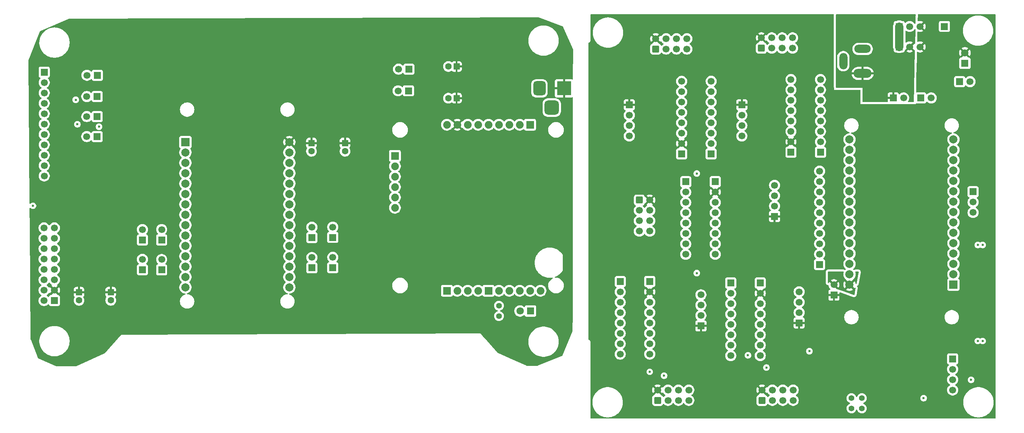
<source format=gbr>
%TF.GenerationSoftware,KiCad,Pcbnew,9.0.3*%
%TF.CreationDate,2026-02-04T18:41:09-06:00*%
%TF.ProjectId,pcblunarroverrfd900x modem,7063626c-756e-4617-9272-6f7665727266,rev?*%
%TF.SameCoordinates,Original*%
%TF.FileFunction,Copper,L3,Inr*%
%TF.FilePolarity,Positive*%
%FSLAX46Y46*%
G04 Gerber Fmt 4.6, Leading zero omitted, Abs format (unit mm)*
G04 Created by KiCad (PCBNEW 9.0.3) date 2026-02-04 18:41:09*
%MOMM*%
%LPD*%
G01*
G04 APERTURE LIST*
G04 Aperture macros list*
%AMRoundRect*
0 Rectangle with rounded corners*
0 $1 Rounding radius*
0 $2 $3 $4 $5 $6 $7 $8 $9 X,Y pos of 4 corners*
0 Add a 4 corners polygon primitive as box body*
4,1,4,$2,$3,$4,$5,$6,$7,$8,$9,$2,$3,0*
0 Add four circle primitives for the rounded corners*
1,1,$1+$1,$2,$3*
1,1,$1+$1,$4,$5*
1,1,$1+$1,$6,$7*
1,1,$1+$1,$8,$9*
0 Add four rect primitives between the rounded corners*
20,1,$1+$1,$2,$3,$4,$5,0*
20,1,$1+$1,$4,$5,$6,$7,0*
20,1,$1+$1,$6,$7,$8,$9,0*
20,1,$1+$1,$8,$9,$2,$3,0*%
G04 Aperture macros list end*
%TA.AperFunction,ComponentPad*%
%ADD10C,1.700000*%
%TD*%
%TA.AperFunction,ComponentPad*%
%ADD11R,1.700000X1.700000*%
%TD*%
%TA.AperFunction,ComponentPad*%
%ADD12RoundRect,0.250000X0.600000X-0.600000X0.600000X0.600000X-0.600000X0.600000X-0.600000X-0.600000X0*%
%TD*%
%TA.AperFunction,ComponentPad*%
%ADD13C,1.800000*%
%TD*%
%TA.AperFunction,ComponentPad*%
%ADD14R,1.800000X1.800000*%
%TD*%
%TA.AperFunction,ComponentPad*%
%ADD15RoundRect,0.250000X-0.600000X-0.600000X0.600000X-0.600000X0.600000X0.600000X-0.600000X0.600000X0*%
%TD*%
%TA.AperFunction,ComponentPad*%
%ADD16C,1.400000*%
%TD*%
%TA.AperFunction,ComponentPad*%
%ADD17C,2.000000*%
%TD*%
%TA.AperFunction,ComponentPad*%
%ADD18R,2.000000X2.000000*%
%TD*%
%TA.AperFunction,ComponentPad*%
%ADD19O,2.000000X4.000000*%
%TD*%
%TA.AperFunction,ComponentPad*%
%ADD20O,4.000000X2.000000*%
%TD*%
%TA.AperFunction,ComponentPad*%
%ADD21O,4.400000X2.200000*%
%TD*%
%TA.AperFunction,ComponentPad*%
%ADD22RoundRect,0.250000X-0.550000X0.550000X-0.550000X-0.550000X0.550000X-0.550000X0.550000X0.550000X0*%
%TD*%
%TA.AperFunction,ComponentPad*%
%ADD23C,1.600000*%
%TD*%
%TA.AperFunction,ComponentPad*%
%ADD24RoundRect,0.250000X0.550000X0.550000X-0.550000X0.550000X-0.550000X-0.550000X0.550000X-0.550000X0*%
%TD*%
%TA.AperFunction,ComponentPad*%
%ADD25R,1.879600X1.879600*%
%TD*%
%TA.AperFunction,ComponentPad*%
%ADD26C,1.879600*%
%TD*%
%TA.AperFunction,ComponentPad*%
%ADD27R,3.500000X3.500000*%
%TD*%
%TA.AperFunction,ComponentPad*%
%ADD28RoundRect,0.750000X-0.750000X-1.000000X0.750000X-1.000000X0.750000X1.000000X-0.750000X1.000000X0*%
%TD*%
%TA.AperFunction,ComponentPad*%
%ADD29RoundRect,0.875000X-0.875000X-0.875000X0.875000X-0.875000X0.875000X0.875000X-0.875000X0.875000X0*%
%TD*%
%TA.AperFunction,ViaPad*%
%ADD30C,0.600000*%
%TD*%
%TA.AperFunction,Conductor*%
%ADD31C,2.000000*%
%TD*%
G04 APERTURE END LIST*
D10*
%TO.N,GND*%
%TO.C,R5*%
X253265000Y-43000000D03*
D11*
%TO.N,Net-(D1-K)*%
X250725000Y-43000000D03*
%TD*%
D10*
%TO.N,5V*%
%TO.C,MC1*%
X176460000Y-32500000D03*
%TO.N,Net-(MC1-Pin_7)*%
X179000000Y-32500000D03*
%TO.N,Net-(MC1-Pin_6)*%
X181540000Y-32500000D03*
%TO.N,Net-(MC1-Pin_5)*%
X184080000Y-32500000D03*
%TO.N,Net-(MC1-Pin_4)*%
X184080000Y-35040000D03*
%TO.N,Net-(MC1-Pin_3)*%
X181540000Y-35040000D03*
%TO.N,Net-(MC1-Pin_2)*%
X179000000Y-35040000D03*
D12*
%TO.N,GND*%
X176460000Y-35040000D03*
%TD*%
D13*
%TO.N,5V*%
%TO.C,D1*%
X252000000Y-35960000D03*
D14*
%TO.N,Net-(D1-K)*%
X252000000Y-38500000D03*
%TD*%
D11*
%TO.N,GND*%
%TO.C,SW5*%
X175000000Y-91920000D03*
D10*
%TO.N,5V*%
X175000000Y-94460000D03*
%TO.N,SCL*%
X175000000Y-97000000D03*
%TO.N,SDA*%
X175000000Y-99540000D03*
%TO.N,Net-(RE5-Pin_4)*%
X175000000Y-102080000D03*
%TO.N,Net-(RE5-Pin_3)*%
X175000000Y-104620000D03*
%TO.N,Net-(MC5-Pin_2)*%
X175000000Y-107160000D03*
%TO.N,Net-(MC5-Pin_3)*%
X175000000Y-109700000D03*
%TO.N,Net-(MC5-Pin_4)*%
X167790000Y-109710000D03*
%TO.N,Net-(MC5-Pin_5)*%
X167790000Y-107170000D03*
%TO.N,Net-(MC5-Pin_6)*%
X167790000Y-104630000D03*
%TO.N,Net-(MC5-Pin_7)*%
X167790000Y-102090000D03*
%TO.N,unconnected-(SW5-AIN8-Pad4)*%
X167790000Y-99550000D03*
%TO.N,unconnected-(SW5-AIN9-Pad3)*%
X167790000Y-97010000D03*
%TO.N,unconnected-(SW5-AIN10-Pad2)*%
X167790000Y-94470000D03*
D11*
%TO.N,unconnected-(SW5-AIN11-Pad1)*%
X167790000Y-91930000D03*
%TD*%
%TO.N,GND*%
%TO.C,SW4*%
X191000000Y-67500000D03*
D10*
%TO.N,5V*%
X191000000Y-70040000D03*
%TO.N,SCL*%
X191000000Y-72580000D03*
%TO.N,SDA*%
X191000000Y-75120000D03*
%TO.N,Net-(RE4-Pin_4)*%
X191000000Y-77660000D03*
%TO.N,Net-(RE4-Pin_3)*%
X191000000Y-80200000D03*
%TO.N,Net-(MC4-Pin_2)*%
X191000000Y-82740000D03*
%TO.N,Net-(MC4-Pin_3)*%
X191000000Y-85280000D03*
%TO.N,Net-(MC4-Pin_4)*%
X183790000Y-85290000D03*
%TO.N,Net-(MC4-Pin_5)*%
X183790000Y-82750000D03*
%TO.N,Net-(MC4-Pin_6)*%
X183790000Y-80210000D03*
%TO.N,Net-(MC4-Pin_7)*%
X183790000Y-77670000D03*
%TO.N,unconnected-(SW4-AIN8-Pad4)*%
X183790000Y-75130000D03*
%TO.N,unconnected-(SW4-AIN9-Pad3)*%
X183790000Y-72590000D03*
%TO.N,unconnected-(SW4-AIN10-Pad2)*%
X183790000Y-70050000D03*
D11*
%TO.N,unconnected-(SW4-AIN11-Pad1)*%
X183790000Y-67510000D03*
%TD*%
D10*
%TO.N,Net-(RE2-Pin_4)*%
%TO.C,RE2*%
X197500000Y-56310000D03*
%TO.N,Net-(RE2-Pin_3)*%
X197500000Y-53770000D03*
%TO.N,GND*%
X197500000Y-51230000D03*
D11*
%TO.N,5V*%
X197500000Y-48690000D03*
%TD*%
D10*
%TO.N,5V*%
%TO.C,MC4*%
X175000000Y-72000000D03*
%TO.N,Net-(MC4-Pin_7)*%
X175000000Y-74540000D03*
%TO.N,Net-(MC4-Pin_6)*%
X175000000Y-77080000D03*
%TO.N,Net-(MC4-Pin_5)*%
X175000000Y-79620000D03*
%TO.N,Net-(MC4-Pin_4)*%
X172460000Y-79620000D03*
%TO.N,Net-(MC4-Pin_3)*%
X172460000Y-77080000D03*
%TO.N,Net-(MC4-Pin_2)*%
X172460000Y-74540000D03*
D15*
%TO.N,GND*%
X172460000Y-72000000D03*
%TD*%
D16*
%TO.N,3.3V*%
%TO.C,R1*%
X226820000Y-123000000D03*
%TO.N,SCL*%
X224280000Y-123000000D03*
%TD*%
D10*
%TO.N,GND*%
%TO.C,R3*%
X243765000Y-47000000D03*
D11*
%TO.N,Net-(U1-D2)*%
X241225000Y-47000000D03*
%TD*%
%TO.N,GND*%
%TO.C,J2*%
X247000000Y-29500000D03*
%TD*%
D10*
%TO.N,5V*%
%TO.C,MC2*%
X202280000Y-32280000D03*
%TO.N,Net-(MC2-Pin_7)*%
X204820000Y-32280000D03*
%TO.N,Net-(MC2-Pin_6)*%
X207360000Y-32280000D03*
%TO.N,Net-(MC2-Pin_5)*%
X209900000Y-32280000D03*
%TO.N,Net-(MC2-Pin_4)*%
X209900000Y-34820000D03*
%TO.N,Net-(MC2-Pin_3)*%
X207360000Y-34820000D03*
%TO.N,Net-(MC2-Pin_2)*%
X204820000Y-34820000D03*
D12*
%TO.N,GND*%
X202280000Y-34820000D03*
%TD*%
D10*
%TO.N,Net-(RE1-Pin_4)*%
%TO.C,RE1*%
X170000000Y-56310000D03*
%TO.N,Net-(RE1-Pin_3)*%
X170000000Y-53770000D03*
%TO.N,GND*%
X170000000Y-51230000D03*
D11*
%TO.N,5V*%
X170000000Y-48690000D03*
%TD*%
%TO.N,GND*%
%TO.C,SW2*%
X209500000Y-60280000D03*
D10*
%TO.N,5V*%
X209500000Y-57740000D03*
%TO.N,SCL*%
X209500000Y-55200000D03*
%TO.N,SDA*%
X209500000Y-52660000D03*
%TO.N,Net-(RE2-Pin_4)*%
X209500000Y-50120000D03*
%TO.N,Net-(RE2-Pin_3)*%
X209500000Y-47580000D03*
%TO.N,Net-(MC2-Pin_2)*%
X209500000Y-45040000D03*
%TO.N,Net-(MC2-Pin_3)*%
X209500000Y-42500000D03*
%TO.N,Net-(MC2-Pin_4)*%
X216710000Y-42490000D03*
%TO.N,Net-(MC2-Pin_5)*%
X216710000Y-45030000D03*
%TO.N,Net-(MC2-Pin_6)*%
X216710000Y-47570000D03*
%TO.N,Net-(MC2-Pin_7)*%
X216710000Y-50110000D03*
%TO.N,unconnected-(SW2-AIN8-Pad4)*%
X216710000Y-52650000D03*
%TO.N,unconnected-(SW2-AIN9-Pad3)*%
X216710000Y-55190000D03*
%TO.N,unconnected-(SW2-AIN10-Pad2)*%
X216710000Y-57730000D03*
D11*
%TO.N,unconnected-(SW2-AIN11-Pad1)*%
X216710000Y-60270000D03*
%TD*%
D10*
%TO.N,5V*%
%TO.C,J7*%
X241040000Y-34500000D03*
%TO.N,Vin*%
X238500000Y-34500000D03*
D11*
%TO.N,Net-(J7-Pin_1)*%
X235960000Y-34500000D03*
%TD*%
D16*
%TO.N,3.3V*%
%TO.C,R2*%
X226820000Y-120500000D03*
%TO.N,SDA*%
X224280000Y-120500000D03*
%TD*%
D10*
%TO.N,Net-(RE5-Pin_4)*%
%TO.C,RE5*%
X187500000Y-95190000D03*
%TO.N,Net-(RE5-Pin_3)*%
X187500000Y-97730000D03*
%TO.N,GND*%
X187500000Y-100270000D03*
D11*
%TO.N,5V*%
X187500000Y-102810000D03*
%TD*%
D10*
%TO.N,5V*%
%TO.C,MC5*%
X176920000Y-118500000D03*
%TO.N,Net-(MC5-Pin_7)*%
X179460000Y-118500000D03*
%TO.N,Net-(MC5-Pin_6)*%
X182000000Y-118500000D03*
%TO.N,Net-(MC5-Pin_5)*%
X184540000Y-118500000D03*
%TO.N,Net-(MC5-Pin_4)*%
X184540000Y-121040000D03*
%TO.N,Net-(MC5-Pin_3)*%
X182000000Y-121040000D03*
%TO.N,Net-(MC5-Pin_2)*%
X179460000Y-121040000D03*
D12*
%TO.N,GND*%
X176920000Y-121040000D03*
%TD*%
D10*
%TO.N,ESP32Feeder*%
%TO.C,J6*%
X220000000Y-92735000D03*
D11*
%TO.N,5V*%
X220000000Y-95275000D03*
%TD*%
D10*
%TO.N,Net-(RE4-Pin_4)*%
%TO.C,RE4*%
X205500000Y-68380000D03*
%TO.N,Net-(RE4-Pin_3)*%
X205500000Y-70920000D03*
%TO.N,GND*%
X205500000Y-73460000D03*
D11*
%TO.N,5V*%
X205500000Y-76000000D03*
%TD*%
D10*
%TO.N,SDA*%
%TO.C,OLED1*%
X249000000Y-118500000D03*
%TO.N,SCL*%
X249000000Y-115960000D03*
%TO.N,3.3V*%
X249000000Y-113420000D03*
D11*
%TO.N,GND*%
X249000000Y-110880000D03*
%TD*%
%TO.N,GND*%
%TO.C,SW3*%
X202000000Y-92300000D03*
D10*
%TO.N,5V*%
X202000000Y-94840000D03*
%TO.N,SCL*%
X202000000Y-97380000D03*
%TO.N,SDA*%
X202000000Y-99920000D03*
%TO.N,Net-(RE3-Pin_4)*%
X202000000Y-102460000D03*
%TO.N,Net-(RE3-Pin_3)*%
X202000000Y-105000000D03*
%TO.N,Net-(MC3-Pin_2)*%
X202000000Y-107540000D03*
%TO.N,Net-(MC3-Pin_3)*%
X202000000Y-110080000D03*
%TO.N,Net-(MC3-Pin_4)*%
X194790000Y-110090000D03*
%TO.N,Net-(MC3-Pin_5)*%
X194790000Y-107550000D03*
%TO.N,Net-(MC3-Pin_6)*%
X194790000Y-105010000D03*
%TO.N,Net-(MC3-Pin_7)*%
X194790000Y-102470000D03*
%TO.N,unconnected-(SW3-AIN8-Pad4)*%
X194790000Y-99930000D03*
%TO.N,unconnected-(SW3-AIN9-Pad3)*%
X194790000Y-97390000D03*
%TO.N,unconnected-(SW3-AIN10-Pad2)*%
X194790000Y-94850000D03*
D11*
%TO.N,unconnected-(SW3-AIN11-Pad1)*%
X194790000Y-92310000D03*
%TD*%
D10*
%TO.N,Net-(U1-D2)*%
%TO.C,R4*%
X237040000Y-47000000D03*
D11*
%TO.N,Vin*%
X234500000Y-47000000D03*
%TD*%
D17*
%TO.N,ESP32Feeder*%
%TO.C,U1*%
X223800000Y-92715000D03*
%TO.N,unconnected-(U1-GND__1-Pad29)*%
X223800000Y-90175000D03*
%TO.N,Net-(J4-Pin_1)*%
X223800000Y-87635000D03*
%TO.N,Net-(J4-Pin_2)*%
X223800000Y-85095000D03*
%TO.N,Net-(J4-Pin_3)*%
X223800000Y-82555000D03*
%TO.N,Net-(J4-Pin_4)*%
X223800000Y-80015000D03*
%TO.N,Net-(J4-Pin_5)*%
X223800000Y-77475000D03*
%TO.N,Net-(J4-Pin_6)*%
X223800000Y-74935000D03*
%TO.N,Net-(J4-Pin_7)*%
X223800000Y-72395000D03*
%TO.N,Net-(J4-Pin_8)*%
X223800000Y-69855000D03*
%TO.N,Net-(J4-Pin_9)*%
X223800000Y-67315000D03*
%TO.N,Net-(J4-Pin_10)*%
X223800000Y-64775000D03*
%TO.N,unconnected-(U1-VN-Pad18)*%
X223800000Y-62235000D03*
%TO.N,unconnected-(U1-VP-Pad17)*%
X223800000Y-59695000D03*
%TO.N,unconnected-(U1-EN-Pad16)*%
X223800000Y-57155000D03*
%TO.N,unconnected-(U1-D23-Pad15)*%
X249200000Y-57155000D03*
%TO.N,SCL*%
X249200000Y-59695000D03*
%TO.N,unconnected-(U1-TX0-Pad13)*%
X249200000Y-62235000D03*
%TO.N,unconnected-(U1-RX0-Pad12)*%
X249200000Y-64775000D03*
%TO.N,SDA*%
X249200000Y-67315000D03*
%TO.N,Net-(J5-Pin_1)*%
X249200000Y-69855000D03*
%TO.N,Net-(J5-Pin_2)*%
X249200000Y-72395000D03*
%TO.N,Net-(J5-Pin_3)*%
X249200000Y-74935000D03*
%TO.N,unconnected-(U1-TX2-Pad7)*%
X249200000Y-77475000D03*
%TO.N,unconnected-(U1-RX2-Pad6)*%
X249200000Y-80015000D03*
%TO.N,unconnected-(U1-D4-Pad5)*%
X249200000Y-82555000D03*
%TO.N,Net-(U1-D2)*%
X249200000Y-85095000D03*
%TO.N,unconnected-(U1-D15-Pad3)*%
X249200000Y-87635000D03*
%TO.N,GND*%
X249200000Y-90175000D03*
D18*
%TO.N,3.3V*%
X249200000Y-92715000D03*
%TD*%
D10*
%TO.N,Net-(RE3-Pin_4)*%
%TO.C,RE3*%
X211500000Y-94460000D03*
%TO.N,Net-(RE3-Pin_3)*%
X211500000Y-97000000D03*
%TO.N,GND*%
X211500000Y-99540000D03*
D11*
%TO.N,5V*%
X211500000Y-102080000D03*
%TD*%
D10*
%TO.N,Net-(J4-Pin_10)*%
%TO.C,J4*%
X216500000Y-64920000D03*
%TO.N,Net-(J4-Pin_9)*%
X216500000Y-67460000D03*
%TO.N,Net-(J4-Pin_8)*%
X216500000Y-70000000D03*
%TO.N,Net-(J4-Pin_7)*%
X216500000Y-72540000D03*
%TO.N,Net-(J4-Pin_6)*%
X216500000Y-75080000D03*
%TO.N,Net-(J4-Pin_5)*%
X216500000Y-77620000D03*
%TO.N,Net-(J4-Pin_4)*%
X216500000Y-80160000D03*
%TO.N,Net-(J4-Pin_3)*%
X216500000Y-82700000D03*
%TO.N,Net-(J4-Pin_2)*%
X216500000Y-85240000D03*
D11*
%TO.N,Net-(J4-Pin_1)*%
X216500000Y-87780000D03*
%TD*%
%TO.N,GND*%
%TO.C,SW1*%
X182790000Y-60710000D03*
D10*
%TO.N,5V*%
X182790000Y-58170000D03*
%TO.N,SCL*%
X182790000Y-55630000D03*
%TO.N,SDA*%
X182790000Y-53090000D03*
%TO.N,Net-(RE1-Pin_4)*%
X182790000Y-50550000D03*
%TO.N,Net-(RE1-Pin_3)*%
X182790000Y-48010000D03*
%TO.N,Net-(MC1-Pin_2)*%
X182790000Y-45470000D03*
%TO.N,Net-(MC1-Pin_3)*%
X182790000Y-42930000D03*
%TO.N,Net-(MC1-Pin_4)*%
X190000000Y-42920000D03*
%TO.N,Net-(MC1-Pin_5)*%
X190000000Y-45460000D03*
%TO.N,Net-(MC1-Pin_6)*%
X190000000Y-48000000D03*
%TO.N,Net-(MC1-Pin_7)*%
X190000000Y-50540000D03*
%TO.N,unconnected-(SW1-AIN8-Pad4)*%
X190000000Y-53080000D03*
%TO.N,unconnected-(SW1-AIN9-Pad3)*%
X190000000Y-55620000D03*
%TO.N,unconnected-(SW1-AIN10-Pad2)*%
X190000000Y-58160000D03*
D11*
%TO.N,unconnected-(SW1-AIN11-Pad1)*%
X190000000Y-60700000D03*
%TD*%
D10*
%TO.N,5V*%
%TO.C,MC3*%
X202420000Y-118500000D03*
%TO.N,Net-(MC3-Pin_7)*%
X204960000Y-118500000D03*
%TO.N,Net-(MC3-Pin_6)*%
X207500000Y-118500000D03*
%TO.N,Net-(MC3-Pin_5)*%
X210040000Y-118500000D03*
%TO.N,Net-(MC3-Pin_4)*%
X210040000Y-121040000D03*
%TO.N,Net-(MC3-Pin_3)*%
X207500000Y-121040000D03*
%TO.N,Net-(MC3-Pin_2)*%
X204960000Y-121040000D03*
D12*
%TO.N,GND*%
X202420000Y-121040000D03*
%TD*%
D10*
%TO.N,Net-(J5-Pin_3)*%
%TO.C,J5*%
X254000000Y-75040000D03*
%TO.N,Net-(J5-Pin_2)*%
X254000000Y-72500000D03*
D11*
%TO.N,Net-(J5-Pin_1)*%
X254000000Y-69960000D03*
%TD*%
D19*
%TO.N,GND*%
%TO.C,J1*%
X222300000Y-38000000D03*
D20*
X227000000Y-35000000D03*
D21*
%TO.N,Vin*%
X227000000Y-41000000D03*
%TD*%
D10*
%TO.N,5V*%
%TO.C,U3*%
X241040000Y-29500000D03*
%TO.N,GND*%
X238500000Y-29500000D03*
D11*
%TO.N,Net-(J7-Pin_1)*%
X235960000Y-29500000D03*
%TD*%
D16*
%TO.N,RTK-jet*%
%TO.C,1k*%
X138150253Y-97849747D03*
%TO.N,Net-(D1-A)*%
X138150253Y-100389747D03*
%TD*%
D11*
%TO.N,SDA*%
%TO.C,J14*%
X92450253Y-81174747D03*
D10*
%TO.N,Net-(J11-Pin_1)*%
X92450253Y-78634747D03*
%TD*%
D22*
%TO.N,+5V*%
%TO.C,10uF2*%
X92350253Y-58049747D03*
D23*
%TO.N,GND*%
X92350253Y-60049747D03*
%TD*%
D11*
%TO.N,Net-(J10-Pin_1)*%
%TO.C,J10*%
X40030253Y-41449747D03*
D10*
%TO.N,CTS-jet*%
X37490253Y-41449747D03*
%TD*%
D22*
%TO.N,+5V*%
%TO.C,1000uf1*%
X35550253Y-94549747D03*
D23*
%TO.N,GND*%
X35550253Y-96549747D03*
%TD*%
D11*
%TO.N,CTS-esp*%
%TO.C,J3*%
X51050253Y-81749747D03*
D10*
%TO.N,Net-(J10-Pin_1)*%
X51050253Y-79209747D03*
%TD*%
D11*
%TO.N,RX-esp*%
%TO.C,J4*%
X55750253Y-81749747D03*
D10*
%TO.N,Net-(J2-Pin_8)*%
X55750253Y-79209747D03*
%TD*%
D11*
%TO.N,Net-(J2-Pin_10)*%
%TO.C,J9*%
X39990253Y-46649747D03*
D10*
%TO.N,TX-jet*%
X37450253Y-46649747D03*
%TD*%
D24*
%TO.N,+5V*%
%TO.C,10uF1*%
X127800253Y-47049747D03*
D23*
%TO.N,GND*%
X125800253Y-47049747D03*
%TD*%
D18*
%TO.N,unconnected-(U1-3V3-Pad1)*%
%TO.C,U1*%
X61550253Y-57809747D03*
D17*
%TO.N,GND*%
X61550253Y-60349747D03*
%TO.N,unconnected-(U1-D15-Pad3)*%
X61550253Y-62889747D03*
%TO.N,unconnected-(U1-D2-Pad4)*%
X61550253Y-65429747D03*
%TO.N,unconnected-(U1-D4-Pad5)*%
X61550253Y-67969747D03*
%TO.N,TX-jet*%
X61550253Y-70509747D03*
%TO.N,RX-jet*%
X61550253Y-73049747D03*
%TO.N,unconnected-(U1-D5-Pad8)*%
X61550253Y-75589747D03*
%TO.N,RST*%
X61550253Y-78129747D03*
%TO.N,INT*%
X61550253Y-80669747D03*
%TO.N,SDA*%
X61550253Y-83209747D03*
%TO.N,RX-esp*%
X61550253Y-85749747D03*
%TO.N,TX-esp*%
X61550253Y-88289747D03*
%TO.N,SCL*%
X61550253Y-90829747D03*
%TO.N,RTS-esp*%
X61550253Y-93369747D03*
%TO.N,unconnected-(U1-EN-Pad16)*%
X86950253Y-93369747D03*
%TO.N,unconnected-(U1-VP-Pad17)*%
X86950253Y-90829747D03*
%TO.N,unconnected-(U1-VN-Pad18)*%
X86950253Y-88289747D03*
%TO.N,unconnected-(U1-D34-Pad19)*%
X86950253Y-85749747D03*
%TO.N,unconnected-(U1-D35-Pad20)*%
X86950253Y-83209747D03*
%TO.N,unconnected-(U1-D32-Pad21)*%
X86950253Y-80669747D03*
%TO.N,unconnected-(U1-D33-Pad22)*%
X86950253Y-78129747D03*
%TO.N,CTS-esp*%
X86950253Y-75589747D03*
%TO.N,unconnected-(U1-D26-Pad24)*%
X86950253Y-73049747D03*
%TO.N,unconnected-(U1-D27-Pad25)*%
X86950253Y-70509747D03*
%TO.N,unconnected-(U1-D14-Pad26)*%
X86950253Y-67969747D03*
%TO.N,unconnected-(U1-D12-Pad27)*%
X86950253Y-65429747D03*
%TO.N,unconnected-(U1-D13-Pad28)*%
X86950253Y-62889747D03*
%TO.N,GND*%
X86950253Y-60349747D03*
%TO.N,+5V*%
X86950253Y-57809747D03*
%TD*%
D25*
%TO.N,N/C*%
%TO.C,U2*%
X112730253Y-61169747D03*
D26*
%TO.N,unconnected-(U2A-TX2_J1-PadJ1_2)*%
X112730253Y-63709747D03*
%TO.N,unconnected-(U2A-RX2_J1-PadJ1_3)*%
X112730253Y-66249747D03*
%TO.N,unconnected-(U2A-3.3V_J1-PadJ1_4)*%
X112730253Y-68789747D03*
%TO.N,N/C*%
X112730253Y-71329747D03*
%TO.N,GND*%
X112730253Y-73869747D03*
D25*
%TO.N,unconnected-(U2B-GND_J3-PadJ3_1)*%
X125430253Y-94189747D03*
D26*
%TO.N,unconnected-(U2B-3.3V_J3-PadJ3_2)*%
X127970253Y-94189747D03*
%TO.N,unconnected-(U2B-SDA{slash}~{CS}_J3-PadJ3_3)*%
X130510253Y-94189747D03*
%TO.N,unconnected-(U2B-SCL{slash}SCK_J3-PadJ3_4)*%
X133050253Y-94189747D03*
D25*
%TO.N,unconnected-(U2C-FENCE_STAT-PadJ6_1)*%
X135590253Y-94189747D03*
D26*
%TO.N,RTK-jet*%
X138130253Y-94189747D03*
%TO.N,unconnected-(U2C-PPS-PadJ6_3)*%
X140670253Y-94189747D03*
%TO.N,RST*%
X143210253Y-94189747D03*
%TO.N,unconnected-(U2C-~{SAFE}-PadJ6_5)*%
X145750253Y-94189747D03*
%TO.N,INT*%
X148290253Y-94189747D03*
D25*
%TO.N,Net-(J12-Pin_1)*%
X145750253Y-53549747D03*
D26*
%TO.N,unconnected-(U2D-TXO{slash}MISO-PadJ7_2)*%
X143210253Y-53549747D03*
%TO.N,unconnected-(U2D-RXI{slash}MOSI-PadJ7_3)*%
X140670253Y-53549747D03*
%TO.N,Net-(J11-Pin_1)*%
X138130253Y-53549747D03*
%TO.N,Net-(J17-Pin_2)*%
X135590253Y-53549747D03*
%TO.N,Net-(J16-Pin_2)*%
X133050253Y-53549747D03*
%TO.N,unconnected-(U2D-3.3V_J7-PadJ7_7)*%
X130510253Y-53549747D03*
%TO.N,+5V*%
X127970253Y-53549747D03*
%TO.N,GND*%
X125430253Y-53549747D03*
%TD*%
D11*
%TO.N,RX2-jet*%
%TO.C,J16*%
X92450253Y-88589747D03*
D10*
%TO.N,Net-(J16-Pin_2)*%
X92450253Y-86049747D03*
%TD*%
D11*
%TO.N,SCL*%
%TO.C,J13*%
X97550253Y-81149747D03*
D10*
%TO.N,Net-(J12-Pin_1)*%
X97550253Y-78609747D03*
%TD*%
D14*
%TO.N,GND*%
%TO.C,D1*%
X145850253Y-99149747D03*
D13*
%TO.N,Net-(D1-A)*%
X143310253Y-99149747D03*
%TD*%
D24*
%TO.N,+5V*%
%TO.C,0.1uF3*%
X127800253Y-39299747D03*
D23*
%TO.N,GND*%
X125800253Y-39299747D03*
%TD*%
D11*
%TO.N,TX2-jet*%
%TO.C,J17*%
X97550253Y-88549747D03*
D10*
%TO.N,Net-(J17-Pin_2)*%
X97550253Y-86009747D03*
%TD*%
D11*
%TO.N,TX-esp*%
%TO.C,J5*%
X55750253Y-89089747D03*
D10*
%TO.N,Net-(J2-Pin_10)*%
X55750253Y-86549747D03*
%TD*%
D11*
%TO.N,Net-(J12-Pin_1)*%
%TO.C,J12*%
X116150253Y-39949747D03*
D10*
%TO.N,SCL-jet*%
X113610253Y-39949747D03*
%TD*%
D11*
%TO.N,GND*%
%TO.C,J18*%
X27050253Y-40689747D03*
D10*
%TO.N,CTS-jet*%
X27050253Y-43229747D03*
%TO.N,unconnected-(J18-Pin_3-Pad3)*%
X27050253Y-45769747D03*
%TO.N,TX-jet*%
X27050253Y-48309747D03*
%TO.N,RX-jet*%
X27050253Y-50849747D03*
%TO.N,RTS-jet*%
X27050253Y-53389747D03*
%TO.N,SDA-jet*%
X27050253Y-55929747D03*
%TO.N,SCL-jet*%
X27050253Y-58469747D03*
%TO.N,RTK-jet*%
X27050253Y-61009747D03*
%TO.N,RX2-jet*%
X27050253Y-63549747D03*
%TO.N,TX2-jet*%
X27050253Y-66089747D03*
%TD*%
D22*
%TO.N,+5V*%
%TO.C,0.1uF1*%
X43305365Y-94544635D03*
D23*
%TO.N,GND*%
X43305365Y-96544635D03*
%TD*%
D22*
%TO.N,+5V*%
%TO.C,0.1uf2*%
X100550253Y-58049747D03*
D23*
%TO.N,GND*%
X100550253Y-60049747D03*
%TD*%
D11*
%TO.N,RTS-esp*%
%TO.C,J6*%
X51050253Y-89049747D03*
D10*
%TO.N,Net-(J2-Pin_12)*%
X51050253Y-86509747D03*
%TD*%
D11*
%TO.N,Net-(J2-Pin_8)*%
%TO.C,J8*%
X39990253Y-51549747D03*
D10*
%TO.N,RX-jet*%
X37450253Y-51549747D03*
%TD*%
D11*
%TO.N,Net-(J2-Pin_12)*%
%TO.C,J7*%
X39990253Y-56449747D03*
D10*
%TO.N,RTS-jet*%
X37450253Y-56449747D03*
%TD*%
D11*
%TO.N,Net-(J11-Pin_1)*%
%TO.C,J11*%
X116050253Y-45249747D03*
D10*
%TO.N,SDA-jet*%
X113510253Y-45249747D03*
%TD*%
D27*
%TO.N,+5V*%
%TO.C,J1*%
X154050253Y-44649747D03*
D28*
%TO.N,GND*%
X148050253Y-44649747D03*
D29*
%TO.N,unconnected-(J1-Pad3)*%
X151050253Y-49349747D03*
%TD*%
D11*
%TO.N,unconnected-(J2-Pin_1-Pad1)*%
%TO.C,J2*%
X29550253Y-96589747D03*
D10*
%TO.N,GND*%
X27010253Y-96589747D03*
%TO.N,+5V*%
X29550253Y-94049747D03*
%TO.N,Net-(J10-Pin_1)*%
X27010253Y-94049747D03*
%TO.N,unconnected-(J2-Pin_5-Pad5)*%
X29550253Y-91509747D03*
%TO.N,unconnected-(J2-Pin_6-Pad6)*%
X27010253Y-91509747D03*
%TO.N,unconnected-(J2-Pin_7-Pad7)*%
X29550253Y-88969747D03*
%TO.N,Net-(J2-Pin_8)*%
X27010253Y-88969747D03*
%TO.N,unconnected-(J2-Pin_9-Pad9)*%
X29550253Y-86429747D03*
%TO.N,Net-(J2-Pin_10)*%
X27010253Y-86429747D03*
%TO.N,unconnected-(J2-Pin_11-Pad11)*%
X29550253Y-83889747D03*
%TO.N,Net-(J2-Pin_12)*%
X27010253Y-83889747D03*
%TO.N,unconnected-(J2-Pin_13-Pad13)*%
X29550253Y-81349747D03*
%TO.N,unconnected-(J2-Pin_14-Pad14)*%
X27010253Y-81349747D03*
%TO.N,unconnected-(J2-Pin_15-Pad15)*%
X29550253Y-78809747D03*
%TO.N,unconnected-(J2-Pin_16-Pad16)*%
X27010253Y-78809747D03*
%TD*%
D30*
%TO.N,Net-(MC3-Pin_5)*%
X203500000Y-113000000D03*
%TO.N,Net-(MC3-Pin_6)*%
X199000000Y-110000000D03*
%TO.N,Net-(MC5-Pin_7)*%
X175000000Y-114040000D03*
%TO.N,Net-(MC5-Pin_3)*%
X178500000Y-115000000D03*
%TO.N,SCL*%
X256328000Y-106500000D03*
X256328000Y-83000000D03*
X253500000Y-116000000D03*
X253500000Y-116000000D03*
%TO.N,SDA*%
X255151000Y-83000000D03*
X214000000Y-109000000D03*
X186500000Y-89874000D03*
X186500000Y-65500000D03*
X255151000Y-106500000D03*
%TO.N,3.3V*%
X241920000Y-120500000D03*
%TO.N,SCL-jet*%
X34750253Y-47449747D03*
%TO.N,TX2-jet*%
X35150253Y-53449747D03*
X40450253Y-54049747D03*
%TO.N,Net-(J10-Pin_1)*%
X24300253Y-73399747D03*
%TD*%
D31*
%TO.N,Net-(J7-Pin_1)*%
X235960000Y-34500000D02*
X235960000Y-29500000D01*
%TD*%
%TA.AperFunction,Conductor*%
%TO.N,+5V*%
G36*
X29084328Y-94242740D02*
G01*
X29150154Y-94356754D01*
X29243246Y-94449846D01*
X29357260Y-94515672D01*
X29420843Y-94532709D01*
X28750623Y-95202928D01*
X28689300Y-95236413D01*
X28662951Y-95239247D01*
X28652387Y-95239247D01*
X28652376Y-95239248D01*
X28592769Y-95245655D01*
X28457924Y-95295949D01*
X28457917Y-95295953D01*
X28342708Y-95382199D01*
X28342705Y-95382202D01*
X28256459Y-95497411D01*
X28256456Y-95497416D01*
X28207442Y-95628830D01*
X28165570Y-95684763D01*
X28100106Y-95709180D01*
X28031833Y-95694328D01*
X28003579Y-95673177D01*
X27890039Y-95559637D01*
X27718073Y-95434698D01*
X27717368Y-95434338D01*
X27709307Y-95430232D01*
X27658512Y-95382259D01*
X27641716Y-95314439D01*
X27664252Y-95248303D01*
X27709307Y-95209262D01*
X27718069Y-95204798D01*
X27809199Y-95138589D01*
X27890039Y-95079856D01*
X27890041Y-95079853D01*
X27890045Y-95079851D01*
X28040357Y-94929539D01*
X28040359Y-94929535D01*
X28040362Y-94929533D01*
X28126143Y-94811464D01*
X28165304Y-94757563D01*
X28170046Y-94748255D01*
X28218016Y-94697458D01*
X28285836Y-94680658D01*
X28351972Y-94703192D01*
X28391016Y-94748247D01*
X28395626Y-94757294D01*
X28434981Y-94811463D01*
X29067290Y-94179155D01*
X29084328Y-94242740D01*
G37*
%TD.AperFunction*%
%TA.AperFunction,Conductor*%
G36*
X28351697Y-92163746D02*
G01*
X28390739Y-92208803D01*
X28395204Y-92217567D01*
X28520143Y-92389533D01*
X28670466Y-92539856D01*
X28842432Y-92664795D01*
X28842434Y-92664796D01*
X28842437Y-92664798D01*
X28851746Y-92669541D01*
X28902543Y-92717513D01*
X28919340Y-92785334D01*
X28896805Y-92851469D01*
X28851758Y-92890507D01*
X28842699Y-92895123D01*
X28842693Y-92895127D01*
X28788535Y-92934474D01*
X28788535Y-92934475D01*
X29420844Y-93566784D01*
X29357260Y-93583822D01*
X29243246Y-93649648D01*
X29150154Y-93742740D01*
X29084328Y-93856754D01*
X29067290Y-93920338D01*
X28434981Y-93288029D01*
X28434980Y-93288029D01*
X28395633Y-93342187D01*
X28395629Y-93342193D01*
X28391013Y-93351252D01*
X28343034Y-93402044D01*
X28275212Y-93418834D01*
X28209079Y-93396290D01*
X28170047Y-93351240D01*
X28165304Y-93341931D01*
X28165302Y-93341928D01*
X28165301Y-93341926D01*
X28040362Y-93169960D01*
X27890039Y-93019637D01*
X27718073Y-92894698D01*
X27717368Y-92894338D01*
X27709307Y-92890232D01*
X27658512Y-92842259D01*
X27641716Y-92774439D01*
X27664252Y-92708303D01*
X27709307Y-92669262D01*
X27718069Y-92664798D01*
X27830223Y-92583314D01*
X27890039Y-92539856D01*
X27890041Y-92539853D01*
X27890045Y-92539851D01*
X28040357Y-92389539D01*
X28040359Y-92389535D01*
X28040362Y-92389533D01*
X28165301Y-92217567D01*
X28165300Y-92217567D01*
X28165304Y-92217563D01*
X28169767Y-92208801D01*
X28217741Y-92158006D01*
X28285561Y-92141210D01*
X28351697Y-92163746D01*
G37*
%TD.AperFunction*%
%TA.AperFunction,Conductor*%
G36*
X147803422Y-27268535D02*
G01*
X153651924Y-29431870D01*
X153707971Y-29473590D01*
X153721678Y-29496608D01*
X156234688Y-34992972D01*
X156245916Y-35044691D01*
X156236580Y-42354236D01*
X156216810Y-42421251D01*
X156163947Y-42466938D01*
X156094776Y-42476793D01*
X156051184Y-42458704D01*
X156050125Y-42460644D01*
X156042339Y-42456392D01*
X155907632Y-42406150D01*
X155907625Y-42406148D01*
X155848097Y-42399747D01*
X154300253Y-42399747D01*
X154300253Y-43216735D01*
X154243246Y-43183822D01*
X154116079Y-43149747D01*
X153984427Y-43149747D01*
X153857260Y-43183822D01*
X153800253Y-43216735D01*
X153800253Y-42399747D01*
X152252408Y-42399747D01*
X152192880Y-42406148D01*
X152192873Y-42406150D01*
X152058166Y-42456392D01*
X152058159Y-42456396D01*
X151943065Y-42542556D01*
X151943062Y-42542559D01*
X151856902Y-42657653D01*
X151856898Y-42657660D01*
X151806656Y-42792367D01*
X151806654Y-42792374D01*
X151800253Y-42851902D01*
X151800253Y-44399747D01*
X153550253Y-44399747D01*
X153550253Y-44899747D01*
X151800253Y-44899747D01*
X151800253Y-46447591D01*
X151806654Y-46507119D01*
X151806656Y-46507126D01*
X151856898Y-46641833D01*
X151856902Y-46641840D01*
X151943062Y-46756934D01*
X151943065Y-46756937D01*
X152058159Y-46843097D01*
X152058164Y-46843100D01*
X152106858Y-46861262D01*
X152162791Y-46903134D01*
X152187208Y-46968598D01*
X152172356Y-47036871D01*
X152122951Y-47086276D01*
X152056945Y-47101269D01*
X152018905Y-47099248D01*
X152018882Y-47099247D01*
X152018875Y-47099247D01*
X150081631Y-47099247D01*
X150081623Y-47099247D01*
X150081600Y-47099248D01*
X150029009Y-47102042D01*
X150029008Y-47102042D01*
X149799131Y-47146501D01*
X149799129Y-47146501D01*
X149799127Y-47146502D01*
X149725186Y-47174406D01*
X149580063Y-47229172D01*
X149378121Y-47347676D01*
X149378114Y-47347681D01*
X149199111Y-47498603D01*
X149199109Y-47498605D01*
X149048187Y-47677608D01*
X149048182Y-47677615D01*
X148929678Y-47879557D01*
X148874912Y-48024680D01*
X148847008Y-48098621D01*
X148847007Y-48098623D01*
X148847007Y-48098625D01*
X148802548Y-48328502D01*
X148802548Y-48328503D01*
X148799754Y-48381094D01*
X148799753Y-48381133D01*
X148799753Y-50318360D01*
X148799754Y-50318399D01*
X148802548Y-50370990D01*
X148802548Y-50370991D01*
X148831297Y-50519637D01*
X148847008Y-50600873D01*
X148895579Y-50729579D01*
X148929678Y-50819936D01*
X149048182Y-51021878D01*
X149048187Y-51021885D01*
X149199109Y-51200888D01*
X149199111Y-51200890D01*
X149378114Y-51351812D01*
X149378121Y-51351817D01*
X149580063Y-51470321D01*
X149799127Y-51552992D01*
X150029012Y-51597452D01*
X150081631Y-51600247D01*
X150081639Y-51600247D01*
X152018867Y-51600247D01*
X152018875Y-51600247D01*
X152071494Y-51597452D01*
X152301379Y-51552992D01*
X152520443Y-51470321D01*
X152722385Y-51351817D01*
X152901395Y-51200889D01*
X153052323Y-51021879D01*
X153170827Y-50819937D01*
X153253498Y-50600873D01*
X153297958Y-50370988D01*
X153300753Y-50318369D01*
X153300753Y-48381125D01*
X153297958Y-48328506D01*
X153253498Y-48098621D01*
X153170827Y-47879557D01*
X153052323Y-47677615D01*
X153052318Y-47677608D01*
X152901396Y-47498605D01*
X152901394Y-47498603D01*
X152722391Y-47347681D01*
X152722384Y-47347676D01*
X152520442Y-47229172D01*
X152430085Y-47195073D01*
X152301379Y-47146502D01*
X152296152Y-47145491D01*
X152234070Y-47113435D01*
X152199175Y-47052903D01*
X152202544Y-46983115D01*
X152243109Y-46926227D01*
X152307991Y-46900301D01*
X152319698Y-46899747D01*
X153800253Y-46899747D01*
X153800253Y-46082759D01*
X153857260Y-46115672D01*
X153984427Y-46149747D01*
X154116079Y-46149747D01*
X154243246Y-46115672D01*
X154300253Y-46082759D01*
X154300253Y-46899747D01*
X155848081Y-46899747D01*
X155848097Y-46899746D01*
X155907625Y-46893345D01*
X155907632Y-46893343D01*
X156042343Y-46843099D01*
X156047282Y-46840403D01*
X156115554Y-46825549D01*
X156181019Y-46849963D01*
X156222892Y-46905896D01*
X156230712Y-46949391D01*
X156162881Y-100062105D01*
X156157895Y-103966515D01*
X156157822Y-104024073D01*
X156157773Y-104062079D01*
X156157773Y-104062082D01*
X156157709Y-104111385D01*
X156148070Y-104159156D01*
X153678127Y-110052256D01*
X153634059Y-110106475D01*
X153610860Y-110119033D01*
X147682422Y-112552990D01*
X147635432Y-112562281D01*
X144909987Y-112564571D01*
X144858731Y-112553529D01*
X140802175Y-110716565D01*
X137828297Y-109369878D01*
X137786193Y-109338645D01*
X135292642Y-106492907D01*
X145348753Y-106492907D01*
X145348753Y-106856586D01*
X145384399Y-107218524D01*
X145455350Y-107575217D01*
X145560925Y-107923250D01*
X145700102Y-108259253D01*
X145700104Y-108259258D01*
X145871535Y-108579981D01*
X145871546Y-108579999D01*
X146073589Y-108882378D01*
X146073599Y-108882392D01*
X146304319Y-109163525D01*
X146561474Y-109420680D01*
X146561479Y-109420684D01*
X146561480Y-109420685D01*
X146842613Y-109651405D01*
X147145007Y-109853458D01*
X147145016Y-109853463D01*
X147145018Y-109853464D01*
X147465741Y-110024895D01*
X147465743Y-110024895D01*
X147465749Y-110024899D01*
X147801751Y-110164075D01*
X148149777Y-110269648D01*
X148506475Y-110340600D01*
X148868410Y-110376247D01*
X148868413Y-110376247D01*
X149232093Y-110376247D01*
X149232096Y-110376247D01*
X149594031Y-110340600D01*
X149950729Y-110269648D01*
X150298755Y-110164075D01*
X150634757Y-110024899D01*
X150955499Y-109853458D01*
X151257893Y-109651405D01*
X151539026Y-109420685D01*
X151796191Y-109163520D01*
X152026911Y-108882387D01*
X152228964Y-108579993D01*
X152400405Y-108259251D01*
X152539581Y-107923249D01*
X152645154Y-107575223D01*
X152716106Y-107218525D01*
X152751753Y-106856590D01*
X152751753Y-106492904D01*
X152716106Y-106130969D01*
X152645154Y-105774271D01*
X152539581Y-105426245D01*
X152400405Y-105090243D01*
X152390980Y-105072611D01*
X152228970Y-104769512D01*
X152228969Y-104769510D01*
X152228964Y-104769501D01*
X152026911Y-104467107D01*
X151796191Y-104185974D01*
X151796190Y-104185973D01*
X151796186Y-104185968D01*
X151539031Y-103928813D01*
X151257898Y-103698093D01*
X151257897Y-103698092D01*
X151257893Y-103698089D01*
X150955499Y-103496036D01*
X150955494Y-103496033D01*
X150955487Y-103496029D01*
X150634764Y-103324598D01*
X150634759Y-103324596D01*
X150298756Y-103185419D01*
X149950723Y-103079844D01*
X149594029Y-103008893D01*
X149594030Y-103008893D01*
X149321435Y-102982046D01*
X149232096Y-102973247D01*
X148868410Y-102973247D01*
X148785862Y-102981377D01*
X148506475Y-103008893D01*
X148149782Y-103079844D01*
X147801749Y-103185419D01*
X147465746Y-103324596D01*
X147465741Y-103324598D01*
X147145018Y-103496029D01*
X147145000Y-103496040D01*
X146842621Y-103698083D01*
X146842607Y-103698093D01*
X146561474Y-103928813D01*
X146304319Y-104185968D01*
X146073599Y-104467101D01*
X146073589Y-104467115D01*
X145871546Y-104769494D01*
X145871535Y-104769512D01*
X145700104Y-105090235D01*
X145700102Y-105090240D01*
X145560925Y-105426243D01*
X145455350Y-105774276D01*
X145384399Y-106130969D01*
X145363526Y-106342907D01*
X145351516Y-106464856D01*
X145348753Y-106492907D01*
X135292642Y-106492907D01*
X134226553Y-105276245D01*
X133860682Y-104858698D01*
X133860682Y-104858697D01*
X133852795Y-104849697D01*
X133843780Y-104834210D01*
X133808741Y-104799422D01*
X133805895Y-104796174D01*
X133805893Y-104796172D01*
X133783262Y-104770344D01*
X133783256Y-104770339D01*
X133781531Y-104769185D01*
X133763102Y-104754109D01*
X133750262Y-104741360D01*
X133750261Y-104741359D01*
X133678402Y-104700214D01*
X133673717Y-104697081D01*
X133671779Y-104696422D01*
X133664697Y-104692367D01*
X133664695Y-104692365D01*
X133635899Y-104675878D01*
X133635892Y-104675875D01*
X133544145Y-104651644D01*
X133508482Y-104642225D01*
X133508481Y-104642225D01*
X46198303Y-104955162D01*
X46198304Y-104955163D01*
X46185130Y-104955210D01*
X46173330Y-104952719D01*
X46122834Y-104955432D01*
X46119708Y-104955444D01*
X46119708Y-104955445D01*
X46066718Y-104955635D01*
X46066707Y-104955637D01*
X46066517Y-104955688D01*
X46066518Y-104955689D01*
X46053805Y-104959144D01*
X46041735Y-104959794D01*
X45993561Y-104975517D01*
X45990559Y-104976334D01*
X45990539Y-104976340D01*
X45939545Y-104990200D01*
X45939539Y-104990202D01*
X45939397Y-104990285D01*
X45939398Y-104990286D01*
X45928014Y-104996913D01*
X45916457Y-105000686D01*
X45873750Y-105028501D01*
X45871052Y-105030072D01*
X45825657Y-105056499D01*
X45825646Y-105056508D01*
X45825582Y-105056571D01*
X45825583Y-105056572D01*
X45816299Y-105065921D01*
X45806030Y-105072611D01*
X45771696Y-105110844D01*
X45769486Y-105113071D01*
X45769486Y-105113072D01*
X45732803Y-105150020D01*
X45732797Y-105150027D01*
X45732798Y-105150027D01*
X45717465Y-105171237D01*
X41797887Y-109536221D01*
X41756185Y-109566597D01*
X34859445Y-112646316D01*
X34808989Y-112657092D01*
X30022548Y-112661115D01*
X29972450Y-112650590D01*
X25582701Y-110716565D01*
X25529289Y-110671522D01*
X25517256Y-110648363D01*
X25396559Y-110340600D01*
X23828767Y-106342907D01*
X25848753Y-106342907D01*
X25848753Y-106706586D01*
X25884399Y-107068524D01*
X25955350Y-107425217D01*
X26060925Y-107773250D01*
X26200102Y-108109253D01*
X26200104Y-108109258D01*
X26371535Y-108429981D01*
X26371546Y-108429999D01*
X26573589Y-108732378D01*
X26573599Y-108732392D01*
X26804319Y-109013525D01*
X27061474Y-109270680D01*
X27061479Y-109270684D01*
X27061480Y-109270685D01*
X27342613Y-109501405D01*
X27645007Y-109703458D01*
X27645016Y-109703463D01*
X27645018Y-109703464D01*
X27965741Y-109874895D01*
X27965743Y-109874895D01*
X27965749Y-109874899D01*
X28301751Y-110014075D01*
X28649777Y-110119648D01*
X29006475Y-110190600D01*
X29368410Y-110226247D01*
X29368413Y-110226247D01*
X29732093Y-110226247D01*
X29732096Y-110226247D01*
X30094031Y-110190600D01*
X30450729Y-110119648D01*
X30798755Y-110014075D01*
X31134757Y-109874899D01*
X31455499Y-109703458D01*
X31757893Y-109501405D01*
X32039026Y-109270685D01*
X32296191Y-109013520D01*
X32526911Y-108732387D01*
X32728964Y-108429993D01*
X32900405Y-108109251D01*
X33039581Y-107773249D01*
X33145154Y-107425223D01*
X33216106Y-107068525D01*
X33251753Y-106706590D01*
X33251753Y-106342904D01*
X33216106Y-105980969D01*
X33145154Y-105624271D01*
X33039581Y-105276245D01*
X32900405Y-104940243D01*
X32865680Y-104875278D01*
X32728970Y-104619512D01*
X32728969Y-104619510D01*
X32728964Y-104619501D01*
X32526911Y-104317107D01*
X32296191Y-104035974D01*
X32296190Y-104035973D01*
X32296186Y-104035968D01*
X32039031Y-103778813D01*
X31757898Y-103548093D01*
X31757897Y-103548092D01*
X31757893Y-103548089D01*
X31455499Y-103346036D01*
X31455494Y-103346033D01*
X31455487Y-103346029D01*
X31134764Y-103174598D01*
X31134759Y-103174596D01*
X30798756Y-103035419D01*
X30450723Y-102929844D01*
X30094029Y-102858893D01*
X30094030Y-102858893D01*
X29821435Y-102832046D01*
X29732096Y-102823247D01*
X29368410Y-102823247D01*
X29285862Y-102831377D01*
X29006475Y-102858893D01*
X28649782Y-102929844D01*
X28301749Y-103035419D01*
X27965746Y-103174596D01*
X27965741Y-103174598D01*
X27645018Y-103346029D01*
X27645000Y-103346040D01*
X27342621Y-103548083D01*
X27342607Y-103548093D01*
X27061474Y-103778813D01*
X26804319Y-104035968D01*
X26573599Y-104317101D01*
X26573589Y-104317115D01*
X26371546Y-104619494D01*
X26371535Y-104619512D01*
X26200104Y-104940235D01*
X26200102Y-104940240D01*
X26060925Y-105276243D01*
X25955350Y-105624276D01*
X25884399Y-105980969D01*
X25848753Y-106342907D01*
X23828767Y-106342907D01*
X23727959Y-106085859D01*
X23719403Y-106041522D01*
X23514111Y-78703460D01*
X25659753Y-78703460D01*
X25659753Y-78916033D01*
X25693006Y-79125986D01*
X25693006Y-79125988D01*
X25693007Y-79125990D01*
X25755254Y-79317567D01*
X25758697Y-79328161D01*
X25855204Y-79517567D01*
X25980143Y-79689533D01*
X26130466Y-79839856D01*
X26302435Y-79964797D01*
X26311199Y-79969263D01*
X26361995Y-80017238D01*
X26378789Y-80085059D01*
X26356251Y-80151194D01*
X26311199Y-80190231D01*
X26302435Y-80194696D01*
X26130466Y-80319637D01*
X25980143Y-80469960D01*
X25855204Y-80641926D01*
X25758697Y-80831332D01*
X25693006Y-81033507D01*
X25659753Y-81243460D01*
X25659753Y-81456034D01*
X25693007Y-81665990D01*
X25741184Y-81814264D01*
X25758697Y-81868161D01*
X25855204Y-82057567D01*
X25980143Y-82229533D01*
X26130466Y-82379856D01*
X26302435Y-82504797D01*
X26311199Y-82509263D01*
X26361995Y-82557238D01*
X26378789Y-82625059D01*
X26356251Y-82691194D01*
X26311199Y-82730231D01*
X26302435Y-82734696D01*
X26130466Y-82859637D01*
X25980143Y-83009960D01*
X25855204Y-83181926D01*
X25758697Y-83371332D01*
X25693006Y-83573507D01*
X25664639Y-83752610D01*
X25659753Y-83783460D01*
X25659753Y-83996034D01*
X25663366Y-84018845D01*
X25692176Y-84200748D01*
X25693007Y-84205990D01*
X25741184Y-84354264D01*
X25758697Y-84408161D01*
X25855204Y-84597567D01*
X25980143Y-84769533D01*
X26130466Y-84919856D01*
X26302435Y-85044797D01*
X26311199Y-85049263D01*
X26361995Y-85097238D01*
X26378789Y-85165059D01*
X26356251Y-85231194D01*
X26311199Y-85270231D01*
X26302435Y-85274696D01*
X26130466Y-85399637D01*
X25980143Y-85549960D01*
X25855204Y-85721926D01*
X25758697Y-85911332D01*
X25693006Y-86113507D01*
X25674885Y-86227920D01*
X25659753Y-86323460D01*
X25659753Y-86536034D01*
X25668219Y-86589488D01*
X25688504Y-86717563D01*
X25693007Y-86745990D01*
X25752643Y-86929531D01*
X25758697Y-86948161D01*
X25855204Y-87137567D01*
X25980143Y-87309533D01*
X26130466Y-87459856D01*
X26302435Y-87584797D01*
X26311199Y-87589263D01*
X26361995Y-87637238D01*
X26378789Y-87705059D01*
X26356251Y-87771194D01*
X26311199Y-87810231D01*
X26302435Y-87814696D01*
X26130466Y-87939637D01*
X25980143Y-88089960D01*
X25855204Y-88261926D01*
X25758697Y-88451332D01*
X25693006Y-88653507D01*
X25683529Y-88713346D01*
X25659753Y-88863460D01*
X25659753Y-89076034D01*
X25663175Y-89097639D01*
X25686174Y-89242853D01*
X25693007Y-89285990D01*
X25748436Y-89456583D01*
X25758697Y-89488161D01*
X25855204Y-89677567D01*
X25980143Y-89849533D01*
X26130466Y-89999856D01*
X26302435Y-90124797D01*
X26311199Y-90129263D01*
X26361995Y-90177238D01*
X26378789Y-90245059D01*
X26356251Y-90311194D01*
X26311199Y-90350231D01*
X26302435Y-90354696D01*
X26130466Y-90479637D01*
X25980143Y-90629960D01*
X25855204Y-90801926D01*
X25758697Y-90991332D01*
X25758696Y-90991334D01*
X25758696Y-90991335D01*
X25748950Y-91021330D01*
X25693006Y-91193507D01*
X25670546Y-91335314D01*
X25659753Y-91403460D01*
X25659753Y-91616034D01*
X25693007Y-91825990D01*
X25741184Y-91974264D01*
X25758697Y-92028161D01*
X25855204Y-92217567D01*
X25980143Y-92389533D01*
X26130466Y-92539856D01*
X26302435Y-92664797D01*
X26311199Y-92669263D01*
X26361995Y-92717238D01*
X26378789Y-92785059D01*
X26356251Y-92851194D01*
X26311199Y-92890231D01*
X26302435Y-92894696D01*
X26130466Y-93019637D01*
X25980143Y-93169960D01*
X25855204Y-93341926D01*
X25758697Y-93531332D01*
X25693006Y-93733507D01*
X25659753Y-93943460D01*
X25659753Y-94156033D01*
X25692988Y-94365874D01*
X25693007Y-94365990D01*
X25745328Y-94527018D01*
X25758697Y-94568161D01*
X25855204Y-94757567D01*
X25980143Y-94929533D01*
X26130466Y-95079856D01*
X26302435Y-95204797D01*
X26311199Y-95209263D01*
X26361995Y-95257238D01*
X26378789Y-95325059D01*
X26356251Y-95391194D01*
X26311199Y-95430231D01*
X26302435Y-95434696D01*
X26130466Y-95559637D01*
X25980143Y-95709960D01*
X25855204Y-95881926D01*
X25758697Y-96071332D01*
X25693006Y-96273507D01*
X25659753Y-96483460D01*
X25659753Y-96696033D01*
X25679860Y-96822987D01*
X25693007Y-96905990D01*
X25739464Y-97048970D01*
X25758697Y-97108161D01*
X25855204Y-97297567D01*
X25980143Y-97469533D01*
X26130466Y-97619856D01*
X26302432Y-97744795D01*
X26302434Y-97744796D01*
X26302437Y-97744798D01*
X26491841Y-97841304D01*
X26694010Y-97906993D01*
X26903966Y-97940247D01*
X26903967Y-97940247D01*
X27116539Y-97940247D01*
X27116540Y-97940247D01*
X27326496Y-97906993D01*
X27528665Y-97841304D01*
X27718069Y-97744798D01*
X27890045Y-97619851D01*
X28003582Y-97506313D01*
X28064901Y-97472831D01*
X28134593Y-97477815D01*
X28190527Y-97519686D01*
X28207442Y-97550664D01*
X28256455Y-97682075D01*
X28256459Y-97682082D01*
X28342705Y-97797291D01*
X28342708Y-97797294D01*
X28457917Y-97883540D01*
X28457924Y-97883544D01*
X28592770Y-97933838D01*
X28592769Y-97933838D01*
X28599697Y-97934582D01*
X28652380Y-97940247D01*
X30448125Y-97940246D01*
X30507736Y-97933838D01*
X30642584Y-97883543D01*
X30757799Y-97797293D01*
X30844049Y-97682078D01*
X30894344Y-97547230D01*
X30900753Y-97487620D01*
X30900752Y-96447395D01*
X34249753Y-96447395D01*
X34249753Y-96652098D01*
X34281775Y-96854281D01*
X34345034Y-97048970D01*
X34408944Y-97174400D01*
X34435361Y-97226245D01*
X34437968Y-97231360D01*
X34558281Y-97396960D01*
X34703039Y-97541718D01*
X34858002Y-97654303D01*
X34868643Y-97662034D01*
X34984860Y-97721250D01*
X35051029Y-97754965D01*
X35051031Y-97754965D01*
X35051034Y-97754967D01*
X35110732Y-97774364D01*
X35245718Y-97818224D01*
X35346810Y-97834235D01*
X35447901Y-97850247D01*
X35447902Y-97850247D01*
X35652604Y-97850247D01*
X35652605Y-97850247D01*
X35854787Y-97818224D01*
X36049472Y-97754967D01*
X36231863Y-97662034D01*
X36324843Y-97594479D01*
X36397466Y-97541718D01*
X36397468Y-97541715D01*
X36397472Y-97541713D01*
X36542219Y-97396966D01*
X36542221Y-97396962D01*
X36542224Y-97396960D01*
X36614439Y-97297563D01*
X36662540Y-97231357D01*
X36755473Y-97048966D01*
X36818730Y-96854281D01*
X36850753Y-96652099D01*
X36850753Y-96447395D01*
X36849943Y-96442283D01*
X42004865Y-96442283D01*
X42004865Y-96646986D01*
X42036887Y-96849169D01*
X42100146Y-97043858D01*
X42132910Y-97108159D01*
X42190175Y-97220548D01*
X42193080Y-97226248D01*
X42313393Y-97391848D01*
X42458151Y-97536606D01*
X42613114Y-97649191D01*
X42623755Y-97656922D01*
X42739972Y-97716138D01*
X42806141Y-97749853D01*
X42806143Y-97749853D01*
X42806146Y-97749855D01*
X42881562Y-97774359D01*
X43000830Y-97813112D01*
X43033106Y-97818224D01*
X43203013Y-97845135D01*
X43203014Y-97845135D01*
X43407716Y-97845135D01*
X43407717Y-97845135D01*
X43609899Y-97813112D01*
X43804584Y-97749855D01*
X43986975Y-97656922D01*
X44098858Y-97575635D01*
X44152578Y-97536606D01*
X44152580Y-97536603D01*
X44152584Y-97536601D01*
X44297331Y-97391854D01*
X44297333Y-97391850D01*
X44297336Y-97391848D01*
X44365837Y-97297563D01*
X44417652Y-97226245D01*
X44510585Y-97043854D01*
X44573842Y-96849169D01*
X44605865Y-96646987D01*
X44605865Y-96442283D01*
X44573842Y-96240101D01*
X44510585Y-96045416D01*
X44510583Y-96045413D01*
X44510583Y-96045411D01*
X44427285Y-95881931D01*
X44417652Y-95863025D01*
X44366276Y-95792311D01*
X44342797Y-95726507D01*
X44358622Y-95658454D01*
X44378914Y-95631747D01*
X44447680Y-95562980D01*
X44539721Y-95413759D01*
X44539723Y-95413754D01*
X44594870Y-95247332D01*
X44594871Y-95247325D01*
X44605364Y-95144621D01*
X44605365Y-95144608D01*
X44605365Y-94794635D01*
X43621051Y-94794635D01*
X43625445Y-94790241D01*
X43678106Y-94699029D01*
X43705365Y-94597296D01*
X43705365Y-94491974D01*
X43678106Y-94390241D01*
X43625445Y-94299029D01*
X43621051Y-94294635D01*
X44605364Y-94294635D01*
X44605364Y-93944663D01*
X44605363Y-93944648D01*
X44594870Y-93841937D01*
X44539723Y-93675515D01*
X44539721Y-93675510D01*
X44447680Y-93526289D01*
X44323710Y-93402319D01*
X44174489Y-93310278D01*
X44174484Y-93310276D01*
X44008062Y-93255129D01*
X44008055Y-93255128D01*
X43905351Y-93244635D01*
X43555365Y-93244635D01*
X43555365Y-94228949D01*
X43550971Y-94224555D01*
X43459759Y-94171894D01*
X43358026Y-94144635D01*
X43252704Y-94144635D01*
X43150971Y-94171894D01*
X43059759Y-94224555D01*
X43055365Y-94228949D01*
X43055365Y-93244635D01*
X42705393Y-93244635D01*
X42705377Y-93244636D01*
X42602667Y-93255129D01*
X42436245Y-93310276D01*
X42436240Y-93310278D01*
X42287019Y-93402319D01*
X42163049Y-93526289D01*
X42071008Y-93675510D01*
X42071006Y-93675515D01*
X42015859Y-93841937D01*
X42015858Y-93841944D01*
X42005365Y-93944648D01*
X42005365Y-94294635D01*
X42989679Y-94294635D01*
X42985285Y-94299029D01*
X42932624Y-94390241D01*
X42905365Y-94491974D01*
X42905365Y-94597296D01*
X42932624Y-94699029D01*
X42985285Y-94790241D01*
X42989679Y-94794635D01*
X42005366Y-94794635D01*
X42005366Y-95144621D01*
X42015859Y-95247332D01*
X42071006Y-95413754D01*
X42071008Y-95413759D01*
X42163049Y-95562980D01*
X42231815Y-95631746D01*
X42265300Y-95693069D01*
X42260316Y-95762761D01*
X42244453Y-95792311D01*
X42193078Y-95863024D01*
X42193077Y-95863026D01*
X42100146Y-96045411D01*
X42036887Y-96240100D01*
X42004865Y-96442283D01*
X36849943Y-96442283D01*
X36818730Y-96245213D01*
X36755473Y-96050528D01*
X36755471Y-96050525D01*
X36755471Y-96050523D01*
X36669568Y-95881931D01*
X36662540Y-95868137D01*
X36611164Y-95797423D01*
X36587685Y-95731619D01*
X36603510Y-95663566D01*
X36623802Y-95636859D01*
X36692568Y-95568092D01*
X36784609Y-95418871D01*
X36784611Y-95418866D01*
X36839758Y-95252444D01*
X36839759Y-95252437D01*
X36850252Y-95149733D01*
X36850253Y-95149720D01*
X36850253Y-94799747D01*
X35865939Y-94799747D01*
X35870333Y-94795353D01*
X35922994Y-94704141D01*
X35950253Y-94602408D01*
X35950253Y-94497086D01*
X35922994Y-94395353D01*
X35870333Y-94304141D01*
X35865939Y-94299747D01*
X36850252Y-94299747D01*
X36850252Y-93949767D01*
X36839758Y-93847049D01*
X36784611Y-93680627D01*
X36784609Y-93680622D01*
X36692568Y-93531401D01*
X36568598Y-93407431D01*
X36419377Y-93315390D01*
X36419372Y-93315388D01*
X36252950Y-93260241D01*
X36252943Y-93260240D01*
X36150239Y-93249747D01*
X35800253Y-93249747D01*
X35800253Y-94234061D01*
X35795859Y-94229667D01*
X35704647Y-94177006D01*
X35602914Y-94149747D01*
X35497592Y-94149747D01*
X35395859Y-94177006D01*
X35304647Y-94229667D01*
X35300253Y-94234061D01*
X35300253Y-93249747D01*
X34950281Y-93249747D01*
X34950265Y-93249748D01*
X34847555Y-93260241D01*
X34681133Y-93315388D01*
X34681128Y-93315390D01*
X34531907Y-93407431D01*
X34407937Y-93531401D01*
X34315896Y-93680622D01*
X34315894Y-93680627D01*
X34260747Y-93847049D01*
X34260746Y-93847056D01*
X34250253Y-93949760D01*
X34250253Y-94299747D01*
X35234567Y-94299747D01*
X35230173Y-94304141D01*
X35177512Y-94395353D01*
X35150253Y-94497086D01*
X35150253Y-94602408D01*
X35177512Y-94704141D01*
X35230173Y-94795353D01*
X35234567Y-94799747D01*
X34250254Y-94799747D01*
X34250254Y-95149733D01*
X34260747Y-95252444D01*
X34315894Y-95418866D01*
X34315896Y-95418871D01*
X34407937Y-95568092D01*
X34476703Y-95636858D01*
X34510188Y-95698181D01*
X34505204Y-95767873D01*
X34489341Y-95797423D01*
X34437966Y-95868136D01*
X34437965Y-95868138D01*
X34345034Y-96050523D01*
X34281775Y-96245212D01*
X34249753Y-96447395D01*
X30900752Y-96447395D01*
X30900752Y-95691875D01*
X30894344Y-95632264D01*
X30894151Y-95631747D01*
X30844050Y-95497418D01*
X30844046Y-95497411D01*
X30757800Y-95382202D01*
X30757797Y-95382199D01*
X30642588Y-95295953D01*
X30642581Y-95295949D01*
X30507735Y-95245655D01*
X30507736Y-95245655D01*
X30448136Y-95239248D01*
X30448134Y-95239247D01*
X30448126Y-95239247D01*
X30448118Y-95239247D01*
X30437562Y-95239247D01*
X30370523Y-95219562D01*
X30349881Y-95202928D01*
X29679661Y-94532709D01*
X29743246Y-94515672D01*
X29857260Y-94449846D01*
X29950352Y-94356754D01*
X30016178Y-94242740D01*
X30033215Y-94179155D01*
X30665523Y-94811464D01*
X30665523Y-94811463D01*
X30704875Y-94757301D01*
X30801348Y-94567964D01*
X30867010Y-94365877D01*
X30867010Y-94365874D01*
X30900253Y-94155993D01*
X30900253Y-93943500D01*
X30867010Y-93733619D01*
X30867010Y-93733616D01*
X30801348Y-93531529D01*
X30704877Y-93342196D01*
X30665523Y-93288029D01*
X30665522Y-93288029D01*
X30033215Y-93920337D01*
X30016178Y-93856754D01*
X29950352Y-93742740D01*
X29857260Y-93649648D01*
X29743246Y-93583822D01*
X29679662Y-93566784D01*
X30311969Y-92934475D01*
X30257800Y-92895120D01*
X30257800Y-92895119D01*
X30248753Y-92890510D01*
X30197959Y-92842535D01*
X30181165Y-92774713D01*
X30203704Y-92708579D01*
X30248761Y-92669540D01*
X30258069Y-92664798D01*
X30370223Y-92583314D01*
X30430039Y-92539856D01*
X30430041Y-92539853D01*
X30430045Y-92539851D01*
X30580357Y-92389539D01*
X30580359Y-92389535D01*
X30580362Y-92389533D01*
X30705301Y-92217567D01*
X30705300Y-92217567D01*
X30705304Y-92217563D01*
X30801810Y-92028159D01*
X30867499Y-91825990D01*
X30900753Y-91616034D01*
X30900753Y-91403460D01*
X30867499Y-91193504D01*
X30801810Y-90991335D01*
X30705304Y-90801931D01*
X30705302Y-90801928D01*
X30705301Y-90801926D01*
X30580362Y-90629960D01*
X30430039Y-90479637D01*
X30258073Y-90354698D01*
X30257368Y-90354338D01*
X30249307Y-90350232D01*
X30198512Y-90302259D01*
X30181716Y-90234439D01*
X30204252Y-90168303D01*
X30249307Y-90129262D01*
X30258069Y-90124798D01*
X30364833Y-90047230D01*
X30430039Y-89999856D01*
X30430041Y-89999853D01*
X30430045Y-89999851D01*
X30580357Y-89849539D01*
X30580359Y-89849535D01*
X30580362Y-89849533D01*
X30705301Y-89677567D01*
X30705300Y-89677567D01*
X30705304Y-89677563D01*
X30801810Y-89488159D01*
X30867499Y-89285990D01*
X30900753Y-89076034D01*
X30900753Y-88863460D01*
X30867499Y-88653504D01*
X30801810Y-88451335D01*
X30705304Y-88261931D01*
X30705302Y-88261928D01*
X30705301Y-88261926D01*
X30580362Y-88089960D01*
X30430039Y-87939637D01*
X30258073Y-87814698D01*
X30254297Y-87812774D01*
X30249307Y-87810232D01*
X30198512Y-87762259D01*
X30181716Y-87694439D01*
X30204252Y-87628303D01*
X30249307Y-87589262D01*
X30258069Y-87584798D01*
X30315499Y-87543073D01*
X30430039Y-87459856D01*
X30430041Y-87459853D01*
X30430045Y-87459851D01*
X30580357Y-87309539D01*
X30580359Y-87309535D01*
X30580362Y-87309533D01*
X30705301Y-87137567D01*
X30705300Y-87137567D01*
X30705304Y-87137563D01*
X30801810Y-86948159D01*
X30867499Y-86745990D01*
X30900753Y-86536034D01*
X30900753Y-86403460D01*
X49699753Y-86403460D01*
X49699753Y-86616033D01*
X49720335Y-86745986D01*
X49733007Y-86825990D01*
X49776121Y-86958682D01*
X49798697Y-87028161D01*
X49895204Y-87217567D01*
X50020143Y-87389533D01*
X50133683Y-87503073D01*
X50167168Y-87564396D01*
X50162184Y-87634088D01*
X50120312Y-87690021D01*
X50089336Y-87706936D01*
X49957922Y-87755950D01*
X49957917Y-87755953D01*
X49842708Y-87842199D01*
X49842705Y-87842202D01*
X49756459Y-87957411D01*
X49756455Y-87957418D01*
X49706161Y-88092264D01*
X49701861Y-88132263D01*
X49699754Y-88151870D01*
X49699753Y-88151882D01*
X49699753Y-89947617D01*
X49699754Y-89947623D01*
X49706161Y-90007230D01*
X49756455Y-90142075D01*
X49756459Y-90142082D01*
X49842705Y-90257291D01*
X49842708Y-90257294D01*
X49957917Y-90343540D01*
X49957924Y-90343544D01*
X50092770Y-90393838D01*
X50092769Y-90393838D01*
X50099697Y-90394582D01*
X50152380Y-90400247D01*
X51948125Y-90400246D01*
X52007736Y-90393838D01*
X52142584Y-90343543D01*
X52257799Y-90257293D01*
X52344049Y-90142078D01*
X52394344Y-90007230D01*
X52400753Y-89947620D01*
X52400752Y-88151875D01*
X52394344Y-88092264D01*
X52344049Y-87957416D01*
X52344048Y-87957415D01*
X52344046Y-87957411D01*
X52257800Y-87842202D01*
X52257797Y-87842199D01*
X52142588Y-87755953D01*
X52142581Y-87755949D01*
X52011170Y-87706936D01*
X51955236Y-87665065D01*
X51930819Y-87599600D01*
X51945671Y-87531327D01*
X51966816Y-87503079D01*
X52080357Y-87389539D01*
X52085689Y-87382201D01*
X52176240Y-87257567D01*
X52205304Y-87217563D01*
X52301810Y-87028159D01*
X52367499Y-86825990D01*
X52400753Y-86616034D01*
X52400753Y-86443460D01*
X54399753Y-86443460D01*
X54399753Y-86656033D01*
X54426671Y-86825990D01*
X54433007Y-86865990D01*
X54497473Y-87064396D01*
X54498697Y-87068161D01*
X54595204Y-87257567D01*
X54720143Y-87429533D01*
X54833683Y-87543073D01*
X54867168Y-87604396D01*
X54862184Y-87674088D01*
X54820312Y-87730021D01*
X54789336Y-87746936D01*
X54657922Y-87795950D01*
X54657917Y-87795953D01*
X54542708Y-87882199D01*
X54542705Y-87882202D01*
X54456459Y-87997411D01*
X54456455Y-87997418D01*
X54406161Y-88132264D01*
X54399754Y-88191863D01*
X54399754Y-88191870D01*
X54399753Y-88191882D01*
X54399753Y-89987617D01*
X54399754Y-89987623D01*
X54406161Y-90047230D01*
X54456455Y-90182075D01*
X54456459Y-90182082D01*
X54542705Y-90297291D01*
X54542708Y-90297294D01*
X54657917Y-90383540D01*
X54657924Y-90383544D01*
X54792770Y-90433838D01*
X54792769Y-90433838D01*
X54799697Y-90434582D01*
X54852380Y-90440247D01*
X56648125Y-90440246D01*
X56707736Y-90433838D01*
X56842584Y-90383543D01*
X56957799Y-90297293D01*
X57044049Y-90182078D01*
X57094344Y-90047230D01*
X57100753Y-89987620D01*
X57100752Y-88191875D01*
X57094344Y-88132264D01*
X57091942Y-88125825D01*
X57044050Y-87997418D01*
X57044046Y-87997411D01*
X56957800Y-87882202D01*
X56957797Y-87882199D01*
X56842588Y-87795953D01*
X56842581Y-87795949D01*
X56711170Y-87746936D01*
X56655236Y-87705065D01*
X56630819Y-87639600D01*
X56645671Y-87571327D01*
X56666816Y-87543079D01*
X56780357Y-87429539D01*
X56809419Y-87389539D01*
X56905301Y-87257567D01*
X56905300Y-87257567D01*
X56905304Y-87257563D01*
X57001810Y-87068159D01*
X57067499Y-86865990D01*
X57100753Y-86656034D01*
X57100753Y-86443460D01*
X57067499Y-86233504D01*
X57001810Y-86031335D01*
X56905304Y-85841931D01*
X56905302Y-85841928D01*
X56905301Y-85841926D01*
X56780362Y-85669960D01*
X56630039Y-85519637D01*
X56458073Y-85394698D01*
X56268667Y-85298191D01*
X56268666Y-85298190D01*
X56268665Y-85298190D01*
X56066496Y-85232501D01*
X56066494Y-85232500D01*
X56066493Y-85232500D01*
X55904808Y-85206892D01*
X55856540Y-85199247D01*
X55643966Y-85199247D01*
X55595698Y-85206892D01*
X55434013Y-85232500D01*
X55231838Y-85298191D01*
X55042432Y-85394698D01*
X54870466Y-85519637D01*
X54720143Y-85669960D01*
X54595204Y-85841926D01*
X54498697Y-86031332D01*
X54498696Y-86031334D01*
X54498696Y-86031335D01*
X54465851Y-86132419D01*
X54433006Y-86233507D01*
X54399753Y-86443460D01*
X52400753Y-86443460D01*
X52400753Y-86403460D01*
X52367499Y-86193504D01*
X52301810Y-85991335D01*
X52205304Y-85801931D01*
X52205302Y-85801928D01*
X52205301Y-85801926D01*
X52080362Y-85629960D01*
X51930039Y-85479637D01*
X51758073Y-85354698D01*
X51568667Y-85258191D01*
X51568666Y-85258190D01*
X51568665Y-85258190D01*
X51366496Y-85192501D01*
X51366494Y-85192500D01*
X51366493Y-85192500D01*
X51193235Y-85165059D01*
X51156540Y-85159247D01*
X50943966Y-85159247D01*
X50907271Y-85165059D01*
X50734013Y-85192500D01*
X50531838Y-85258191D01*
X50342432Y-85354698D01*
X50170466Y-85479637D01*
X50020143Y-85629960D01*
X49895204Y-85801926D01*
X49798697Y-85991332D01*
X49733006Y-86193507D01*
X49699753Y-86403460D01*
X30900753Y-86403460D01*
X30900753Y-86323460D01*
X30867499Y-86113504D01*
X30801810Y-85911335D01*
X30705304Y-85721931D01*
X30705302Y-85721928D01*
X30705301Y-85721926D01*
X30580362Y-85549960D01*
X30430039Y-85399637D01*
X30258073Y-85274698D01*
X30257368Y-85274338D01*
X30249307Y-85270232D01*
X30198512Y-85222259D01*
X30181716Y-85154439D01*
X30204252Y-85088303D01*
X30249307Y-85049262D01*
X30258069Y-85044798D01*
X30370223Y-84963314D01*
X30430039Y-84919856D01*
X30430041Y-84919853D01*
X30430045Y-84919851D01*
X30580357Y-84769539D01*
X30580359Y-84769535D01*
X30580362Y-84769533D01*
X30705301Y-84597567D01*
X30705300Y-84597567D01*
X30705304Y-84597563D01*
X30801810Y-84408159D01*
X30867499Y-84205990D01*
X30900753Y-83996034D01*
X30900753Y-83783460D01*
X30867499Y-83573504D01*
X30801810Y-83371335D01*
X30705304Y-83181931D01*
X30705302Y-83181928D01*
X30705301Y-83181926D01*
X30580362Y-83009960D01*
X30430039Y-82859637D01*
X30258073Y-82734698D01*
X30257368Y-82734338D01*
X30249307Y-82730232D01*
X30198512Y-82682259D01*
X30181716Y-82614439D01*
X30204252Y-82548303D01*
X30249307Y-82509262D01*
X30258069Y-82504798D01*
X30307974Y-82468540D01*
X30430039Y-82379856D01*
X30430041Y-82379853D01*
X30430045Y-82379851D01*
X30580357Y-82229539D01*
X30580359Y-82229535D01*
X30580362Y-82229533D01*
X30694362Y-82072623D01*
X30705304Y-82057563D01*
X30801810Y-81868159D01*
X30867499Y-81665990D01*
X30900753Y-81456034D01*
X30900753Y-81243460D01*
X30867499Y-81033504D01*
X30801810Y-80831335D01*
X30705304Y-80641931D01*
X30705302Y-80641928D01*
X30705301Y-80641926D01*
X30580362Y-80469960D01*
X30430039Y-80319637D01*
X30258073Y-80194698D01*
X30257368Y-80194338D01*
X30249307Y-80190232D01*
X30198512Y-80142259D01*
X30181716Y-80074439D01*
X30204252Y-80008303D01*
X30249307Y-79969262D01*
X30258069Y-79964798D01*
X30289174Y-79942199D01*
X30430039Y-79839856D01*
X30430041Y-79839853D01*
X30430045Y-79839851D01*
X30580357Y-79689539D01*
X30580359Y-79689535D01*
X30580362Y-79689533D01*
X30705301Y-79517567D01*
X30705300Y-79517567D01*
X30705304Y-79517563D01*
X30801810Y-79328159D01*
X30867499Y-79125990D01*
X30871067Y-79103460D01*
X49699753Y-79103460D01*
X49699753Y-79316034D01*
X49705887Y-79354760D01*
X49732886Y-79525231D01*
X49733007Y-79525990D01*
X49787024Y-79692237D01*
X49798697Y-79728161D01*
X49895204Y-79917567D01*
X50020143Y-80089533D01*
X50133683Y-80203073D01*
X50167168Y-80264396D01*
X50162184Y-80334088D01*
X50120312Y-80390021D01*
X50089336Y-80406936D01*
X49957922Y-80455950D01*
X49957917Y-80455953D01*
X49842708Y-80542199D01*
X49842705Y-80542202D01*
X49756459Y-80657411D01*
X49756455Y-80657418D01*
X49706161Y-80792264D01*
X49701961Y-80831335D01*
X49699754Y-80851870D01*
X49699753Y-80851882D01*
X49699753Y-82647617D01*
X49699754Y-82647623D01*
X49706161Y-82707230D01*
X49756455Y-82842075D01*
X49756459Y-82842082D01*
X49842705Y-82957291D01*
X49842708Y-82957294D01*
X49957917Y-83043540D01*
X49957924Y-83043544D01*
X50092770Y-83093838D01*
X50092769Y-83093838D01*
X50099697Y-83094582D01*
X50152380Y-83100247D01*
X51948125Y-83100246D01*
X52007736Y-83093838D01*
X52142584Y-83043543D01*
X52257799Y-82957293D01*
X52344049Y-82842078D01*
X52394344Y-82707230D01*
X52400753Y-82647620D01*
X52400752Y-80851875D01*
X52394344Y-80792264D01*
X52392695Y-80787844D01*
X52344050Y-80657418D01*
X52344046Y-80657411D01*
X52257800Y-80542202D01*
X52257797Y-80542199D01*
X52142588Y-80455953D01*
X52142581Y-80455949D01*
X52011170Y-80406936D01*
X51955236Y-80365065D01*
X51930819Y-80299600D01*
X51945671Y-80231327D01*
X51966816Y-80203079D01*
X52080357Y-80089539D01*
X52205304Y-79917563D01*
X52301810Y-79728159D01*
X52367499Y-79525990D01*
X52400753Y-79316034D01*
X52400753Y-79103460D01*
X54399753Y-79103460D01*
X54399753Y-79316034D01*
X54405887Y-79354760D01*
X54432886Y-79525231D01*
X54433007Y-79525990D01*
X54487024Y-79692237D01*
X54498697Y-79728161D01*
X54595204Y-79917567D01*
X54720143Y-80089533D01*
X54833683Y-80203073D01*
X54867168Y-80264396D01*
X54862184Y-80334088D01*
X54820312Y-80390021D01*
X54789336Y-80406936D01*
X54657922Y-80455950D01*
X54657917Y-80455953D01*
X54542708Y-80542199D01*
X54542705Y-80542202D01*
X54456459Y-80657411D01*
X54456455Y-80657418D01*
X54406161Y-80792264D01*
X54401961Y-80831335D01*
X54399754Y-80851870D01*
X54399753Y-80851882D01*
X54399753Y-82647617D01*
X54399754Y-82647623D01*
X54406161Y-82707230D01*
X54456455Y-82842075D01*
X54456459Y-82842082D01*
X54542705Y-82957291D01*
X54542708Y-82957294D01*
X54657917Y-83043540D01*
X54657924Y-83043544D01*
X54792770Y-83093838D01*
X54792769Y-83093838D01*
X54799697Y-83094582D01*
X54852380Y-83100247D01*
X56648125Y-83100246D01*
X56707736Y-83093838D01*
X56842584Y-83043543D01*
X56957799Y-82957293D01*
X57044049Y-82842078D01*
X57094344Y-82707230D01*
X57100753Y-82647620D01*
X57100752Y-80851875D01*
X57094344Y-80792264D01*
X57092695Y-80787844D01*
X57044050Y-80657418D01*
X57044046Y-80657411D01*
X56957800Y-80542202D01*
X56957797Y-80542199D01*
X56842588Y-80455953D01*
X56842581Y-80455949D01*
X56711170Y-80406936D01*
X56655236Y-80365065D01*
X56630819Y-80299600D01*
X56645671Y-80231327D01*
X56666816Y-80203079D01*
X56780357Y-80089539D01*
X56905304Y-79917563D01*
X57001810Y-79728159D01*
X57067499Y-79525990D01*
X57100753Y-79316034D01*
X57100753Y-79103460D01*
X57067499Y-78893504D01*
X57001810Y-78691335D01*
X56905304Y-78501931D01*
X56905302Y-78501928D01*
X56905301Y-78501926D01*
X56780362Y-78329960D01*
X56630039Y-78179637D01*
X56458073Y-78054698D01*
X56268667Y-77958191D01*
X56268666Y-77958190D01*
X56268665Y-77958190D01*
X56066496Y-77892501D01*
X56066494Y-77892500D01*
X56066493Y-77892500D01*
X55905210Y-77866955D01*
X55856540Y-77859247D01*
X55643966Y-77859247D01*
X55595295Y-77866955D01*
X55434013Y-77892500D01*
X55231838Y-77958191D01*
X55042432Y-78054698D01*
X54870466Y-78179637D01*
X54720143Y-78329960D01*
X54595204Y-78501926D01*
X54498697Y-78691332D01*
X54433006Y-78893507D01*
X54423902Y-78950990D01*
X54399753Y-79103460D01*
X52400753Y-79103460D01*
X52367499Y-78893504D01*
X52301810Y-78691335D01*
X52205304Y-78501931D01*
X52205302Y-78501928D01*
X52205301Y-78501926D01*
X52080362Y-78329960D01*
X51930039Y-78179637D01*
X51758073Y-78054698D01*
X51568667Y-77958191D01*
X51568666Y-77958190D01*
X51568665Y-77958190D01*
X51366496Y-77892501D01*
X51366494Y-77892500D01*
X51366493Y-77892500D01*
X51205210Y-77866955D01*
X51156540Y-77859247D01*
X50943966Y-77859247D01*
X50895295Y-77866955D01*
X50734013Y-77892500D01*
X50531838Y-77958191D01*
X50342432Y-78054698D01*
X50170466Y-78179637D01*
X50020143Y-78329960D01*
X49895204Y-78501926D01*
X49798697Y-78691332D01*
X49733006Y-78893507D01*
X49723902Y-78950990D01*
X49699753Y-79103460D01*
X30871067Y-79103460D01*
X30900753Y-78916034D01*
X30900753Y-78703460D01*
X30867499Y-78493504D01*
X30801810Y-78291335D01*
X30705304Y-78101931D01*
X30705302Y-78101928D01*
X30705301Y-78101926D01*
X30580362Y-77929960D01*
X30430039Y-77779637D01*
X30258073Y-77654698D01*
X30068667Y-77558191D01*
X30068666Y-77558190D01*
X30068665Y-77558190D01*
X29866496Y-77492501D01*
X29866494Y-77492500D01*
X29866493Y-77492500D01*
X29705210Y-77466955D01*
X29656540Y-77459247D01*
X29443966Y-77459247D01*
X29395295Y-77466955D01*
X29234013Y-77492500D01*
X29234010Y-77492501D01*
X29045491Y-77553755D01*
X29031838Y-77558191D01*
X28842432Y-77654698D01*
X28670466Y-77779637D01*
X28520143Y-77929960D01*
X28395202Y-78101929D01*
X28390737Y-78110693D01*
X28342762Y-78161489D01*
X28274941Y-78178283D01*
X28208806Y-78155745D01*
X28169769Y-78110693D01*
X28165303Y-78101929D01*
X28040362Y-77929960D01*
X27890039Y-77779637D01*
X27718073Y-77654698D01*
X27528667Y-77558191D01*
X27528666Y-77558190D01*
X27528665Y-77558190D01*
X27326496Y-77492501D01*
X27326494Y-77492500D01*
X27326493Y-77492500D01*
X27165210Y-77466955D01*
X27116540Y-77459247D01*
X26903966Y-77459247D01*
X26855295Y-77466955D01*
X26694013Y-77492500D01*
X26694010Y-77492501D01*
X26505491Y-77553755D01*
X26491838Y-77558191D01*
X26302432Y-77654698D01*
X26130466Y-77779637D01*
X25980143Y-77929960D01*
X25855204Y-78101926D01*
X25758697Y-78291332D01*
X25693006Y-78493507D01*
X25659753Y-78703460D01*
X23514111Y-78703460D01*
X23478871Y-74010731D01*
X23498052Y-73943549D01*
X23550511Y-73897399D01*
X23619593Y-73886936D01*
X23683365Y-73915483D01*
X23690549Y-73922122D01*
X23789960Y-74021533D01*
X23789964Y-74021536D01*
X23921067Y-74109137D01*
X23921080Y-74109144D01*
X24066751Y-74169482D01*
X24066756Y-74169484D01*
X24191318Y-74194261D01*
X24221406Y-74200246D01*
X24221409Y-74200247D01*
X24221411Y-74200247D01*
X24379097Y-74200247D01*
X24379098Y-74200246D01*
X24533750Y-74169484D01*
X24679432Y-74109141D01*
X24810542Y-74021536D01*
X24922042Y-73910036D01*
X25009647Y-73778926D01*
X25069990Y-73633244D01*
X25100753Y-73478589D01*
X25100753Y-73320905D01*
X25100753Y-73320902D01*
X25100752Y-73320900D01*
X25069991Y-73166257D01*
X25069990Y-73166250D01*
X25048704Y-73114861D01*
X25009650Y-73020574D01*
X25009643Y-73020561D01*
X24922042Y-72889458D01*
X24922039Y-72889454D01*
X24810545Y-72777960D01*
X24810541Y-72777957D01*
X24679438Y-72690356D01*
X24679425Y-72690349D01*
X24533754Y-72630011D01*
X24533742Y-72630008D01*
X24379098Y-72599247D01*
X24379095Y-72599247D01*
X24221411Y-72599247D01*
X24221408Y-72599247D01*
X24066763Y-72630008D01*
X24066751Y-72630011D01*
X23921080Y-72690349D01*
X23921067Y-72690356D01*
X23789964Y-72777957D01*
X23681455Y-72886466D01*
X23620132Y-72919950D01*
X23550440Y-72914966D01*
X23494507Y-72873094D01*
X23470090Y-72807630D01*
X23469777Y-72799735D01*
X23283549Y-48000245D01*
X23221909Y-39791882D01*
X25699753Y-39791882D01*
X25699753Y-41587617D01*
X25699754Y-41587623D01*
X25706161Y-41647230D01*
X25756455Y-41782075D01*
X25756459Y-41782082D01*
X25842705Y-41897291D01*
X25842708Y-41897294D01*
X25957917Y-41983540D01*
X25957924Y-41983544D01*
X26089335Y-42032557D01*
X26145269Y-42074428D01*
X26169686Y-42139892D01*
X26154835Y-42208165D01*
X26133684Y-42236420D01*
X26020142Y-42349962D01*
X25895204Y-42521926D01*
X25798697Y-42711332D01*
X25733006Y-42913507D01*
X25699753Y-43123460D01*
X25699753Y-43336033D01*
X25733006Y-43545986D01*
X25733006Y-43545988D01*
X25733007Y-43545990D01*
X25745854Y-43585530D01*
X25798697Y-43748161D01*
X25895204Y-43937567D01*
X26020143Y-44109533D01*
X26170466Y-44259856D01*
X26342435Y-44384797D01*
X26351199Y-44389263D01*
X26401995Y-44437238D01*
X26418789Y-44505059D01*
X26396251Y-44571194D01*
X26351199Y-44610231D01*
X26342435Y-44614696D01*
X26170466Y-44739637D01*
X26020143Y-44889960D01*
X25895204Y-45061926D01*
X25798697Y-45251332D01*
X25733006Y-45453507D01*
X25699753Y-45663460D01*
X25699753Y-45876033D01*
X25720898Y-46009541D01*
X25733007Y-46085990D01*
X25795998Y-46279856D01*
X25798697Y-46288161D01*
X25895204Y-46477567D01*
X26020143Y-46649533D01*
X26170466Y-46799856D01*
X26342435Y-46924797D01*
X26351199Y-46929263D01*
X26401995Y-46977238D01*
X26418789Y-47045059D01*
X26396251Y-47111194D01*
X26351199Y-47150231D01*
X26342435Y-47154696D01*
X26170466Y-47279637D01*
X26020143Y-47429960D01*
X25895204Y-47601926D01*
X25798697Y-47791332D01*
X25798696Y-47791334D01*
X25798696Y-47791335D01*
X25777265Y-47857293D01*
X25733006Y-47993507D01*
X25699753Y-48203460D01*
X25699753Y-48416033D01*
X25733006Y-48625986D01*
X25798697Y-48828161D01*
X25895204Y-49017567D01*
X26020143Y-49189533D01*
X26170466Y-49339856D01*
X26342435Y-49464797D01*
X26351199Y-49469263D01*
X26401995Y-49517238D01*
X26418789Y-49585059D01*
X26396251Y-49651194D01*
X26351199Y-49690231D01*
X26342435Y-49694696D01*
X26170466Y-49819637D01*
X26020143Y-49969960D01*
X25895204Y-50141926D01*
X25798697Y-50331332D01*
X25733006Y-50533507D01*
X25713870Y-50654328D01*
X25699753Y-50743460D01*
X25699753Y-50956034D01*
X25733007Y-51165990D01*
X25779265Y-51308358D01*
X25798697Y-51368161D01*
X25895204Y-51557567D01*
X26020143Y-51729533D01*
X26170466Y-51879856D01*
X26342435Y-52004797D01*
X26351199Y-52009263D01*
X26401995Y-52057238D01*
X26418789Y-52125059D01*
X26396251Y-52191194D01*
X26351199Y-52230231D01*
X26342435Y-52234696D01*
X26170466Y-52359637D01*
X26020143Y-52509960D01*
X25895204Y-52681926D01*
X25798697Y-52871332D01*
X25733006Y-53073507D01*
X25699753Y-53283460D01*
X25699753Y-53496033D01*
X25727397Y-53670574D01*
X25733007Y-53705990D01*
X25797117Y-53903300D01*
X25798697Y-53908161D01*
X25895204Y-54097567D01*
X26020143Y-54269533D01*
X26170466Y-54419856D01*
X26342435Y-54544797D01*
X26351199Y-54549263D01*
X26401995Y-54597238D01*
X26418789Y-54665059D01*
X26396251Y-54731194D01*
X26351199Y-54770231D01*
X26342435Y-54774696D01*
X26170466Y-54899637D01*
X26020143Y-55049960D01*
X25895204Y-55221926D01*
X25798697Y-55411332D01*
X25733006Y-55613507D01*
X25699753Y-55823460D01*
X25699753Y-56036033D01*
X25733006Y-56245986D01*
X25733006Y-56245988D01*
X25733007Y-56245990D01*
X25771984Y-56365949D01*
X25798697Y-56448161D01*
X25895204Y-56637567D01*
X26020143Y-56809533D01*
X26170466Y-56959856D01*
X26342435Y-57084797D01*
X26351199Y-57089263D01*
X26401995Y-57137238D01*
X26418789Y-57205059D01*
X26396251Y-57271194D01*
X26351199Y-57310231D01*
X26342435Y-57314696D01*
X26170466Y-57439637D01*
X26020143Y-57589960D01*
X25895204Y-57761926D01*
X25798697Y-57951332D01*
X25733006Y-58153507D01*
X25699753Y-58363460D01*
X25699753Y-58576033D01*
X25727692Y-58752437D01*
X25733007Y-58785990D01*
X25776181Y-58918866D01*
X25798697Y-58988161D01*
X25895204Y-59177567D01*
X26020143Y-59349533D01*
X26170466Y-59499856D01*
X26342435Y-59624797D01*
X26351199Y-59629263D01*
X26401995Y-59677238D01*
X26418789Y-59745059D01*
X26396251Y-59811194D01*
X26351199Y-59850231D01*
X26342435Y-59854696D01*
X26170466Y-59979637D01*
X26020143Y-60129960D01*
X25895204Y-60301926D01*
X25798697Y-60491332D01*
X25733006Y-60693507D01*
X25699753Y-60903460D01*
X25699753Y-61116033D01*
X25721757Y-61254965D01*
X25733007Y-61325990D01*
X25795859Y-61519429D01*
X25798697Y-61528161D01*
X25895204Y-61717567D01*
X26020143Y-61889533D01*
X26170466Y-62039856D01*
X26342435Y-62164797D01*
X26351199Y-62169263D01*
X26401995Y-62217238D01*
X26418789Y-62285059D01*
X26396251Y-62351194D01*
X26351199Y-62390231D01*
X26342435Y-62394696D01*
X26170466Y-62519637D01*
X26020143Y-62669960D01*
X25895204Y-62841926D01*
X25798697Y-63031332D01*
X25733006Y-63233507D01*
X25710996Y-63372474D01*
X25699753Y-63443460D01*
X25699753Y-63656034D01*
X25733007Y-63865990D01*
X25795859Y-64059429D01*
X25798697Y-64068161D01*
X25895204Y-64257567D01*
X26020143Y-64429533D01*
X26170466Y-64579856D01*
X26342435Y-64704797D01*
X26351199Y-64709263D01*
X26401995Y-64757238D01*
X26418789Y-64825059D01*
X26396251Y-64891194D01*
X26351199Y-64930231D01*
X26342435Y-64934696D01*
X26170466Y-65059637D01*
X26020143Y-65209960D01*
X25895204Y-65381926D01*
X25798697Y-65571332D01*
X25733006Y-65773507D01*
X25710996Y-65912474D01*
X25699753Y-65983460D01*
X25699753Y-66196034D01*
X25733007Y-66405990D01*
X25795859Y-66599429D01*
X25798697Y-66608161D01*
X25895204Y-66797567D01*
X26020143Y-66969533D01*
X26170466Y-67119856D01*
X26342432Y-67244795D01*
X26342434Y-67244796D01*
X26342437Y-67244798D01*
X26531841Y-67341304D01*
X26734010Y-67406993D01*
X26943966Y-67440247D01*
X26943967Y-67440247D01*
X27156539Y-67440247D01*
X27156540Y-67440247D01*
X27366496Y-67406993D01*
X27568665Y-67341304D01*
X27758069Y-67244798D01*
X27780042Y-67228833D01*
X27930039Y-67119856D01*
X27930041Y-67119853D01*
X27930045Y-67119851D01*
X28080357Y-66969539D01*
X28080359Y-66969535D01*
X28080362Y-66969533D01*
X28205301Y-66797567D01*
X28205300Y-66797567D01*
X28205304Y-66797563D01*
X28301810Y-66608159D01*
X28367499Y-66405990D01*
X28400753Y-66196034D01*
X28400753Y-65983460D01*
X28367499Y-65773504D01*
X28301810Y-65571335D01*
X28205304Y-65381931D01*
X28205302Y-65381928D01*
X28205301Y-65381926D01*
X28080362Y-65209960D01*
X27930039Y-65059637D01*
X27758073Y-64934698D01*
X27757368Y-64934338D01*
X27749307Y-64930232D01*
X27698512Y-64882259D01*
X27681716Y-64814439D01*
X27704252Y-64748303D01*
X27749307Y-64709262D01*
X27758069Y-64704798D01*
X27780042Y-64688833D01*
X27930039Y-64579856D01*
X27930041Y-64579853D01*
X27930045Y-64579851D01*
X28080357Y-64429539D01*
X28080359Y-64429535D01*
X28080362Y-64429533D01*
X28205301Y-64257567D01*
X28205300Y-64257567D01*
X28205304Y-64257563D01*
X28301810Y-64068159D01*
X28367499Y-63865990D01*
X28400753Y-63656034D01*
X28400753Y-63443460D01*
X28367499Y-63233504D01*
X28301810Y-63031335D01*
X28205304Y-62841931D01*
X28205302Y-62841928D01*
X28205301Y-62841926D01*
X28080362Y-62669960D01*
X27930039Y-62519637D01*
X27758073Y-62394698D01*
X27757368Y-62394338D01*
X27749307Y-62390232D01*
X27698512Y-62342259D01*
X27681716Y-62274439D01*
X27704252Y-62208303D01*
X27749307Y-62169262D01*
X27758069Y-62164798D01*
X27842695Y-62103314D01*
X27930039Y-62039856D01*
X27930041Y-62039853D01*
X27930045Y-62039851D01*
X28080357Y-61889539D01*
X28080359Y-61889535D01*
X28080362Y-61889533D01*
X28205301Y-61717567D01*
X28205300Y-61717567D01*
X28205304Y-61717563D01*
X28301810Y-61528159D01*
X28367499Y-61325990D01*
X28400753Y-61116034D01*
X28400753Y-60903460D01*
X28367499Y-60693504D01*
X28301810Y-60491335D01*
X28205304Y-60301931D01*
X28205302Y-60301928D01*
X28205301Y-60301926D01*
X28080362Y-60129960D01*
X27930039Y-59979637D01*
X27758073Y-59854698D01*
X27757368Y-59854338D01*
X27749307Y-59850232D01*
X27698512Y-59802259D01*
X27681716Y-59734439D01*
X27704252Y-59668303D01*
X27749307Y-59629262D01*
X27758069Y-59624798D01*
X27842695Y-59563314D01*
X27930039Y-59499856D01*
X27930041Y-59499853D01*
X27930045Y-59499851D01*
X28080357Y-59349539D01*
X28080359Y-59349535D01*
X28080362Y-59349533D01*
X28205301Y-59177567D01*
X28205300Y-59177567D01*
X28205304Y-59177563D01*
X28301810Y-58988159D01*
X28367499Y-58785990D01*
X28400753Y-58576034D01*
X28400753Y-58363460D01*
X28367499Y-58153504D01*
X28301810Y-57951335D01*
X28205304Y-57761931D01*
X28205302Y-57761928D01*
X28205301Y-57761926D01*
X28080362Y-57589960D01*
X27930039Y-57439637D01*
X27758073Y-57314698D01*
X27757368Y-57314338D01*
X27749307Y-57310232D01*
X27698512Y-57262259D01*
X27681716Y-57194439D01*
X27704252Y-57128303D01*
X27749307Y-57089262D01*
X27758069Y-57084798D01*
X27842336Y-57023575D01*
X27930039Y-56959856D01*
X27930041Y-56959853D01*
X27930045Y-56959851D01*
X28080357Y-56809539D01*
X28080359Y-56809535D01*
X28080362Y-56809533D01*
X28205301Y-56637567D01*
X28205300Y-56637567D01*
X28205304Y-56637563D01*
X28301810Y-56448159D01*
X28335829Y-56343460D01*
X36099753Y-56343460D01*
X36099753Y-56556033D01*
X36130434Y-56749748D01*
X36133007Y-56765990D01*
X36195998Y-56959856D01*
X36198697Y-56968161D01*
X36295204Y-57157567D01*
X36420143Y-57329533D01*
X36570466Y-57479856D01*
X36742432Y-57604795D01*
X36742434Y-57604796D01*
X36742437Y-57604798D01*
X36931841Y-57701304D01*
X37134010Y-57766993D01*
X37343966Y-57800247D01*
X37343967Y-57800247D01*
X37556539Y-57800247D01*
X37556540Y-57800247D01*
X37766496Y-57766993D01*
X37968665Y-57701304D01*
X38158069Y-57604798D01*
X38330045Y-57479851D01*
X38443582Y-57366313D01*
X38504901Y-57332831D01*
X38574593Y-57337815D01*
X38630527Y-57379686D01*
X38647442Y-57410664D01*
X38696455Y-57542075D01*
X38696459Y-57542082D01*
X38782705Y-57657291D01*
X38782708Y-57657294D01*
X38897917Y-57743540D01*
X38897924Y-57743544D01*
X39032770Y-57793838D01*
X39032769Y-57793838D01*
X39039697Y-57794582D01*
X39092380Y-57800247D01*
X40888125Y-57800246D01*
X40947736Y-57793838D01*
X41082584Y-57743543D01*
X41197799Y-57657293D01*
X41284049Y-57542078D01*
X41334344Y-57407230D01*
X41340753Y-57347620D01*
X41340752Y-56761882D01*
X60049753Y-56761882D01*
X60049753Y-58857617D01*
X60049754Y-58857623D01*
X60056161Y-58917230D01*
X60106455Y-59052075D01*
X60106459Y-59052082D01*
X60192705Y-59167291D01*
X60192708Y-59167294D01*
X60307917Y-59253540D01*
X60315707Y-59257794D01*
X60313899Y-59261104D01*
X60355604Y-59292196D01*
X60380150Y-59357612D01*
X60365433Y-59425914D01*
X60356802Y-59439587D01*
X60266912Y-59563310D01*
X60159686Y-59773750D01*
X60086699Y-59998378D01*
X60049753Y-60231649D01*
X60049753Y-60467844D01*
X60086699Y-60701115D01*
X60159686Y-60925743D01*
X60256645Y-61116034D01*
X60266910Y-61136180D01*
X60405736Y-61327257D01*
X60572743Y-61494264D01*
X60607380Y-61519430D01*
X60650045Y-61574760D01*
X60656024Y-61644373D01*
X60623418Y-61706168D01*
X60607383Y-61720062D01*
X60589618Y-61732969D01*
X60572741Y-61745231D01*
X60405738Y-61912234D01*
X60405738Y-61912235D01*
X60405736Y-61912237D01*
X60346115Y-61994297D01*
X60266910Y-62103313D01*
X60159686Y-62313750D01*
X60086699Y-62538378D01*
X60049753Y-62771649D01*
X60049753Y-63007844D01*
X60086699Y-63241115D01*
X60159686Y-63465743D01*
X60256645Y-63656034D01*
X60266910Y-63676180D01*
X60405736Y-63867257D01*
X60572743Y-64034264D01*
X60607380Y-64059430D01*
X60650045Y-64114760D01*
X60656024Y-64184373D01*
X60623418Y-64246168D01*
X60607383Y-64260062D01*
X60603849Y-64262630D01*
X60572741Y-64285231D01*
X60405738Y-64452234D01*
X60405738Y-64452235D01*
X60405736Y-64452237D01*
X60346115Y-64534297D01*
X60266910Y-64643313D01*
X60159686Y-64853750D01*
X60086699Y-65078378D01*
X60049753Y-65311649D01*
X60049753Y-65547844D01*
X60086699Y-65781115D01*
X60159686Y-66005743D01*
X60256645Y-66196034D01*
X60266910Y-66216180D01*
X60405736Y-66407257D01*
X60572743Y-66574264D01*
X60607380Y-66599430D01*
X60650045Y-66654760D01*
X60656024Y-66724373D01*
X60623418Y-66786168D01*
X60607383Y-66800062D01*
X60603849Y-66802630D01*
X60572741Y-66825231D01*
X60405738Y-66992234D01*
X60405738Y-66992235D01*
X60405736Y-66992237D01*
X60346115Y-67074297D01*
X60266910Y-67183313D01*
X60159686Y-67393750D01*
X60086699Y-67618378D01*
X60049753Y-67851649D01*
X60049753Y-68087844D01*
X60086699Y-68321115D01*
X60159686Y-68545743D01*
X60266910Y-68756180D01*
X60405736Y-68947257D01*
X60572743Y-69114264D01*
X60607380Y-69139430D01*
X60650045Y-69194760D01*
X60656024Y-69264373D01*
X60623418Y-69326168D01*
X60607383Y-69340062D01*
X60603849Y-69342630D01*
X60572741Y-69365231D01*
X60405738Y-69532234D01*
X60405738Y-69532235D01*
X60405736Y-69532237D01*
X60346115Y-69614297D01*
X60266910Y-69723313D01*
X60159686Y-69933750D01*
X60086699Y-70158378D01*
X60049753Y-70391649D01*
X60049753Y-70627844D01*
X60086699Y-70861115D01*
X60159686Y-71085743D01*
X60266910Y-71296180D01*
X60405736Y-71487257D01*
X60572743Y-71654264D01*
X60607380Y-71679430D01*
X60650045Y-71734760D01*
X60656024Y-71804373D01*
X60623418Y-71866168D01*
X60607383Y-71880062D01*
X60603849Y-71882630D01*
X60572741Y-71905231D01*
X60405738Y-72072234D01*
X60405738Y-72072235D01*
X60405736Y-72072237D01*
X60346115Y-72154297D01*
X60266910Y-72263313D01*
X60159686Y-72473750D01*
X60086699Y-72698378D01*
X60049753Y-72931649D01*
X60049753Y-73167844D01*
X60086699Y-73401115D01*
X60159686Y-73625743D01*
X60266910Y-73836180D01*
X60405736Y-74027257D01*
X60572743Y-74194264D01*
X60607380Y-74219430D01*
X60650045Y-74274760D01*
X60656024Y-74344373D01*
X60623418Y-74406168D01*
X60607383Y-74420062D01*
X60603849Y-74422630D01*
X60572741Y-74445231D01*
X60405738Y-74612234D01*
X60405738Y-74612235D01*
X60405736Y-74612237D01*
X60346115Y-74694297D01*
X60266910Y-74803313D01*
X60159686Y-75013750D01*
X60086699Y-75238378D01*
X60049753Y-75471649D01*
X60049753Y-75707844D01*
X60086699Y-75941115D01*
X60159686Y-76165743D01*
X60266910Y-76376180D01*
X60405736Y-76567257D01*
X60572743Y-76734264D01*
X60607380Y-76759430D01*
X60650045Y-76814760D01*
X60656024Y-76884373D01*
X60623418Y-76946168D01*
X60607383Y-76960062D01*
X60589618Y-76972969D01*
X60572741Y-76985231D01*
X60405738Y-77152234D01*
X60405738Y-77152235D01*
X60405736Y-77152237D01*
X60346115Y-77234297D01*
X60266910Y-77343313D01*
X60159686Y-77553750D01*
X60086699Y-77778378D01*
X60049753Y-78011649D01*
X60049753Y-78247844D01*
X60086699Y-78481115D01*
X60159686Y-78705743D01*
X60266835Y-78916033D01*
X60266910Y-78916180D01*
X60405736Y-79107257D01*
X60572743Y-79274264D01*
X60607380Y-79299430D01*
X60650045Y-79354760D01*
X60656024Y-79424373D01*
X60623418Y-79486168D01*
X60607383Y-79500062D01*
X60595353Y-79508803D01*
X60572741Y-79525231D01*
X60405738Y-79692234D01*
X60405738Y-79692235D01*
X60405736Y-79692237D01*
X60357166Y-79759088D01*
X60266910Y-79883313D01*
X60159686Y-80093750D01*
X60086699Y-80318378D01*
X60049753Y-80551649D01*
X60049753Y-80787844D01*
X60086699Y-81021115D01*
X60159686Y-81245743D01*
X60266835Y-81456033D01*
X60266910Y-81456180D01*
X60405736Y-81647257D01*
X60572743Y-81814264D01*
X60607380Y-81839430D01*
X60650045Y-81894760D01*
X60656024Y-81964373D01*
X60623418Y-82026168D01*
X60607383Y-82040062D01*
X60596981Y-82047620D01*
X60572741Y-82065231D01*
X60405738Y-82232234D01*
X60405738Y-82232235D01*
X60405736Y-82232237D01*
X60380420Y-82267082D01*
X60266910Y-82423313D01*
X60159686Y-82633750D01*
X60086699Y-82858378D01*
X60049753Y-83091649D01*
X60049753Y-83327844D01*
X60086699Y-83561115D01*
X60159686Y-83785743D01*
X60266835Y-83996033D01*
X60266910Y-83996180D01*
X60405736Y-84187257D01*
X60572743Y-84354264D01*
X60607380Y-84379430D01*
X60650045Y-84434760D01*
X60656024Y-84504373D01*
X60623418Y-84566168D01*
X60607383Y-84580062D01*
X60595353Y-84588803D01*
X60572741Y-84605231D01*
X60405738Y-84772234D01*
X60405738Y-84772235D01*
X60405736Y-84772237D01*
X60346115Y-84854297D01*
X60266910Y-84963313D01*
X60159686Y-85173750D01*
X60086699Y-85398378D01*
X60049753Y-85631649D01*
X60049753Y-85867844D01*
X60086699Y-86101115D01*
X60159686Y-86325743D01*
X60262823Y-86528159D01*
X60266910Y-86536180D01*
X60405736Y-86727257D01*
X60572743Y-86894264D01*
X60607380Y-86919430D01*
X60650045Y-86974760D01*
X60656024Y-87044373D01*
X60623418Y-87106168D01*
X60607383Y-87120062D01*
X60595353Y-87128803D01*
X60572741Y-87145231D01*
X60405738Y-87312234D01*
X60405738Y-87312235D01*
X60405736Y-87312237D01*
X60354904Y-87382201D01*
X60266910Y-87503313D01*
X60159686Y-87713750D01*
X60086699Y-87938378D01*
X60049753Y-88171649D01*
X60049753Y-88407844D01*
X60086699Y-88641115D01*
X60159686Y-88865743D01*
X60250438Y-89043852D01*
X60266910Y-89076180D01*
X60405736Y-89267257D01*
X60572743Y-89434264D01*
X60607380Y-89459430D01*
X60650045Y-89514760D01*
X60656024Y-89584373D01*
X60623418Y-89646168D01*
X60607383Y-89660062D01*
X60595353Y-89668803D01*
X60572741Y-89685231D01*
X60405738Y-89852234D01*
X60405738Y-89852235D01*
X60405736Y-89852237D01*
X60370855Y-89900247D01*
X60266910Y-90043313D01*
X60159686Y-90253750D01*
X60086699Y-90478378D01*
X60049753Y-90711649D01*
X60049753Y-90947844D01*
X60086699Y-91181115D01*
X60159686Y-91405743D01*
X60266835Y-91616033D01*
X60266910Y-91616180D01*
X60405736Y-91807257D01*
X60572743Y-91974264D01*
X60607380Y-91999430D01*
X60650045Y-92054760D01*
X60656024Y-92124373D01*
X60623418Y-92186168D01*
X60607383Y-92200062D01*
X60595353Y-92208803D01*
X60572741Y-92225231D01*
X60405738Y-92392234D01*
X60405738Y-92392235D01*
X60405736Y-92392237D01*
X60346115Y-92474297D01*
X60266910Y-92583313D01*
X60159686Y-92793750D01*
X60086699Y-93018378D01*
X60049753Y-93251649D01*
X60049753Y-93487844D01*
X60086699Y-93721115D01*
X60159686Y-93945743D01*
X60263632Y-94149747D01*
X60266910Y-94156180D01*
X60405736Y-94347257D01*
X60572743Y-94514264D01*
X60763820Y-94653090D01*
X60850897Y-94697458D01*
X60974256Y-94760313D01*
X60974258Y-94760313D01*
X60974261Y-94760315D01*
X61079887Y-94794635D01*
X61198884Y-94833300D01*
X61432156Y-94870247D01*
X61465961Y-94870247D01*
X61533000Y-94889932D01*
X61578755Y-94942736D01*
X61588699Y-95011894D01*
X61559674Y-95075450D01*
X61500896Y-95113224D01*
X61498088Y-95114012D01*
X61451394Y-95126524D01*
X61406365Y-95138589D01*
X61194376Y-95226397D01*
X61194362Y-95226404D01*
X60995635Y-95341139D01*
X60813591Y-95480828D01*
X60651334Y-95643085D01*
X60511645Y-95825129D01*
X60396910Y-96023856D01*
X60396903Y-96023870D01*
X60309095Y-96235859D01*
X60274807Y-96363823D01*
X60252415Y-96447397D01*
X60249706Y-96457506D01*
X60249704Y-96457517D01*
X60219753Y-96685005D01*
X60219753Y-96914488D01*
X60244699Y-97103962D01*
X60249705Y-97141985D01*
X60270756Y-97220548D01*
X60309095Y-97363634D01*
X60396903Y-97575623D01*
X60396910Y-97575637D01*
X60443838Y-97656919D01*
X60497493Y-97749853D01*
X60511645Y-97774364D01*
X60651334Y-97956408D01*
X60651342Y-97956417D01*
X60813583Y-98118658D01*
X60813591Y-98118665D01*
X60995635Y-98258354D01*
X60995638Y-98258355D01*
X60995641Y-98258358D01*
X61194365Y-98373091D01*
X61194370Y-98373093D01*
X61194376Y-98373096D01*
X61285733Y-98410937D01*
X61406366Y-98460905D01*
X61628015Y-98520295D01*
X61855519Y-98550247D01*
X61855526Y-98550247D01*
X62084980Y-98550247D01*
X62084987Y-98550247D01*
X62312491Y-98520295D01*
X62534140Y-98460905D01*
X62746141Y-98373091D01*
X62944865Y-98258358D01*
X63126914Y-98118666D01*
X63126918Y-98118661D01*
X63126923Y-98118658D01*
X63289164Y-97956417D01*
X63289167Y-97956412D01*
X63289172Y-97956408D01*
X63428864Y-97774359D01*
X63543597Y-97575635D01*
X63631411Y-97363634D01*
X63690801Y-97141985D01*
X63720753Y-96914481D01*
X63720753Y-96685013D01*
X63720752Y-96685005D01*
X84729753Y-96685005D01*
X84729753Y-96914488D01*
X84754699Y-97103962D01*
X84759705Y-97141985D01*
X84780756Y-97220548D01*
X84819095Y-97363634D01*
X84906903Y-97575623D01*
X84906910Y-97575637D01*
X84953838Y-97656919D01*
X85007493Y-97749853D01*
X85021645Y-97774364D01*
X85161334Y-97956408D01*
X85161342Y-97956417D01*
X85323583Y-98118658D01*
X85323591Y-98118665D01*
X85505635Y-98258354D01*
X85505638Y-98258355D01*
X85505641Y-98258358D01*
X85704365Y-98373091D01*
X85704370Y-98373093D01*
X85704376Y-98373096D01*
X85795733Y-98410937D01*
X85916366Y-98460905D01*
X86138015Y-98520295D01*
X86365519Y-98550247D01*
X86365526Y-98550247D01*
X86594980Y-98550247D01*
X86594987Y-98550247D01*
X86822491Y-98520295D01*
X87044140Y-98460905D01*
X87256141Y-98373091D01*
X87454865Y-98258358D01*
X87636914Y-98118666D01*
X87636918Y-98118661D01*
X87636923Y-98118658D01*
X87799164Y-97956417D01*
X87799167Y-97956412D01*
X87799172Y-97956408D01*
X87938864Y-97774359D01*
X87949891Y-97755260D01*
X136949753Y-97755260D01*
X136949753Y-97944233D01*
X136979312Y-98130865D01*
X137037707Y-98310583D01*
X137091278Y-98415721D01*
X137123493Y-98478946D01*
X137234563Y-98631820D01*
X137368180Y-98765437D01*
X137521054Y-98876507D01*
X137600600Y-98917037D01*
X137689416Y-98962292D01*
X137689418Y-98962292D01*
X137689421Y-98962294D01*
X137778987Y-98991396D01*
X137811056Y-99001816D01*
X137868731Y-99041254D01*
X137895929Y-99105613D01*
X137884014Y-99174459D01*
X137836769Y-99225935D01*
X137811056Y-99237678D01*
X137689416Y-99277201D01*
X137521053Y-99362987D01*
X137433832Y-99426357D01*
X137368180Y-99474057D01*
X137368178Y-99474059D01*
X137368177Y-99474059D01*
X137234565Y-99607671D01*
X137234565Y-99607672D01*
X137234563Y-99607674D01*
X137186863Y-99673326D01*
X137123493Y-99760547D01*
X137037707Y-99928910D01*
X136979312Y-100108628D01*
X136949753Y-100295260D01*
X136949753Y-100484233D01*
X136979312Y-100670865D01*
X137037707Y-100850583D01*
X137123493Y-101018946D01*
X137234563Y-101171820D01*
X137368180Y-101305437D01*
X137521054Y-101416507D01*
X137600600Y-101457037D01*
X137689416Y-101502292D01*
X137689418Y-101502292D01*
X137689421Y-101502294D01*
X137785750Y-101533593D01*
X137869134Y-101560687D01*
X138055767Y-101590247D01*
X138055772Y-101590247D01*
X138244739Y-101590247D01*
X138431371Y-101560687D01*
X138611085Y-101502294D01*
X138779452Y-101416507D01*
X138932326Y-101305437D01*
X139065943Y-101171820D01*
X139177013Y-101018946D01*
X139262800Y-100850579D01*
X139321193Y-100670865D01*
X139340297Y-100550246D01*
X139350753Y-100484233D01*
X139350753Y-100295260D01*
X139321193Y-100108628D01*
X139262798Y-99928910D01*
X139177012Y-99760547D01*
X139123833Y-99687353D01*
X139065943Y-99607674D01*
X138932326Y-99474057D01*
X138779452Y-99362987D01*
X138611089Y-99277201D01*
X138536725Y-99253038D01*
X138489448Y-99237677D01*
X138466546Y-99222017D01*
X138441926Y-99209230D01*
X138438108Y-99202571D01*
X138431774Y-99198240D01*
X138420974Y-99172685D01*
X138407175Y-99148615D01*
X138407563Y-99140950D01*
X138404576Y-99133881D01*
X138409307Y-99106541D01*
X138410712Y-99078835D01*
X138415182Y-99072597D01*
X138416491Y-99065035D01*
X138435253Y-99044592D01*
X138438884Y-99039525D01*
X141909753Y-99039525D01*
X141909753Y-99259968D01*
X141944238Y-99477699D01*
X142012356Y-99687350D01*
X142012357Y-99687353D01*
X142112440Y-99883772D01*
X142242005Y-100062105D01*
X142242009Y-100062110D01*
X142397889Y-100217990D01*
X142397894Y-100217994D01*
X142499859Y-100292075D01*
X142576231Y-100347562D01*
X142704628Y-100412984D01*
X142772646Y-100447642D01*
X142772649Y-100447643D01*
X142877474Y-100481702D01*
X142982302Y-100515762D01*
X143200031Y-100550247D01*
X143200032Y-100550247D01*
X143420474Y-100550247D01*
X143420475Y-100550247D01*
X143638204Y-100515762D01*
X143847859Y-100447642D01*
X144044275Y-100347562D01*
X144222618Y-100217989D01*
X144272789Y-100167817D01*
X144334110Y-100134333D01*
X144403801Y-100139317D01*
X144459735Y-100181188D01*
X144476651Y-100212166D01*
X144506455Y-100292075D01*
X144506459Y-100292082D01*
X144592705Y-100407291D01*
X144592708Y-100407294D01*
X144707917Y-100493540D01*
X144707924Y-100493544D01*
X144842770Y-100543838D01*
X144842769Y-100543838D01*
X144849697Y-100544582D01*
X144902380Y-100550247D01*
X146798125Y-100550246D01*
X146857736Y-100543838D01*
X146992584Y-100493543D01*
X147107799Y-100407293D01*
X147194049Y-100292078D01*
X147244344Y-100157230D01*
X147250753Y-100097620D01*
X147250752Y-98201875D01*
X147244344Y-98142264D01*
X147240092Y-98130865D01*
X147194050Y-98007418D01*
X147194046Y-98007411D01*
X147107800Y-97892202D01*
X147107797Y-97892199D01*
X146992588Y-97805953D01*
X146992581Y-97805949D01*
X146857735Y-97755655D01*
X146857736Y-97755655D01*
X146798136Y-97749248D01*
X146798134Y-97749247D01*
X146798126Y-97749247D01*
X146798117Y-97749247D01*
X144902382Y-97749247D01*
X144902376Y-97749248D01*
X144842769Y-97755655D01*
X144707924Y-97805949D01*
X144707917Y-97805953D01*
X144592708Y-97892199D01*
X144592705Y-97892202D01*
X144506459Y-98007411D01*
X144506456Y-98007416D01*
X144476651Y-98087328D01*
X144434779Y-98143261D01*
X144369315Y-98167678D01*
X144301042Y-98152826D01*
X144272788Y-98131675D01*
X144222616Y-98081503D01*
X144222611Y-98081499D01*
X144044278Y-97951934D01*
X144044277Y-97951933D01*
X144044275Y-97951932D01*
X143981349Y-97919869D01*
X143847859Y-97851851D01*
X143847856Y-97851850D01*
X143638205Y-97783732D01*
X143529339Y-97766489D01*
X143420475Y-97749247D01*
X143200031Y-97749247D01*
X143127454Y-97760742D01*
X142982300Y-97783732D01*
X142772649Y-97851850D01*
X142772646Y-97851851D01*
X142576227Y-97951934D01*
X142397894Y-98081499D01*
X142397889Y-98081503D01*
X142242009Y-98237383D01*
X142242005Y-98237388D01*
X142112440Y-98415721D01*
X142012357Y-98612140D01*
X142012356Y-98612143D01*
X141944238Y-98821794D01*
X141909753Y-99039525D01*
X138438884Y-99039525D01*
X138451413Y-99022044D01*
X138460271Y-99017333D01*
X138463735Y-99013559D01*
X138482032Y-99004490D01*
X138485701Y-99003033D01*
X138611085Y-98962294D01*
X138779452Y-98876507D01*
X138932326Y-98765437D01*
X139065943Y-98631820D01*
X139177013Y-98478946D01*
X139262800Y-98310579D01*
X139321193Y-98130865D01*
X139323126Y-98118658D01*
X139350753Y-97944233D01*
X139350753Y-97755260D01*
X139321193Y-97568628D01*
X139288996Y-97469539D01*
X139262800Y-97388915D01*
X139262798Y-97388912D01*
X139262798Y-97388910D01*
X139179917Y-97226248D01*
X139177013Y-97220548D01*
X139065943Y-97067674D01*
X138932326Y-96934057D01*
X138779452Y-96822987D01*
X138611089Y-96737201D01*
X138431371Y-96678806D01*
X138244739Y-96649247D01*
X138244734Y-96649247D01*
X138055772Y-96649247D01*
X138055767Y-96649247D01*
X137869134Y-96678806D01*
X137689416Y-96737201D01*
X137521053Y-96822987D01*
X137433832Y-96886357D01*
X137368180Y-96934057D01*
X137368178Y-96934059D01*
X137368177Y-96934059D01*
X137234565Y-97067671D01*
X137234565Y-97067672D01*
X137234563Y-97067674D01*
X137186863Y-97133326D01*
X137123493Y-97220547D01*
X137037707Y-97388910D01*
X136979312Y-97568628D01*
X136949753Y-97755260D01*
X87949891Y-97755260D01*
X88053597Y-97575635D01*
X88141411Y-97363634D01*
X88200801Y-97141985D01*
X88230753Y-96914481D01*
X88230753Y-96685013D01*
X88200801Y-96457509D01*
X88141411Y-96235860D01*
X88064642Y-96050523D01*
X88053602Y-96023870D01*
X88053599Y-96023864D01*
X88053597Y-96023859D01*
X87938864Y-95825135D01*
X87938861Y-95825132D01*
X87938860Y-95825129D01*
X87799171Y-95643085D01*
X87799164Y-95643077D01*
X87636923Y-95480836D01*
X87636914Y-95480828D01*
X87454870Y-95341139D01*
X87376605Y-95295953D01*
X87363433Y-95288348D01*
X87256143Y-95226404D01*
X87256129Y-95226397D01*
X87044140Y-95138589D01*
X86952450Y-95114021D01*
X86892791Y-95077657D01*
X86862262Y-95014810D01*
X86870557Y-94945435D01*
X86915042Y-94891557D01*
X86981594Y-94870282D01*
X86984545Y-94870247D01*
X87068350Y-94870247D01*
X87301621Y-94833300D01*
X87338722Y-94821245D01*
X87526245Y-94760315D01*
X87736686Y-94653090D01*
X87927763Y-94514264D01*
X88094770Y-94347257D01*
X88233596Y-94156180D01*
X88340821Y-93945739D01*
X88413806Y-93721115D01*
X88420219Y-93680627D01*
X88450753Y-93487844D01*
X88450753Y-93251649D01*
X88425787Y-93094024D01*
X88413806Y-93018379D01*
X88413805Y-93018375D01*
X88413805Y-93018374D01*
X88352395Y-92829375D01*
X88352394Y-92829373D01*
X88341265Y-92795122D01*
X112098753Y-92795122D01*
X112098753Y-93044371D01*
X112098754Y-93044388D01*
X112127171Y-93260241D01*
X112131288Y-93291507D01*
X112144798Y-93341926D01*
X112195802Y-93532276D01*
X112291184Y-93762551D01*
X112291191Y-93762566D01*
X112415820Y-93978430D01*
X112567560Y-94176181D01*
X112567566Y-94176188D01*
X112743811Y-94352433D01*
X112743818Y-94352439D01*
X112941569Y-94504179D01*
X113157433Y-94628808D01*
X113157448Y-94628815D01*
X113216054Y-94653090D01*
X113387724Y-94724198D01*
X113628493Y-94788712D01*
X113875622Y-94821247D01*
X113875629Y-94821247D01*
X114124877Y-94821247D01*
X114124884Y-94821247D01*
X114372013Y-94788712D01*
X114612782Y-94724198D01*
X114843069Y-94628810D01*
X115058937Y-94504179D01*
X115256689Y-94352438D01*
X115432944Y-94176183D01*
X115584685Y-93978431D01*
X115709316Y-93762563D01*
X115804704Y-93532276D01*
X115869218Y-93291507D01*
X115880991Y-93202082D01*
X123989953Y-93202082D01*
X123989953Y-95177417D01*
X123989954Y-95177423D01*
X123996361Y-95237030D01*
X124046655Y-95371875D01*
X124046659Y-95371882D01*
X124132905Y-95487091D01*
X124132908Y-95487094D01*
X124248117Y-95573340D01*
X124248124Y-95573344D01*
X124382970Y-95623638D01*
X124382969Y-95623638D01*
X124389897Y-95624382D01*
X124442580Y-95630047D01*
X126417925Y-95630046D01*
X126477536Y-95623638D01*
X126612384Y-95573343D01*
X126727599Y-95487093D01*
X126813849Y-95371878D01*
X126828364Y-95332962D01*
X126870235Y-95277028D01*
X126935699Y-95252611D01*
X127003972Y-95267462D01*
X127028025Y-95285468D01*
X127028264Y-95285190D01*
X127031966Y-95288352D01*
X127173518Y-95391194D01*
X127215371Y-95421602D01*
X127331608Y-95480828D01*
X127417369Y-95524526D01*
X127417372Y-95524527D01*
X127503986Y-95552669D01*
X127632982Y-95594582D01*
X127856899Y-95630047D01*
X127856900Y-95630047D01*
X128083606Y-95630047D01*
X128083607Y-95630047D01*
X128307524Y-95594582D01*
X128523136Y-95524526D01*
X128725135Y-95421602D01*
X128908546Y-95288347D01*
X129068853Y-95128040D01*
X129139935Y-95030203D01*
X129195264Y-94987538D01*
X129264877Y-94981559D01*
X129326673Y-95014164D01*
X129340568Y-95030200D01*
X129376168Y-95079199D01*
X129411653Y-95128040D01*
X129571961Y-95288348D01*
X129571966Y-95288352D01*
X129713518Y-95391194D01*
X129755371Y-95421602D01*
X129871608Y-95480828D01*
X129957369Y-95524526D01*
X129957372Y-95524527D01*
X130043986Y-95552669D01*
X130172982Y-95594582D01*
X130396899Y-95630047D01*
X130396900Y-95630047D01*
X130623606Y-95630047D01*
X130623607Y-95630047D01*
X130847524Y-95594582D01*
X131063136Y-95524526D01*
X131265135Y-95421602D01*
X131448546Y-95288347D01*
X131608853Y-95128040D01*
X131679935Y-95030203D01*
X131735264Y-94987538D01*
X131804877Y-94981559D01*
X131866673Y-95014164D01*
X131880568Y-95030200D01*
X131916168Y-95079199D01*
X131951653Y-95128040D01*
X132111961Y-95288348D01*
X132111966Y-95288352D01*
X132253518Y-95391194D01*
X132295371Y-95421602D01*
X132411608Y-95480828D01*
X132497369Y-95524526D01*
X132497372Y-95524527D01*
X132583986Y-95552669D01*
X132712982Y-95594582D01*
X132936899Y-95630047D01*
X132936900Y-95630047D01*
X133163606Y-95630047D01*
X133163607Y-95630047D01*
X133387524Y-95594582D01*
X133603136Y-95524526D01*
X133805135Y-95421602D01*
X133988546Y-95288347D01*
X133988552Y-95288340D01*
X133992242Y-95285190D01*
X133992978Y-95286052D01*
X134049582Y-95255133D01*
X134119274Y-95260106D01*
X134175214Y-95301969D01*
X134192140Y-95332960D01*
X134206654Y-95371872D01*
X134206659Y-95371882D01*
X134292905Y-95487091D01*
X134292908Y-95487094D01*
X134408117Y-95573340D01*
X134408124Y-95573344D01*
X134542970Y-95623638D01*
X134542969Y-95623638D01*
X134549897Y-95624382D01*
X134602580Y-95630047D01*
X136577925Y-95630046D01*
X136637536Y-95623638D01*
X136772384Y-95573343D01*
X136887599Y-95487093D01*
X136973849Y-95371878D01*
X136988364Y-95332962D01*
X137030235Y-95277028D01*
X137095699Y-95252611D01*
X137163972Y-95267462D01*
X137188025Y-95285468D01*
X137188264Y-95285190D01*
X137191966Y-95288352D01*
X137333518Y-95391194D01*
X137375371Y-95421602D01*
X137491608Y-95480828D01*
X137577369Y-95524526D01*
X137577372Y-95524527D01*
X137663986Y-95552669D01*
X137792982Y-95594582D01*
X138016899Y-95630047D01*
X138016900Y-95630047D01*
X138243606Y-95630047D01*
X138243607Y-95630047D01*
X138467524Y-95594582D01*
X138683136Y-95524526D01*
X138885135Y-95421602D01*
X139068546Y-95288347D01*
X139228853Y-95128040D01*
X139299935Y-95030203D01*
X139355264Y-94987538D01*
X139424877Y-94981559D01*
X139486673Y-95014164D01*
X139500568Y-95030200D01*
X139536168Y-95079199D01*
X139571653Y-95128040D01*
X139731961Y-95288348D01*
X139731966Y-95288352D01*
X139873518Y-95391194D01*
X139915371Y-95421602D01*
X140031608Y-95480828D01*
X140117369Y-95524526D01*
X140117372Y-95524527D01*
X140203986Y-95552669D01*
X140332982Y-95594582D01*
X140556899Y-95630047D01*
X140556900Y-95630047D01*
X140783606Y-95630047D01*
X140783607Y-95630047D01*
X141007524Y-95594582D01*
X141223136Y-95524526D01*
X141425135Y-95421602D01*
X141608546Y-95288347D01*
X141768853Y-95128040D01*
X141839935Y-95030203D01*
X141895264Y-94987538D01*
X141964877Y-94981559D01*
X142026673Y-95014164D01*
X142040568Y-95030200D01*
X142076168Y-95079199D01*
X142111653Y-95128040D01*
X142271961Y-95288348D01*
X142271966Y-95288352D01*
X142413518Y-95391194D01*
X142455371Y-95421602D01*
X142571608Y-95480828D01*
X142657369Y-95524526D01*
X142657372Y-95524527D01*
X142743986Y-95552669D01*
X142872982Y-95594582D01*
X143096899Y-95630047D01*
X143096900Y-95630047D01*
X143323606Y-95630047D01*
X143323607Y-95630047D01*
X143547524Y-95594582D01*
X143763136Y-95524526D01*
X143965135Y-95421602D01*
X144148546Y-95288347D01*
X144308853Y-95128040D01*
X144379935Y-95030203D01*
X144435264Y-94987538D01*
X144504877Y-94981559D01*
X144566673Y-95014164D01*
X144580568Y-95030200D01*
X144616168Y-95079199D01*
X144651653Y-95128040D01*
X144811961Y-95288348D01*
X144811966Y-95288352D01*
X144953518Y-95391194D01*
X144995371Y-95421602D01*
X145111608Y-95480828D01*
X145197369Y-95524526D01*
X145197372Y-95524527D01*
X145283986Y-95552669D01*
X145412982Y-95594582D01*
X145636899Y-95630047D01*
X145636900Y-95630047D01*
X145863606Y-95630047D01*
X145863607Y-95630047D01*
X146087524Y-95594582D01*
X146303136Y-95524526D01*
X146505135Y-95421602D01*
X146688546Y-95288347D01*
X146848853Y-95128040D01*
X146919935Y-95030203D01*
X146975264Y-94987538D01*
X147044877Y-94981559D01*
X147106673Y-95014164D01*
X147120568Y-95030200D01*
X147156168Y-95079199D01*
X147191653Y-95128040D01*
X147351961Y-95288348D01*
X147351966Y-95288352D01*
X147493518Y-95391194D01*
X147535371Y-95421602D01*
X147651608Y-95480828D01*
X147737369Y-95524526D01*
X147737372Y-95524527D01*
X147823986Y-95552669D01*
X147952982Y-95594582D01*
X148176899Y-95630047D01*
X148176900Y-95630047D01*
X148403606Y-95630047D01*
X148403607Y-95630047D01*
X148627524Y-95594582D01*
X148843136Y-95524526D01*
X149045135Y-95421602D01*
X149228546Y-95288347D01*
X149388853Y-95128040D01*
X149522108Y-94944629D01*
X149625032Y-94742630D01*
X149695088Y-94527018D01*
X149730553Y-94303101D01*
X149730553Y-94076393D01*
X149695088Y-93852476D01*
X149644309Y-93696193D01*
X149625033Y-93636866D01*
X149625032Y-93636863D01*
X149589390Y-93566913D01*
X149522108Y-93434865D01*
X149490932Y-93391955D01*
X149388858Y-93251460D01*
X149388854Y-93251455D01*
X149228544Y-93091145D01*
X149228539Y-93091141D01*
X149045138Y-92957894D01*
X149045137Y-92957893D01*
X149045135Y-92957892D01*
X148980419Y-92924917D01*
X148843136Y-92854967D01*
X148843133Y-92854966D01*
X148627525Y-92784912D01*
X148478469Y-92761304D01*
X148403607Y-92749447D01*
X148176899Y-92749447D01*
X148102260Y-92761268D01*
X147952980Y-92784912D01*
X147737372Y-92854966D01*
X147737369Y-92854967D01*
X147535367Y-92957894D01*
X147351966Y-93091141D01*
X147351961Y-93091145D01*
X147191651Y-93251455D01*
X147191647Y-93251460D01*
X147120571Y-93349289D01*
X147065241Y-93391955D01*
X146995628Y-93397934D01*
X146933833Y-93365329D01*
X146919935Y-93349289D01*
X146848858Y-93251460D01*
X146848854Y-93251455D01*
X146688544Y-93091145D01*
X146688539Y-93091141D01*
X146505138Y-92957894D01*
X146505137Y-92957893D01*
X146505135Y-92957892D01*
X146440419Y-92924917D01*
X146303136Y-92854967D01*
X146303133Y-92854966D01*
X146087525Y-92784912D01*
X145938469Y-92761304D01*
X145863607Y-92749447D01*
X145636899Y-92749447D01*
X145562260Y-92761268D01*
X145412980Y-92784912D01*
X145197372Y-92854966D01*
X145197369Y-92854967D01*
X144995367Y-92957894D01*
X144811966Y-93091141D01*
X144811961Y-93091145D01*
X144651651Y-93251455D01*
X144651647Y-93251460D01*
X144580571Y-93349289D01*
X144525241Y-93391955D01*
X144455628Y-93397934D01*
X144393833Y-93365329D01*
X144379935Y-93349289D01*
X144308858Y-93251460D01*
X144308854Y-93251455D01*
X144148544Y-93091145D01*
X144148539Y-93091141D01*
X143965138Y-92957894D01*
X143965137Y-92957893D01*
X143965135Y-92957892D01*
X143900419Y-92924917D01*
X143763136Y-92854967D01*
X143763133Y-92854966D01*
X143547525Y-92784912D01*
X143398469Y-92761304D01*
X143323607Y-92749447D01*
X143096899Y-92749447D01*
X143022260Y-92761268D01*
X142872980Y-92784912D01*
X142657372Y-92854966D01*
X142657369Y-92854967D01*
X142455367Y-92957894D01*
X142271966Y-93091141D01*
X142271961Y-93091145D01*
X142111651Y-93251455D01*
X142111647Y-93251460D01*
X142040571Y-93349289D01*
X141985241Y-93391955D01*
X141915628Y-93397934D01*
X141853833Y-93365329D01*
X141839935Y-93349289D01*
X141768858Y-93251460D01*
X141768854Y-93251455D01*
X141608544Y-93091145D01*
X141608539Y-93091141D01*
X141425138Y-92957894D01*
X141425137Y-92957893D01*
X141425135Y-92957892D01*
X141360419Y-92924917D01*
X141223136Y-92854967D01*
X141223133Y-92854966D01*
X141007525Y-92784912D01*
X140858469Y-92761304D01*
X140783607Y-92749447D01*
X140556899Y-92749447D01*
X140482260Y-92761268D01*
X140332980Y-92784912D01*
X140117372Y-92854966D01*
X140117369Y-92854967D01*
X139915367Y-92957894D01*
X139731966Y-93091141D01*
X139731961Y-93091145D01*
X139571651Y-93251455D01*
X139571647Y-93251460D01*
X139500571Y-93349289D01*
X139445241Y-93391955D01*
X139375628Y-93397934D01*
X139313833Y-93365329D01*
X139299935Y-93349289D01*
X139228858Y-93251460D01*
X139228854Y-93251455D01*
X139068544Y-93091145D01*
X139068539Y-93091141D01*
X138885138Y-92957894D01*
X138885137Y-92957893D01*
X138885135Y-92957892D01*
X138820419Y-92924917D01*
X138683136Y-92854967D01*
X138683133Y-92854966D01*
X138467525Y-92784912D01*
X138318469Y-92761304D01*
X138243607Y-92749447D01*
X138016899Y-92749447D01*
X137942260Y-92761268D01*
X137792980Y-92784912D01*
X137577372Y-92854966D01*
X137577369Y-92854967D01*
X137375367Y-92957894D01*
X137191966Y-93091141D01*
X137188264Y-93094304D01*
X137187532Y-93093447D01*
X137130885Y-93124368D01*
X137061194Y-93119373D01*
X137005267Y-93077493D01*
X136988364Y-93046532D01*
X136973849Y-93007616D01*
X136973846Y-93007611D01*
X136887600Y-92892402D01*
X136887597Y-92892399D01*
X136772388Y-92806153D01*
X136772381Y-92806149D01*
X136637535Y-92755855D01*
X136637536Y-92755855D01*
X136577936Y-92749448D01*
X136577934Y-92749447D01*
X136577926Y-92749447D01*
X136577917Y-92749447D01*
X134602582Y-92749447D01*
X134602576Y-92749448D01*
X134542969Y-92755855D01*
X134408124Y-92806149D01*
X134408117Y-92806153D01*
X134292908Y-92892399D01*
X134292905Y-92892402D01*
X134206659Y-93007611D01*
X134206655Y-93007619D01*
X134192140Y-93046534D01*
X134150268Y-93102466D01*
X134084803Y-93126882D01*
X134016530Y-93112029D01*
X133992480Y-93094024D01*
X133992242Y-93094304D01*
X133988539Y-93091141D01*
X133805138Y-92957894D01*
X133805137Y-92957893D01*
X133805135Y-92957892D01*
X133740419Y-92924917D01*
X133603136Y-92854967D01*
X133603133Y-92854966D01*
X133387525Y-92784912D01*
X133238469Y-92761304D01*
X133163607Y-92749447D01*
X132936899Y-92749447D01*
X132862260Y-92761268D01*
X132712980Y-92784912D01*
X132497372Y-92854966D01*
X132497369Y-92854967D01*
X132295367Y-92957894D01*
X132111966Y-93091141D01*
X132111961Y-93091145D01*
X131951651Y-93251455D01*
X131951647Y-93251460D01*
X131880571Y-93349289D01*
X131825241Y-93391955D01*
X131755628Y-93397934D01*
X131693833Y-93365329D01*
X131679935Y-93349289D01*
X131608858Y-93251460D01*
X131608854Y-93251455D01*
X131448544Y-93091145D01*
X131448539Y-93091141D01*
X131265138Y-92957894D01*
X131265137Y-92957893D01*
X131265135Y-92957892D01*
X131200419Y-92924917D01*
X131063136Y-92854967D01*
X131063133Y-92854966D01*
X130847525Y-92784912D01*
X130698469Y-92761304D01*
X130623607Y-92749447D01*
X130396899Y-92749447D01*
X130322260Y-92761268D01*
X130172980Y-92784912D01*
X129957372Y-92854966D01*
X129957369Y-92854967D01*
X129755367Y-92957894D01*
X129571966Y-93091141D01*
X129571961Y-93091145D01*
X129411651Y-93251455D01*
X129411647Y-93251460D01*
X129340571Y-93349289D01*
X129285241Y-93391955D01*
X129215628Y-93397934D01*
X129153833Y-93365329D01*
X129139935Y-93349289D01*
X129068858Y-93251460D01*
X129068854Y-93251455D01*
X128908544Y-93091145D01*
X128908539Y-93091141D01*
X128725138Y-92957894D01*
X128725137Y-92957893D01*
X128725135Y-92957892D01*
X128660419Y-92924917D01*
X128523136Y-92854967D01*
X128523133Y-92854966D01*
X128307525Y-92784912D01*
X128158469Y-92761304D01*
X128083607Y-92749447D01*
X127856899Y-92749447D01*
X127782260Y-92761268D01*
X127632980Y-92784912D01*
X127417372Y-92854966D01*
X127417369Y-92854967D01*
X127215367Y-92957894D01*
X127031966Y-93091141D01*
X127028264Y-93094304D01*
X127027532Y-93093447D01*
X126970885Y-93124368D01*
X126901194Y-93119373D01*
X126845267Y-93077493D01*
X126828364Y-93046532D01*
X126813849Y-93007616D01*
X126813846Y-93007611D01*
X126727600Y-92892402D01*
X126727597Y-92892399D01*
X126612388Y-92806153D01*
X126612381Y-92806149D01*
X126477535Y-92755855D01*
X126477536Y-92755855D01*
X126417936Y-92749448D01*
X126417934Y-92749447D01*
X126417926Y-92749447D01*
X126417917Y-92749447D01*
X124442582Y-92749447D01*
X124442576Y-92749448D01*
X124382969Y-92755855D01*
X124248124Y-92806149D01*
X124248117Y-92806153D01*
X124132908Y-92892399D01*
X124132905Y-92892402D01*
X124046659Y-93007611D01*
X124046655Y-93007618D01*
X123996361Y-93142464D01*
X123989954Y-93202063D01*
X123989953Y-93202082D01*
X115880991Y-93202082D01*
X115901753Y-93044378D01*
X115901753Y-92795116D01*
X115869218Y-92547987D01*
X115804704Y-92307218D01*
X115709316Y-92076931D01*
X115672594Y-92013327D01*
X115584685Y-91861063D01*
X115432945Y-91663312D01*
X115432939Y-91663305D01*
X115256694Y-91487060D01*
X115256687Y-91487054D01*
X115058936Y-91335314D01*
X114843072Y-91210685D01*
X114843057Y-91210678D01*
X114612782Y-91115296D01*
X114372009Y-91050781D01*
X114124894Y-91018248D01*
X114124889Y-91018247D01*
X114124884Y-91018247D01*
X113875622Y-91018247D01*
X113875616Y-91018247D01*
X113875611Y-91018248D01*
X113628496Y-91050781D01*
X113387723Y-91115296D01*
X113157448Y-91210678D01*
X113157433Y-91210685D01*
X112941569Y-91335314D01*
X112743818Y-91487054D01*
X112743811Y-91487060D01*
X112567566Y-91663305D01*
X112567560Y-91663312D01*
X112415820Y-91861063D01*
X112291191Y-92076927D01*
X112291184Y-92076942D01*
X112195802Y-92307217D01*
X112131287Y-92547990D01*
X112098754Y-92795105D01*
X112098753Y-92795122D01*
X88341265Y-92795122D01*
X88340821Y-92793754D01*
X88233595Y-92583313D01*
X88094770Y-92392237D01*
X87927763Y-92225230D01*
X87893125Y-92200064D01*
X87850460Y-92144736D01*
X87844481Y-92075122D01*
X87877086Y-92013327D01*
X87893126Y-91999429D01*
X87927763Y-91974264D01*
X88094770Y-91807257D01*
X88233596Y-91616180D01*
X88340821Y-91405739D01*
X88413806Y-91181115D01*
X88434874Y-91048096D01*
X88450753Y-90947844D01*
X88450753Y-90711649D01*
X88413806Y-90478378D01*
X88356581Y-90302259D01*
X88340821Y-90253755D01*
X88340819Y-90253752D01*
X88340819Y-90253750D01*
X88235591Y-90047230D01*
X88233596Y-90043314D01*
X88094770Y-89852237D01*
X87927763Y-89685230D01*
X87893125Y-89660064D01*
X87850460Y-89604736D01*
X87844481Y-89535122D01*
X87877086Y-89473327D01*
X87893126Y-89459429D01*
X87927763Y-89434264D01*
X88094770Y-89267257D01*
X88233596Y-89076180D01*
X88340821Y-88865739D01*
X88413806Y-88641115D01*
X88434874Y-88508096D01*
X88450753Y-88407844D01*
X88450753Y-88171649D01*
X88413806Y-87938378D01*
X88367528Y-87795950D01*
X88340821Y-87713755D01*
X88340819Y-87713752D01*
X88340819Y-87713750D01*
X88275113Y-87584795D01*
X88233596Y-87503314D01*
X88094770Y-87312237D01*
X87927763Y-87145230D01*
X87893125Y-87120064D01*
X87850460Y-87064736D01*
X87844481Y-86995122D01*
X87877086Y-86933327D01*
X87893126Y-86919429D01*
X87927763Y-86894264D01*
X88094770Y-86727257D01*
X88233596Y-86536180D01*
X88340821Y-86325739D01*
X88413806Y-86101115D01*
X88424858Y-86031335D01*
X88438777Y-85943460D01*
X91099753Y-85943460D01*
X91099753Y-86156033D01*
X91126671Y-86325990D01*
X91133007Y-86365990D01*
X91188305Y-86536180D01*
X91198697Y-86568161D01*
X91295204Y-86757567D01*
X91420143Y-86929533D01*
X91533683Y-87043073D01*
X91567168Y-87104396D01*
X91562184Y-87174088D01*
X91520312Y-87230021D01*
X91489336Y-87246936D01*
X91357922Y-87295950D01*
X91357917Y-87295953D01*
X91242708Y-87382199D01*
X91242705Y-87382202D01*
X91156459Y-87497411D01*
X91156455Y-87497418D01*
X91106161Y-87632264D01*
X91102664Y-87664798D01*
X91099754Y-87691870D01*
X91099753Y-87691882D01*
X91099753Y-89487617D01*
X91099754Y-89487623D01*
X91106161Y-89547230D01*
X91156455Y-89682075D01*
X91156459Y-89682082D01*
X91242705Y-89797291D01*
X91242708Y-89797294D01*
X91357917Y-89883540D01*
X91357924Y-89883544D01*
X91492770Y-89933838D01*
X91492769Y-89933838D01*
X91499697Y-89934582D01*
X91552380Y-89940247D01*
X93348125Y-89940246D01*
X93407736Y-89933838D01*
X93542584Y-89883543D01*
X93657799Y-89797293D01*
X93744049Y-89682078D01*
X93794344Y-89547230D01*
X93800753Y-89487620D01*
X93800752Y-87691875D01*
X93794344Y-87632264D01*
X93776640Y-87584798D01*
X93744050Y-87497418D01*
X93744046Y-87497411D01*
X93657800Y-87382202D01*
X93657797Y-87382199D01*
X93542588Y-87295953D01*
X93542581Y-87295949D01*
X93411170Y-87246936D01*
X93355236Y-87205065D01*
X93330819Y-87139600D01*
X93345671Y-87071327D01*
X93366816Y-87043079D01*
X93480357Y-86929539D01*
X93509419Y-86889539D01*
X93605301Y-86757567D01*
X93605300Y-86757567D01*
X93605304Y-86757563D01*
X93701810Y-86568159D01*
X93767499Y-86365990D01*
X93800753Y-86156034D01*
X93800753Y-85943460D01*
X93794418Y-85903460D01*
X96199753Y-85903460D01*
X96199753Y-86116033D01*
X96218734Y-86235878D01*
X96233007Y-86325990D01*
X96271175Y-86443460D01*
X96298697Y-86528161D01*
X96395204Y-86717567D01*
X96520143Y-86889533D01*
X96633683Y-87003073D01*
X96667168Y-87064396D01*
X96662184Y-87134088D01*
X96620312Y-87190021D01*
X96589336Y-87206936D01*
X96457922Y-87255950D01*
X96457917Y-87255953D01*
X96342708Y-87342199D01*
X96342705Y-87342202D01*
X96256459Y-87457411D01*
X96256455Y-87457418D01*
X96206161Y-87592264D01*
X96199754Y-87651863D01*
X96199754Y-87651870D01*
X96199753Y-87651882D01*
X96199753Y-89447617D01*
X96199754Y-89447623D01*
X96206161Y-89507230D01*
X96256455Y-89642075D01*
X96256459Y-89642082D01*
X96342705Y-89757291D01*
X96342708Y-89757294D01*
X96457917Y-89843540D01*
X96457924Y-89843544D01*
X96592770Y-89893838D01*
X96592769Y-89893838D01*
X96599697Y-89894582D01*
X96652380Y-89900247D01*
X98448125Y-89900246D01*
X98507736Y-89893838D01*
X98642584Y-89843543D01*
X98757799Y-89757293D01*
X98844049Y-89642078D01*
X98894344Y-89507230D01*
X98900753Y-89447620D01*
X98900752Y-87651875D01*
X98894344Y-87592264D01*
X98891559Y-87584798D01*
X98844050Y-87457418D01*
X98844048Y-87457415D01*
X98823180Y-87429539D01*
X98757799Y-87342201D01*
X98743697Y-87331644D01*
X146884894Y-87331644D01*
X146884894Y-87331649D01*
X146884894Y-87331654D01*
X146893283Y-87497418D01*
X146903769Y-87704642D01*
X146960209Y-88073810D01*
X147008816Y-88261926D01*
X147053637Y-88435392D01*
X147053641Y-88435403D01*
X147053642Y-88435406D01*
X147183099Y-88785695D01*
X147340424Y-89107144D01*
X147347272Y-89121135D01*
X147544477Y-89438283D01*
X147670260Y-89601210D01*
X147735126Y-89685232D01*
X147772697Y-89733897D01*
X148029601Y-90004956D01*
X148029607Y-90004962D01*
X148218241Y-90167444D01*
X148312562Y-90248688D01*
X148312568Y-90248692D01*
X148312578Y-90248700D01*
X148457879Y-90350233D01*
X148618688Y-90462603D01*
X148618692Y-90462605D01*
X148618696Y-90462608D01*
X148944834Y-90644506D01*
X148944840Y-90644509D01*
X148944849Y-90644514D01*
X149287711Y-90792560D01*
X149643771Y-90905229D01*
X150009387Y-90981369D01*
X150380822Y-91020202D01*
X150524460Y-91020636D01*
X150754273Y-91021331D01*
X150754273Y-91021330D01*
X150754281Y-91021331D01*
X150754290Y-91021330D01*
X150754292Y-91021330D01*
X150940113Y-91003037D01*
X151125945Y-90984743D01*
X151194146Y-90970969D01*
X151263752Y-90976992D01*
X151319055Y-91019693D01*
X151342493Y-91085514D01*
X151326625Y-91153558D01*
X151276489Y-91202221D01*
X151266153Y-91207072D01*
X151257451Y-91210677D01*
X151257433Y-91210685D01*
X151041569Y-91335314D01*
X150843818Y-91487054D01*
X150843811Y-91487060D01*
X150667566Y-91663305D01*
X150667560Y-91663312D01*
X150515820Y-91861063D01*
X150391191Y-92076927D01*
X150391184Y-92076942D01*
X150295802Y-92307217D01*
X150231287Y-92547990D01*
X150198754Y-92795105D01*
X150198753Y-92795122D01*
X150198753Y-93044371D01*
X150198754Y-93044388D01*
X150227171Y-93260241D01*
X150231288Y-93291507D01*
X150244798Y-93341926D01*
X150295802Y-93532276D01*
X150391184Y-93762551D01*
X150391191Y-93762566D01*
X150515820Y-93978430D01*
X150667560Y-94176181D01*
X150667566Y-94176188D01*
X150843811Y-94352433D01*
X150843818Y-94352439D01*
X151041569Y-94504179D01*
X151257433Y-94628808D01*
X151257448Y-94628815D01*
X151316054Y-94653090D01*
X151487724Y-94724198D01*
X151728493Y-94788712D01*
X151975622Y-94821247D01*
X151975629Y-94821247D01*
X152224877Y-94821247D01*
X152224884Y-94821247D01*
X152472013Y-94788712D01*
X152712782Y-94724198D01*
X152943069Y-94628810D01*
X153158937Y-94504179D01*
X153356689Y-94352438D01*
X153532944Y-94176183D01*
X153684685Y-93978431D01*
X153809316Y-93762563D01*
X153904704Y-93532276D01*
X153969218Y-93291507D01*
X154001753Y-93044378D01*
X154001753Y-92795116D01*
X153969218Y-92547987D01*
X153904704Y-92307218D01*
X153809316Y-92076931D01*
X153772594Y-92013327D01*
X153684685Y-91861063D01*
X153532945Y-91663312D01*
X153532939Y-91663305D01*
X153356694Y-91487060D01*
X153356687Y-91487054D01*
X153158936Y-91335314D01*
X152943072Y-91210685D01*
X152943057Y-91210678D01*
X152712782Y-91115296D01*
X152472009Y-91050781D01*
X152224894Y-91018248D01*
X152224889Y-91018247D01*
X152224884Y-91018247D01*
X151975622Y-91018247D01*
X151975621Y-91018247D01*
X151950722Y-91021525D01*
X151881686Y-91010757D01*
X151829432Y-90964376D01*
X151810548Y-90897107D01*
X151831030Y-90830307D01*
X151884376Y-90785185D01*
X151885999Y-90784480D01*
X152192499Y-90654328D01*
X152519754Y-90474392D01*
X152827167Y-90262332D01*
X153111595Y-90020314D01*
X153370133Y-89750812D01*
X153600136Y-89456583D01*
X153669808Y-89346005D01*
X153676753Y-89339061D01*
X153704857Y-89290382D01*
X153734812Y-89242853D01*
X153734813Y-89242849D01*
X153738210Y-89235471D01*
X153738478Y-89235594D01*
X153739806Y-89232555D01*
X153739534Y-89232443D01*
X153742642Y-89224938D01*
X153742645Y-89224933D01*
X153757190Y-89170647D01*
X153773825Y-89116976D01*
X153774206Y-89107144D01*
X153776753Y-89097639D01*
X153776753Y-89043852D01*
X153776846Y-89039048D01*
X153778930Y-88985293D01*
X153778182Y-88977201D01*
X153778474Y-88977174D01*
X153776753Y-88961807D01*
X153776753Y-85687808D01*
X153778929Y-85678216D01*
X153776753Y-85622051D01*
X153776753Y-85565855D01*
X153776753Y-85565852D01*
X153775692Y-85557793D01*
X153775984Y-85557754D01*
X153775490Y-85554492D01*
X153775199Y-85554542D01*
X153773827Y-85546536D01*
X153773827Y-85546530D01*
X153757900Y-85495137D01*
X153756574Y-85490550D01*
X153742645Y-85438561D01*
X153742644Y-85438559D01*
X153739533Y-85431047D01*
X153739806Y-85430933D01*
X153738486Y-85427914D01*
X153738217Y-85428039D01*
X153734819Y-85420659D01*
X153734817Y-85420652D01*
X153706087Y-85375061D01*
X153704829Y-85373062D01*
X153676753Y-85324433D01*
X153669973Y-85317653D01*
X153600189Y-85206892D01*
X153370193Y-84912657D01*
X153148742Y-84681803D01*
X153111667Y-84643154D01*
X153111666Y-84643153D01*
X153111663Y-84643150D01*
X152827240Y-84401125D01*
X152519832Y-84189056D01*
X152516562Y-84187258D01*
X152192584Y-84009113D01*
X152161784Y-83996033D01*
X151848834Y-83863132D01*
X151848826Y-83863129D01*
X151848825Y-83863129D01*
X151492112Y-83752610D01*
X151492106Y-83752608D01*
X151276679Y-83709096D01*
X151126036Y-83678670D01*
X151126031Y-83678669D01*
X151126024Y-83678668D01*
X150754381Y-83642074D01*
X150754366Y-83642073D01*
X150380925Y-83643192D01*
X150380912Y-83643193D01*
X150009472Y-83682017D01*
X149643867Y-83758146D01*
X149643858Y-83758148D01*
X149287805Y-83870805D01*
X149287797Y-83870808D01*
X148944940Y-84018842D01*
X148944933Y-84018845D01*
X148642955Y-84187258D01*
X148618766Y-84200748D01*
X148312635Y-84414655D01*
X148312633Y-84414657D01*
X148312627Y-84414661D01*
X148029669Y-84658379D01*
X147772759Y-84929430D01*
X147544526Y-85225044D01*
X147544525Y-85225047D01*
X147347322Y-85542176D01*
X147347314Y-85542190D01*
X147259340Y-85721929D01*
X147187921Y-85867845D01*
X147183132Y-85877629D01*
X147053664Y-86227920D01*
X147053660Y-86227933D01*
X146960229Y-86589488D01*
X146960226Y-86589507D01*
X146903777Y-86958672D01*
X146903776Y-86958682D01*
X146884894Y-87331644D01*
X98743697Y-87331644D01*
X98734962Y-87325105D01*
X98642588Y-87255953D01*
X98642581Y-87255949D01*
X98511170Y-87206936D01*
X98455236Y-87165065D01*
X98430819Y-87099600D01*
X98445671Y-87031327D01*
X98466816Y-87003079D01*
X98580357Y-86889539D01*
X98705304Y-86717563D01*
X98801810Y-86528159D01*
X98867499Y-86325990D01*
X98900753Y-86116034D01*
X98900753Y-85903460D01*
X98867499Y-85693504D01*
X98801810Y-85491335D01*
X98705304Y-85301931D01*
X98705302Y-85301928D01*
X98705301Y-85301926D01*
X98580362Y-85129960D01*
X98430039Y-84979637D01*
X98258073Y-84854698D01*
X98068667Y-84758191D01*
X98068666Y-84758190D01*
X98068665Y-84758190D01*
X97866496Y-84692501D01*
X97866494Y-84692500D01*
X97866493Y-84692500D01*
X97705210Y-84666955D01*
X97656540Y-84659247D01*
X97443966Y-84659247D01*
X97395295Y-84666955D01*
X97234013Y-84692500D01*
X97031838Y-84758191D01*
X96842432Y-84854698D01*
X96670466Y-84979637D01*
X96520143Y-85129960D01*
X96395204Y-85301926D01*
X96298697Y-85491332D01*
X96298696Y-85491334D01*
X96298696Y-85491335D01*
X96278175Y-85554492D01*
X96233006Y-85693507D01*
X96199753Y-85903460D01*
X93794418Y-85903460D01*
X93767499Y-85733504D01*
X93701810Y-85531335D01*
X93605304Y-85341931D01*
X93605302Y-85341928D01*
X93605301Y-85341926D01*
X93480362Y-85169960D01*
X93330039Y-85019637D01*
X93158073Y-84894698D01*
X92968667Y-84798191D01*
X92968666Y-84798190D01*
X92968665Y-84798190D01*
X92766496Y-84732501D01*
X92766494Y-84732500D01*
X92766493Y-84732500D01*
X92605210Y-84706955D01*
X92556540Y-84699247D01*
X92343966Y-84699247D01*
X92295295Y-84706955D01*
X92134013Y-84732500D01*
X91931838Y-84798191D01*
X91742432Y-84894698D01*
X91570466Y-85019637D01*
X91420143Y-85169960D01*
X91295204Y-85341926D01*
X91198697Y-85531332D01*
X91133006Y-85733507D01*
X91099753Y-85943460D01*
X88438777Y-85943460D01*
X88442621Y-85919190D01*
X88442621Y-85919189D01*
X88450753Y-85867845D01*
X88450753Y-85631649D01*
X88413806Y-85398378D01*
X88351590Y-85206900D01*
X88340821Y-85173755D01*
X88340819Y-85173752D01*
X88340819Y-85173750D01*
X88233595Y-84963313D01*
X88094770Y-84772237D01*
X87927763Y-84605230D01*
X87893125Y-84580064D01*
X87850460Y-84524736D01*
X87844481Y-84455122D01*
X87877086Y-84393327D01*
X87893126Y-84379429D01*
X87927763Y-84354264D01*
X88094770Y-84187257D01*
X88233596Y-83996180D01*
X88340821Y-83785739D01*
X88413806Y-83561115D01*
X88434874Y-83428096D01*
X88450753Y-83327844D01*
X88450753Y-83091649D01*
X88413806Y-82858378D01*
X88372168Y-82730231D01*
X88340821Y-82633755D01*
X88340819Y-82633752D01*
X88340819Y-82633750D01*
X88256640Y-82468540D01*
X88233596Y-82423314D01*
X88094770Y-82232237D01*
X87927763Y-82065230D01*
X87893125Y-82040064D01*
X87850460Y-81984736D01*
X87844481Y-81915122D01*
X87877086Y-81853327D01*
X87893126Y-81839429D01*
X87927763Y-81814264D01*
X88094770Y-81647257D01*
X88233596Y-81456180D01*
X88340821Y-81245739D01*
X88413806Y-81021115D01*
X88440611Y-80851875D01*
X88450753Y-80787844D01*
X88450753Y-80551649D01*
X88413806Y-80318378D01*
X88340819Y-80093750D01*
X88276339Y-79967202D01*
X88233596Y-79883314D01*
X88094770Y-79692237D01*
X87927763Y-79525230D01*
X87893125Y-79500064D01*
X87850460Y-79444736D01*
X87844481Y-79375122D01*
X87877086Y-79313327D01*
X87893126Y-79299429D01*
X87927763Y-79274264D01*
X88094770Y-79107257D01*
X88233596Y-78916180D01*
X88340821Y-78705739D01*
X88398423Y-78528460D01*
X91099753Y-78528460D01*
X91099753Y-78741033D01*
X91129046Y-78925986D01*
X91133007Y-78950990D01*
X91189868Y-79125990D01*
X91198697Y-79153161D01*
X91295204Y-79342567D01*
X91420143Y-79514533D01*
X91533683Y-79628073D01*
X91567168Y-79689396D01*
X91562184Y-79759088D01*
X91520312Y-79815021D01*
X91489336Y-79831936D01*
X91357922Y-79880950D01*
X91357917Y-79880953D01*
X91242708Y-79967199D01*
X91242705Y-79967202D01*
X91156459Y-80082411D01*
X91156455Y-80082418D01*
X91106161Y-80217264D01*
X91099754Y-80276863D01*
X91099754Y-80276870D01*
X91099753Y-80276882D01*
X91099753Y-82072617D01*
X91099754Y-82072623D01*
X91106161Y-82132230D01*
X91156455Y-82267075D01*
X91156459Y-82267082D01*
X91242705Y-82382291D01*
X91242708Y-82382294D01*
X91357917Y-82468540D01*
X91357924Y-82468544D01*
X91492770Y-82518838D01*
X91492769Y-82518838D01*
X91499697Y-82519582D01*
X91552380Y-82525247D01*
X93348125Y-82525246D01*
X93407736Y-82518838D01*
X93542584Y-82468543D01*
X93657799Y-82382293D01*
X93744049Y-82267078D01*
X93794344Y-82132230D01*
X93800753Y-82072620D01*
X93800752Y-80276875D01*
X93794344Y-80217264D01*
X93785927Y-80194698D01*
X93744050Y-80082418D01*
X93744046Y-80082411D01*
X93657800Y-79967202D01*
X93657797Y-79967199D01*
X93542588Y-79880953D01*
X93542581Y-79880949D01*
X93411170Y-79831936D01*
X93355236Y-79790065D01*
X93330819Y-79724600D01*
X93345671Y-79656327D01*
X93366816Y-79628079D01*
X93480357Y-79514539D01*
X93484525Y-79508803D01*
X93605301Y-79342567D01*
X93605300Y-79342567D01*
X93605304Y-79342563D01*
X93701810Y-79153159D01*
X93767499Y-78950990D01*
X93800753Y-78741034D01*
X93800753Y-78528460D01*
X93796793Y-78503460D01*
X96199753Y-78503460D01*
X96199753Y-78716034D01*
X96203713Y-78741034D01*
X96227861Y-78893504D01*
X96233007Y-78925990D01*
X96297991Y-79125990D01*
X96298697Y-79128161D01*
X96395204Y-79317567D01*
X96520143Y-79489533D01*
X96633683Y-79603073D01*
X96667168Y-79664396D01*
X96662184Y-79734088D01*
X96620312Y-79790021D01*
X96589336Y-79806936D01*
X96457922Y-79855950D01*
X96457917Y-79855953D01*
X96342708Y-79942199D01*
X96342705Y-79942202D01*
X96256459Y-80057411D01*
X96256455Y-80057418D01*
X96206161Y-80192264D01*
X96199754Y-80251863D01*
X96199754Y-80251870D01*
X96199753Y-80251882D01*
X96199753Y-82047617D01*
X96199754Y-82047623D01*
X96206161Y-82107230D01*
X96256455Y-82242075D01*
X96256459Y-82242082D01*
X96342705Y-82357291D01*
X96342708Y-82357294D01*
X96457917Y-82443540D01*
X96457924Y-82443544D01*
X96592770Y-82493838D01*
X96592769Y-82493838D01*
X96599697Y-82494582D01*
X96652380Y-82500247D01*
X98448125Y-82500246D01*
X98507736Y-82493838D01*
X98642584Y-82443543D01*
X98757799Y-82357293D01*
X98844049Y-82242078D01*
X98894344Y-82107230D01*
X98900753Y-82047620D01*
X98900752Y-80251875D01*
X98894606Y-80194698D01*
X98894344Y-80192263D01*
X98844050Y-80057418D01*
X98844046Y-80057411D01*
X98757800Y-79942202D01*
X98757797Y-79942199D01*
X98642588Y-79855953D01*
X98642581Y-79855949D01*
X98511170Y-79806936D01*
X98455236Y-79765065D01*
X98430819Y-79699600D01*
X98445671Y-79631327D01*
X98466816Y-79603079D01*
X98580357Y-79489539D01*
X98705304Y-79317563D01*
X98801810Y-79128159D01*
X98867499Y-78925990D01*
X98900753Y-78716034D01*
X98900753Y-78503460D01*
X98867499Y-78293504D01*
X98801810Y-78091335D01*
X98705304Y-77901931D01*
X98705302Y-77901928D01*
X98705301Y-77901926D01*
X98580362Y-77729960D01*
X98430039Y-77579637D01*
X98258073Y-77454698D01*
X98068667Y-77358191D01*
X98068666Y-77358190D01*
X98068665Y-77358190D01*
X97866496Y-77292501D01*
X97866494Y-77292500D01*
X97866493Y-77292500D01*
X97705210Y-77266955D01*
X97656540Y-77259247D01*
X97443966Y-77259247D01*
X97395295Y-77266955D01*
X97234013Y-77292500D01*
X97234010Y-77292501D01*
X97077628Y-77343313D01*
X97031838Y-77358191D01*
X96842432Y-77454698D01*
X96670466Y-77579637D01*
X96520143Y-77729960D01*
X96395204Y-77901926D01*
X96298697Y-78091332D01*
X96233006Y-78293507D01*
X96224360Y-78348096D01*
X96199753Y-78503460D01*
X93796793Y-78503460D01*
X93767499Y-78318504D01*
X93701810Y-78116335D01*
X93605304Y-77926931D01*
X93605302Y-77926928D01*
X93605301Y-77926926D01*
X93480362Y-77754960D01*
X93330039Y-77604637D01*
X93158073Y-77479698D01*
X92968667Y-77383191D01*
X92968666Y-77383190D01*
X92968665Y-77383190D01*
X92766496Y-77317501D01*
X92766494Y-77317500D01*
X92766493Y-77317500D01*
X92605210Y-77291955D01*
X92556540Y-77284247D01*
X92343966Y-77284247D01*
X92295295Y-77291955D01*
X92134013Y-77317500D01*
X91931838Y-77383191D01*
X91742432Y-77479698D01*
X91570466Y-77604637D01*
X91420143Y-77754960D01*
X91295204Y-77926926D01*
X91198697Y-78116332D01*
X91133006Y-78318507D01*
X91099753Y-78528460D01*
X88398423Y-78528460D01*
X88398423Y-78528459D01*
X88412457Y-78485269D01*
X88413805Y-78481117D01*
X88413806Y-78481115D01*
X88434874Y-78348096D01*
X88450753Y-78247844D01*
X88450753Y-78011649D01*
X88413806Y-77778378D01*
X88373619Y-77654696D01*
X88340821Y-77553755D01*
X88340819Y-77553752D01*
X88340819Y-77553750D01*
X88241176Y-77358191D01*
X88233596Y-77343314D01*
X88094770Y-77152237D01*
X87927763Y-76985230D01*
X87893125Y-76960064D01*
X87850460Y-76904736D01*
X87844481Y-76835122D01*
X87877086Y-76773327D01*
X87893126Y-76759429D01*
X87927763Y-76734264D01*
X88094770Y-76567257D01*
X88233596Y-76376180D01*
X88340821Y-76165739D01*
X88413806Y-75941115D01*
X88450753Y-75707844D01*
X88450753Y-75471649D01*
X88413806Y-75238378D01*
X88340819Y-75013750D01*
X88233595Y-74803313D01*
X88094770Y-74612237D01*
X87927763Y-74445230D01*
X87893125Y-74420064D01*
X87850460Y-74364736D01*
X87844481Y-74295122D01*
X87877086Y-74233327D01*
X87893126Y-74219429D01*
X87927763Y-74194264D01*
X88094770Y-74027257D01*
X88233596Y-73836180D01*
X88340821Y-73625739D01*
X88413806Y-73401115D01*
X88426510Y-73320905D01*
X88450753Y-73167844D01*
X88450753Y-72931649D01*
X88413806Y-72698378D01*
X88349163Y-72499429D01*
X88340821Y-72473755D01*
X88340819Y-72473752D01*
X88340819Y-72473750D01*
X88233595Y-72263313D01*
X88094770Y-72072237D01*
X87927763Y-71905230D01*
X87893125Y-71880064D01*
X87850460Y-71824736D01*
X87844481Y-71755122D01*
X87877086Y-71693327D01*
X87893126Y-71679429D01*
X87927763Y-71654264D01*
X88094770Y-71487257D01*
X88233596Y-71296180D01*
X88340821Y-71085739D01*
X88413806Y-70861115D01*
X88427150Y-70776863D01*
X88450753Y-70627844D01*
X88450753Y-70391649D01*
X88413806Y-70158378D01*
X88349163Y-69959429D01*
X88340821Y-69933755D01*
X88340819Y-69933752D01*
X88340819Y-69933750D01*
X88233595Y-69723313D01*
X88094770Y-69532237D01*
X87927763Y-69365230D01*
X87893125Y-69340064D01*
X87850460Y-69284736D01*
X87844481Y-69215122D01*
X87877086Y-69153327D01*
X87893126Y-69139429D01*
X87927763Y-69114264D01*
X88094770Y-68947257D01*
X88233596Y-68756180D01*
X88340821Y-68545739D01*
X88413806Y-68321115D01*
X88427150Y-68236863D01*
X88450753Y-68087844D01*
X88450753Y-67851649D01*
X88413806Y-67618378D01*
X88349163Y-67419429D01*
X88340821Y-67393755D01*
X88340819Y-67393752D01*
X88340819Y-67393750D01*
X88284255Y-67282738D01*
X88233596Y-67183314D01*
X88094770Y-66992237D01*
X87927763Y-66825230D01*
X87893125Y-66800064D01*
X87850460Y-66744736D01*
X87844481Y-66675122D01*
X87877086Y-66613327D01*
X87893126Y-66599429D01*
X87927763Y-66574264D01*
X88094770Y-66407257D01*
X88233596Y-66216180D01*
X88340821Y-66005739D01*
X88413806Y-65781115D01*
X88447032Y-65571335D01*
X88450753Y-65547844D01*
X88450753Y-65311649D01*
X88413806Y-65078378D01*
X88353679Y-64893327D01*
X88340821Y-64853755D01*
X88340819Y-64853752D01*
X88340819Y-64853750D01*
X88267199Y-64709263D01*
X88233596Y-64643314D01*
X88094770Y-64452237D01*
X87927763Y-64285230D01*
X87893125Y-64260064D01*
X87850460Y-64204736D01*
X87844481Y-64135122D01*
X87877086Y-64073327D01*
X87893126Y-64059429D01*
X87927763Y-64034264D01*
X88094770Y-63867257D01*
X88233596Y-63676180D01*
X88340821Y-63465739D01*
X88413806Y-63241115D01*
X88447032Y-63031335D01*
X88450753Y-63007844D01*
X88450753Y-62771649D01*
X88413806Y-62538378D01*
X88353207Y-62351875D01*
X88340821Y-62313755D01*
X88340819Y-62313752D01*
X88340819Y-62313750D01*
X88267199Y-62169263D01*
X88233596Y-62103314D01*
X88094770Y-61912237D01*
X87927763Y-61745230D01*
X87893125Y-61720064D01*
X87850460Y-61664736D01*
X87844481Y-61595122D01*
X87877086Y-61533327D01*
X87893126Y-61519429D01*
X87927763Y-61494264D01*
X88094770Y-61327257D01*
X88233596Y-61136180D01*
X88340821Y-60925739D01*
X88413806Y-60701115D01*
X88415011Y-60693504D01*
X88450753Y-60467844D01*
X88450753Y-60231649D01*
X88413806Y-59998378D01*
X88408108Y-59980842D01*
X88397240Y-59947395D01*
X91049753Y-59947395D01*
X91049753Y-60152098D01*
X91081775Y-60354281D01*
X91145034Y-60548970D01*
X91208944Y-60674400D01*
X91218680Y-60693507D01*
X91237968Y-60731360D01*
X91358281Y-60896960D01*
X91503039Y-61041718D01*
X91658002Y-61154303D01*
X91668643Y-61162034D01*
X91784860Y-61221250D01*
X91851029Y-61254965D01*
X91851031Y-61254965D01*
X91851034Y-61254967D01*
X91955390Y-61288874D01*
X92045718Y-61318224D01*
X92146810Y-61334235D01*
X92247901Y-61350247D01*
X92247902Y-61350247D01*
X92452604Y-61350247D01*
X92452605Y-61350247D01*
X92654787Y-61318224D01*
X92849472Y-61254967D01*
X93031863Y-61162034D01*
X93124843Y-61094479D01*
X93197466Y-61041718D01*
X93197468Y-61041715D01*
X93197472Y-61041713D01*
X93342219Y-60896966D01*
X93342221Y-60896962D01*
X93342224Y-60896960D01*
X93394985Y-60824337D01*
X93462540Y-60731357D01*
X93555473Y-60548966D01*
X93618730Y-60354281D01*
X93650753Y-60152099D01*
X93650753Y-59947395D01*
X99249753Y-59947395D01*
X99249753Y-60152098D01*
X99281775Y-60354281D01*
X99345034Y-60548970D01*
X99408944Y-60674400D01*
X99418680Y-60693507D01*
X99437968Y-60731360D01*
X99558281Y-60896960D01*
X99703039Y-61041718D01*
X99858002Y-61154303D01*
X99868643Y-61162034D01*
X99984860Y-61221250D01*
X100051029Y-61254965D01*
X100051031Y-61254965D01*
X100051034Y-61254967D01*
X100155390Y-61288874D01*
X100245718Y-61318224D01*
X100346810Y-61334235D01*
X100447901Y-61350247D01*
X100447902Y-61350247D01*
X100652604Y-61350247D01*
X100652605Y-61350247D01*
X100854787Y-61318224D01*
X101049472Y-61254967D01*
X101231863Y-61162034D01*
X101324843Y-61094479D01*
X101397466Y-61041718D01*
X101397468Y-61041715D01*
X101397472Y-61041713D01*
X101542219Y-60896966D01*
X101542221Y-60896962D01*
X101542224Y-60896960D01*
X101594985Y-60824337D01*
X101662540Y-60731357D01*
X101755473Y-60548966D01*
X101818730Y-60354281D01*
X101827022Y-60301926D01*
X101846004Y-60182082D01*
X111289953Y-60182082D01*
X111289953Y-62157417D01*
X111289954Y-62157423D01*
X111296361Y-62217030D01*
X111346655Y-62351875D01*
X111346659Y-62351882D01*
X111432905Y-62467091D01*
X111432908Y-62467094D01*
X111548117Y-62553340D01*
X111548122Y-62553343D01*
X111587038Y-62567858D01*
X111642971Y-62609730D01*
X111667388Y-62675194D01*
X111652536Y-62743467D01*
X111634532Y-62767520D01*
X111634810Y-62767758D01*
X111631647Y-62771460D01*
X111498400Y-62954861D01*
X111395473Y-63156863D01*
X111395472Y-63156866D01*
X111325418Y-63372474D01*
X111289953Y-63596393D01*
X111289953Y-63823100D01*
X111325418Y-64047019D01*
X111395472Y-64262627D01*
X111395473Y-64262630D01*
X111406990Y-64285232D01*
X111492082Y-64452234D01*
X111498400Y-64464632D01*
X111631647Y-64648033D01*
X111631651Y-64648038D01*
X111791961Y-64808348D01*
X111791966Y-64808352D01*
X111889795Y-64879429D01*
X111932461Y-64934759D01*
X111938440Y-65004372D01*
X111905835Y-65066167D01*
X111889795Y-65080065D01*
X111791966Y-65151141D01*
X111791961Y-65151145D01*
X111631651Y-65311455D01*
X111631647Y-65311460D01*
X111498400Y-65494861D01*
X111395473Y-65696863D01*
X111395472Y-65696866D01*
X111325418Y-65912474D01*
X111289953Y-66136393D01*
X111289953Y-66363100D01*
X111325418Y-66587019D01*
X111395472Y-66802627D01*
X111395473Y-66802630D01*
X111406990Y-66825232D01*
X111492082Y-66992234D01*
X111498400Y-67004632D01*
X111631647Y-67188033D01*
X111631651Y-67188038D01*
X111791961Y-67348348D01*
X111791966Y-67348352D01*
X111889795Y-67419429D01*
X111932461Y-67474759D01*
X111938440Y-67544372D01*
X111905835Y-67606167D01*
X111889795Y-67620065D01*
X111791966Y-67691141D01*
X111791961Y-67691145D01*
X111631651Y-67851455D01*
X111631647Y-67851460D01*
X111498400Y-68034861D01*
X111395473Y-68236863D01*
X111395472Y-68236866D01*
X111325418Y-68452474D01*
X111289953Y-68676393D01*
X111289953Y-68903100D01*
X111325418Y-69127019D01*
X111395472Y-69342627D01*
X111395473Y-69342630D01*
X111406990Y-69365232D01*
X111492082Y-69532234D01*
X111498400Y-69544632D01*
X111631647Y-69728033D01*
X111631651Y-69728038D01*
X111791961Y-69888348D01*
X111791966Y-69888352D01*
X111889795Y-69959429D01*
X111932461Y-70014759D01*
X111938440Y-70084372D01*
X111905835Y-70146167D01*
X111889795Y-70160065D01*
X111791966Y-70231141D01*
X111791961Y-70231145D01*
X111631651Y-70391455D01*
X111631647Y-70391460D01*
X111498400Y-70574861D01*
X111395473Y-70776863D01*
X111395472Y-70776866D01*
X111325418Y-70992474D01*
X111289953Y-71216393D01*
X111289953Y-71443100D01*
X111325418Y-71667019D01*
X111395472Y-71882627D01*
X111395473Y-71882630D01*
X111406990Y-71905232D01*
X111492082Y-72072234D01*
X111498400Y-72084632D01*
X111631647Y-72268033D01*
X111631651Y-72268038D01*
X111791961Y-72428348D01*
X111791966Y-72428352D01*
X111889795Y-72499429D01*
X111932461Y-72554759D01*
X111938440Y-72624372D01*
X111905835Y-72686167D01*
X111889795Y-72700065D01*
X111791966Y-72771141D01*
X111791961Y-72771145D01*
X111631651Y-72931455D01*
X111631647Y-72931460D01*
X111498400Y-73114861D01*
X111395473Y-73316863D01*
X111395472Y-73316866D01*
X111325418Y-73532474D01*
X111289953Y-73756393D01*
X111289953Y-73983100D01*
X111325418Y-74207019D01*
X111395472Y-74422627D01*
X111395473Y-74422630D01*
X111406990Y-74445232D01*
X111492082Y-74612234D01*
X111498400Y-74624632D01*
X111631647Y-74808033D01*
X111631651Y-74808038D01*
X111791961Y-74968348D01*
X111791966Y-74968352D01*
X111854452Y-75013750D01*
X111975371Y-75101602D01*
X112107419Y-75168884D01*
X112177369Y-75204526D01*
X112177372Y-75204527D01*
X112281557Y-75238378D01*
X112392982Y-75274582D01*
X112616899Y-75310047D01*
X112616900Y-75310047D01*
X112843606Y-75310047D01*
X112843607Y-75310047D01*
X113067524Y-75274582D01*
X113283136Y-75204526D01*
X113485135Y-75101602D01*
X113668546Y-74968347D01*
X113828853Y-74808040D01*
X113962108Y-74624629D01*
X114065032Y-74422630D01*
X114135088Y-74207018D01*
X114170553Y-73983101D01*
X114170553Y-73756393D01*
X114135088Y-73532476D01*
X114066344Y-73320902D01*
X114065033Y-73316866D01*
X114065032Y-73316863D01*
X113989102Y-73167844D01*
X113962108Y-73114865D01*
X113893593Y-73020561D01*
X113828858Y-72931460D01*
X113828854Y-72931455D01*
X113668546Y-72771147D01*
X113668538Y-72771141D01*
X113570709Y-72700064D01*
X113528044Y-72644736D01*
X113522065Y-72575123D01*
X113554670Y-72513327D01*
X113570709Y-72499429D01*
X113668546Y-72428347D01*
X113828853Y-72268040D01*
X113962108Y-72084629D01*
X114065032Y-71882630D01*
X114135088Y-71667018D01*
X114170553Y-71443101D01*
X114170553Y-71216393D01*
X114135088Y-70992476D01*
X114065032Y-70776864D01*
X114065032Y-70776863D01*
X113989102Y-70627844D01*
X113962108Y-70574865D01*
X113945082Y-70551431D01*
X113828858Y-70391460D01*
X113828854Y-70391455D01*
X113668546Y-70231147D01*
X113668538Y-70231141D01*
X113570709Y-70160064D01*
X113528044Y-70104736D01*
X113522065Y-70035123D01*
X113554670Y-69973327D01*
X113570709Y-69959429D01*
X113668546Y-69888347D01*
X113828853Y-69728040D01*
X113962108Y-69544629D01*
X114065032Y-69342630D01*
X114135088Y-69127018D01*
X114170553Y-68903101D01*
X114170553Y-68676393D01*
X114135088Y-68452476D01*
X114065032Y-68236864D01*
X114065032Y-68236863D01*
X113989102Y-68087844D01*
X113962108Y-68034865D01*
X113945082Y-68011431D01*
X113828858Y-67851460D01*
X113828854Y-67851455D01*
X113668546Y-67691147D01*
X113668538Y-67691141D01*
X113570709Y-67620064D01*
X113528044Y-67564736D01*
X113522065Y-67495123D01*
X113554670Y-67433327D01*
X113570709Y-67419429D01*
X113668546Y-67348347D01*
X113828853Y-67188040D01*
X113962108Y-67004629D01*
X114065032Y-66802630D01*
X114135088Y-66587018D01*
X114170553Y-66363101D01*
X114170553Y-66136393D01*
X114135088Y-65912476D01*
X114065032Y-65696864D01*
X114065032Y-65696863D01*
X114029390Y-65626913D01*
X113962108Y-65494865D01*
X113945082Y-65471431D01*
X113828858Y-65311460D01*
X113828854Y-65311455D01*
X113668546Y-65151147D01*
X113668538Y-65151141D01*
X113570709Y-65080064D01*
X113528044Y-65024736D01*
X113522065Y-64955123D01*
X113554670Y-64893327D01*
X113570709Y-64879429D01*
X113668546Y-64808347D01*
X113828853Y-64648040D01*
X113962108Y-64464629D01*
X114065032Y-64262630D01*
X114135088Y-64047018D01*
X114170553Y-63823101D01*
X114170553Y-63596393D01*
X114135088Y-63372476D01*
X114065032Y-63156864D01*
X114065032Y-63156863D01*
X114029390Y-63086913D01*
X113962108Y-62954865D01*
X113945082Y-62931431D01*
X113828858Y-62771460D01*
X113825696Y-62767758D01*
X113826555Y-62767024D01*
X113795635Y-62710398D01*
X113800619Y-62640706D01*
X113842491Y-62584773D01*
X113873468Y-62567858D01*
X113912381Y-62553344D01*
X113912380Y-62553344D01*
X113912384Y-62553343D01*
X114027599Y-62467093D01*
X114113849Y-62351878D01*
X114164144Y-62217030D01*
X114170553Y-62157420D01*
X114170552Y-60182075D01*
X114164144Y-60122464D01*
X114117863Y-59998379D01*
X114113850Y-59987618D01*
X114113846Y-59987611D01*
X114027600Y-59872402D01*
X114027597Y-59872399D01*
X113912388Y-59786153D01*
X113912381Y-59786149D01*
X113777535Y-59735855D01*
X113777536Y-59735855D01*
X113717936Y-59729448D01*
X113717934Y-59729447D01*
X113717926Y-59729447D01*
X113717917Y-59729447D01*
X111742582Y-59729447D01*
X111742576Y-59729448D01*
X111682969Y-59735855D01*
X111548124Y-59786149D01*
X111548117Y-59786153D01*
X111432908Y-59872399D01*
X111432905Y-59872402D01*
X111346659Y-59987611D01*
X111346655Y-59987618D01*
X111296361Y-60122464D01*
X111289954Y-60182063D01*
X111289954Y-60182070D01*
X111289953Y-60182082D01*
X101846004Y-60182082D01*
X101849604Y-60159355D01*
X101850753Y-60152096D01*
X101850753Y-59947395D01*
X101818730Y-59745212D01*
X101789380Y-59654884D01*
X101755473Y-59550528D01*
X101755471Y-59550525D01*
X101755471Y-59550523D01*
X101664628Y-59372235D01*
X101662540Y-59368137D01*
X101611164Y-59297423D01*
X101587685Y-59231619D01*
X101603510Y-59163566D01*
X101623802Y-59136859D01*
X101692568Y-59068092D01*
X101784609Y-58918871D01*
X101784611Y-58918866D01*
X101839758Y-58752444D01*
X101839759Y-58752437D01*
X101850252Y-58649733D01*
X101850253Y-58649720D01*
X101850253Y-58299747D01*
X100865939Y-58299747D01*
X100870333Y-58295353D01*
X100922994Y-58204141D01*
X100950253Y-58102408D01*
X100950253Y-57997086D01*
X100922994Y-57895353D01*
X100870333Y-57804141D01*
X100865939Y-57799747D01*
X101850252Y-57799747D01*
X101850252Y-57449775D01*
X101850251Y-57449760D01*
X101839758Y-57347049D01*
X101784611Y-57180627D01*
X101784609Y-57180622D01*
X101692568Y-57031401D01*
X101568598Y-56907431D01*
X101419377Y-56815390D01*
X101419372Y-56815388D01*
X101252950Y-56760241D01*
X101252943Y-56760240D01*
X101150239Y-56749747D01*
X100800253Y-56749747D01*
X100800253Y-57734061D01*
X100795859Y-57729667D01*
X100704647Y-57677006D01*
X100602914Y-57649747D01*
X100497592Y-57649747D01*
X100395859Y-57677006D01*
X100304647Y-57729667D01*
X100300253Y-57734061D01*
X100300253Y-56749747D01*
X99950281Y-56749747D01*
X99950265Y-56749748D01*
X99847555Y-56760241D01*
X99681133Y-56815388D01*
X99681128Y-56815390D01*
X99531907Y-56907431D01*
X99407937Y-57031401D01*
X99315896Y-57180622D01*
X99315894Y-57180627D01*
X99260747Y-57347049D01*
X99260746Y-57347056D01*
X99250253Y-57449760D01*
X99250253Y-57799747D01*
X100234567Y-57799747D01*
X100230173Y-57804141D01*
X100177512Y-57895353D01*
X100150253Y-57997086D01*
X100150253Y-58102408D01*
X100177512Y-58204141D01*
X100230173Y-58295353D01*
X100234567Y-58299747D01*
X99250254Y-58299747D01*
X99250254Y-58649733D01*
X99260747Y-58752444D01*
X99315894Y-58918866D01*
X99315896Y-58918871D01*
X99407937Y-59068092D01*
X99476703Y-59136858D01*
X99510188Y-59198181D01*
X99505204Y-59267873D01*
X99489341Y-59297423D01*
X99437966Y-59368136D01*
X99437965Y-59368138D01*
X99345034Y-59550523D01*
X99281775Y-59745212D01*
X99249753Y-59947395D01*
X93650753Y-59947395D01*
X93635364Y-59850233D01*
X93618730Y-59745212D01*
X93589380Y-59654884D01*
X93555473Y-59550528D01*
X93555471Y-59550525D01*
X93555471Y-59550523D01*
X93464628Y-59372235D01*
X93462540Y-59368137D01*
X93411164Y-59297423D01*
X93387685Y-59231619D01*
X93403510Y-59163566D01*
X93423802Y-59136859D01*
X93492568Y-59068092D01*
X93584609Y-58918871D01*
X93584611Y-58918866D01*
X93639758Y-58752444D01*
X93639759Y-58752437D01*
X93650252Y-58649733D01*
X93650253Y-58649720D01*
X93650253Y-58299747D01*
X92665939Y-58299747D01*
X92670333Y-58295353D01*
X92722994Y-58204141D01*
X92750253Y-58102408D01*
X92750253Y-57997086D01*
X92722994Y-57895353D01*
X92670333Y-57804141D01*
X92665939Y-57799747D01*
X93650252Y-57799747D01*
X93650252Y-57449776D01*
X93650251Y-57449759D01*
X93639758Y-57347049D01*
X93584611Y-57180627D01*
X93584609Y-57180622D01*
X93492568Y-57031401D01*
X93368598Y-56907431D01*
X93219377Y-56815390D01*
X93219372Y-56815388D01*
X93052950Y-56760241D01*
X93052943Y-56760240D01*
X92950239Y-56749747D01*
X92600253Y-56749747D01*
X92600253Y-57734061D01*
X92595859Y-57729667D01*
X92504647Y-57677006D01*
X92402914Y-57649747D01*
X92297592Y-57649747D01*
X92195859Y-57677006D01*
X92104647Y-57729667D01*
X92100253Y-57734061D01*
X92100253Y-56749747D01*
X91750281Y-56749747D01*
X91750265Y-56749748D01*
X91647555Y-56760241D01*
X91481133Y-56815388D01*
X91481128Y-56815390D01*
X91331907Y-56907431D01*
X91207937Y-57031401D01*
X91115896Y-57180622D01*
X91115894Y-57180627D01*
X91060747Y-57347049D01*
X91060746Y-57347056D01*
X91050253Y-57449760D01*
X91050253Y-57799747D01*
X92034567Y-57799747D01*
X92030173Y-57804141D01*
X91977512Y-57895353D01*
X91950253Y-57997086D01*
X91950253Y-58102408D01*
X91977512Y-58204141D01*
X92030173Y-58295353D01*
X92034567Y-58299747D01*
X91050254Y-58299747D01*
X91050254Y-58649733D01*
X91060747Y-58752444D01*
X91115894Y-58918866D01*
X91115896Y-58918871D01*
X91207937Y-59068092D01*
X91276703Y-59136858D01*
X91310188Y-59198181D01*
X91305204Y-59267873D01*
X91289341Y-59297423D01*
X91237966Y-59368136D01*
X91237965Y-59368138D01*
X91145034Y-59550523D01*
X91081775Y-59745212D01*
X91049753Y-59947395D01*
X88397240Y-59947395D01*
X88365670Y-59850233D01*
X88340821Y-59773755D01*
X88340819Y-59773752D01*
X88340819Y-59773750D01*
X88267199Y-59629263D01*
X88233596Y-59563314D01*
X88094770Y-59372237D01*
X87927763Y-59205230D01*
X87868535Y-59162198D01*
X87825870Y-59106869D01*
X87817803Y-59052151D01*
X87819357Y-59032404D01*
X87087827Y-58300875D01*
X87147106Y-58284992D01*
X87263400Y-58217849D01*
X87358355Y-58122894D01*
X87425498Y-58006600D01*
X87441381Y-57947321D01*
X88172911Y-58678852D01*
X88172911Y-58678851D01*
X88233167Y-58595916D01*
X88233171Y-58595910D01*
X88340355Y-58385549D01*
X88413318Y-58160994D01*
X88450253Y-57927799D01*
X88450253Y-57691694D01*
X88414508Y-57466009D01*
X88414508Y-57466008D01*
X88413318Y-57458500D01*
X88413318Y-57458499D01*
X88340355Y-57233944D01*
X88233167Y-57023575D01*
X88172911Y-56940641D01*
X88172911Y-56940640D01*
X87441381Y-57672171D01*
X87425498Y-57612894D01*
X87358355Y-57496600D01*
X87263400Y-57401645D01*
X87147106Y-57334502D01*
X87087827Y-57318618D01*
X87819358Y-56587087D01*
X87819357Y-56587085D01*
X87736427Y-56526834D01*
X87526055Y-56419644D01*
X87301500Y-56346681D01*
X87301501Y-56346681D01*
X87068305Y-56309747D01*
X86832201Y-56309747D01*
X86599005Y-56346681D01*
X86374450Y-56419644D01*
X86164083Y-56526831D01*
X86081147Y-56587087D01*
X86812678Y-57318618D01*
X86753400Y-57334502D01*
X86637106Y-57401645D01*
X86542151Y-57496600D01*
X86475008Y-57612894D01*
X86459124Y-57672172D01*
X85727593Y-56940641D01*
X85667337Y-57023577D01*
X85560150Y-57233944D01*
X85487187Y-57458499D01*
X85450253Y-57691694D01*
X85450253Y-57927799D01*
X85487187Y-58160994D01*
X85560150Y-58385549D01*
X85667340Y-58595921D01*
X85727591Y-58678851D01*
X85727593Y-58678852D01*
X86459124Y-57947321D01*
X86475008Y-58006600D01*
X86542151Y-58122894D01*
X86637106Y-58217849D01*
X86753400Y-58284992D01*
X86812678Y-58300875D01*
X86081146Y-59032405D01*
X86082701Y-59052152D01*
X86068337Y-59120530D01*
X86031970Y-59162198D01*
X85972743Y-59205229D01*
X85805738Y-59372234D01*
X85805738Y-59372235D01*
X85805736Y-59372237D01*
X85746115Y-59454297D01*
X85666910Y-59563313D01*
X85559686Y-59773750D01*
X85486699Y-59998378D01*
X85449753Y-60231649D01*
X85449753Y-60467844D01*
X85486699Y-60701115D01*
X85559686Y-60925743D01*
X85656645Y-61116034D01*
X85666910Y-61136180D01*
X85805736Y-61327257D01*
X85972743Y-61494264D01*
X86007380Y-61519430D01*
X86050045Y-61574760D01*
X86056024Y-61644373D01*
X86023418Y-61706168D01*
X86007383Y-61720062D01*
X85989618Y-61732969D01*
X85972741Y-61745231D01*
X85805738Y-61912234D01*
X85805738Y-61912235D01*
X85805736Y-61912237D01*
X85746115Y-61994297D01*
X85666910Y-62103313D01*
X85559686Y-62313750D01*
X85486699Y-62538378D01*
X85449753Y-62771649D01*
X85449753Y-63007844D01*
X85486699Y-63241115D01*
X85559686Y-63465743D01*
X85656645Y-63656034D01*
X85666910Y-63676180D01*
X85805736Y-63867257D01*
X85972743Y-64034264D01*
X86007380Y-64059430D01*
X86050045Y-64114760D01*
X86056024Y-64184373D01*
X86023418Y-64246168D01*
X86007383Y-64260062D01*
X86003849Y-64262630D01*
X85972741Y-64285231D01*
X85805738Y-64452234D01*
X85805738Y-64452235D01*
X85805736Y-64452237D01*
X85746115Y-64534297D01*
X85666910Y-64643313D01*
X85559686Y-64853750D01*
X85486699Y-65078378D01*
X85449753Y-65311649D01*
X85449753Y-65547844D01*
X85486699Y-65781115D01*
X85559686Y-66005743D01*
X85656645Y-66196034D01*
X85666910Y-66216180D01*
X85805736Y-66407257D01*
X85972743Y-66574264D01*
X86007380Y-66599430D01*
X86050045Y-66654760D01*
X86056024Y-66724373D01*
X86023418Y-66786168D01*
X86007383Y-66800062D01*
X86003849Y-66802630D01*
X85972741Y-66825231D01*
X85805738Y-66992234D01*
X85805738Y-66992235D01*
X85805736Y-66992237D01*
X85746115Y-67074297D01*
X85666910Y-67183313D01*
X85559686Y-67393750D01*
X85486699Y-67618378D01*
X85449753Y-67851649D01*
X85449753Y-68087844D01*
X85486699Y-68321115D01*
X85559686Y-68545743D01*
X85666910Y-68756180D01*
X85805736Y-68947257D01*
X85972743Y-69114264D01*
X86007380Y-69139430D01*
X86050045Y-69194760D01*
X86056024Y-69264373D01*
X86023418Y-69326168D01*
X86007383Y-69340062D01*
X86003849Y-69342630D01*
X85972741Y-69365231D01*
X85805738Y-69532234D01*
X85805738Y-69532235D01*
X85805736Y-69532237D01*
X85746115Y-69614297D01*
X85666910Y-69723313D01*
X85559686Y-69933750D01*
X85486699Y-70158378D01*
X85449753Y-70391649D01*
X85449753Y-70627844D01*
X85486699Y-70861115D01*
X85559686Y-71085743D01*
X85666910Y-71296180D01*
X85805736Y-71487257D01*
X85972743Y-71654264D01*
X86007380Y-71679430D01*
X86050045Y-71734760D01*
X86056024Y-71804373D01*
X86023418Y-71866168D01*
X86007383Y-71880062D01*
X86003849Y-71882630D01*
X85972741Y-71905231D01*
X85805738Y-72072234D01*
X85805738Y-72072235D01*
X85805736Y-72072237D01*
X85746115Y-72154297D01*
X85666910Y-72263313D01*
X85559686Y-72473750D01*
X85486699Y-72698378D01*
X85449753Y-72931649D01*
X85449753Y-73167844D01*
X85486699Y-73401115D01*
X85559686Y-73625743D01*
X85666910Y-73836180D01*
X85805736Y-74027257D01*
X85972743Y-74194264D01*
X86007380Y-74219430D01*
X86050045Y-74274760D01*
X86056024Y-74344373D01*
X86023418Y-74406168D01*
X86007383Y-74420062D01*
X86003849Y-74422630D01*
X85972741Y-74445231D01*
X85805738Y-74612234D01*
X85805738Y-74612235D01*
X85805736Y-74612237D01*
X85746115Y-74694297D01*
X85666910Y-74803313D01*
X85559686Y-75013750D01*
X85486699Y-75238378D01*
X85449753Y-75471649D01*
X85449753Y-75707844D01*
X85486699Y-75941115D01*
X85559686Y-76165743D01*
X85666910Y-76376180D01*
X85805736Y-76567257D01*
X85972743Y-76734264D01*
X86007380Y-76759430D01*
X86050045Y-76814760D01*
X86056024Y-76884373D01*
X86023418Y-76946168D01*
X86007383Y-76960062D01*
X85989618Y-76972969D01*
X85972741Y-76985231D01*
X85805738Y-77152234D01*
X85805738Y-77152235D01*
X85805736Y-77152237D01*
X85746115Y-77234297D01*
X85666910Y-77343313D01*
X85559686Y-77553750D01*
X85486699Y-77778378D01*
X85449753Y-78011649D01*
X85449753Y-78247844D01*
X85486699Y-78481115D01*
X85559686Y-78705743D01*
X85666835Y-78916033D01*
X85666910Y-78916180D01*
X85805736Y-79107257D01*
X85972743Y-79274264D01*
X86007380Y-79299430D01*
X86050045Y-79354760D01*
X86056024Y-79424373D01*
X86023418Y-79486168D01*
X86007383Y-79500062D01*
X85995353Y-79508803D01*
X85972741Y-79525231D01*
X85805738Y-79692234D01*
X85805738Y-79692235D01*
X85805736Y-79692237D01*
X85757166Y-79759088D01*
X85666910Y-79883313D01*
X85559686Y-80093750D01*
X85486699Y-80318378D01*
X85449753Y-80551649D01*
X85449753Y-80787844D01*
X85486699Y-81021115D01*
X85559686Y-81245743D01*
X85666835Y-81456033D01*
X85666910Y-81456180D01*
X85805736Y-81647257D01*
X85972743Y-81814264D01*
X86007380Y-81839430D01*
X86050045Y-81894760D01*
X86056024Y-81964373D01*
X86023418Y-82026168D01*
X86007383Y-82040062D01*
X85996981Y-82047620D01*
X85972741Y-82065231D01*
X85805738Y-82232234D01*
X85805738Y-82232235D01*
X85805736Y-82232237D01*
X85780420Y-82267082D01*
X85666910Y-82423313D01*
X85559686Y-82633750D01*
X85486699Y-82858378D01*
X85449753Y-83091649D01*
X85449753Y-83327844D01*
X85486699Y-83561115D01*
X85559686Y-83785743D01*
X85666835Y-83996033D01*
X85666910Y-83996180D01*
X85805736Y-84187257D01*
X85972743Y-84354264D01*
X86007380Y-84379430D01*
X86050045Y-84434760D01*
X86056024Y-84504373D01*
X86023418Y-84566168D01*
X86007383Y-84580062D01*
X85995353Y-84588803D01*
X85972741Y-84605231D01*
X85805738Y-84772234D01*
X85805738Y-84772235D01*
X85805736Y-84772237D01*
X85746115Y-84854297D01*
X85666910Y-84963313D01*
X85559686Y-85173750D01*
X85486699Y-85398378D01*
X85449753Y-85631649D01*
X85449753Y-85867844D01*
X85486699Y-86101115D01*
X85559686Y-86325743D01*
X85662823Y-86528159D01*
X85666910Y-86536180D01*
X85805736Y-86727257D01*
X85972743Y-86894264D01*
X86007380Y-86919430D01*
X86050045Y-86974760D01*
X86056024Y-87044373D01*
X86023418Y-87106168D01*
X86007383Y-87120062D01*
X85995353Y-87128803D01*
X85972741Y-87145231D01*
X85805738Y-87312234D01*
X85805738Y-87312235D01*
X85805736Y-87312237D01*
X85754904Y-87382201D01*
X85666910Y-87503313D01*
X85559686Y-87713750D01*
X85486699Y-87938378D01*
X85449753Y-88171649D01*
X85449753Y-88407844D01*
X85486699Y-88641115D01*
X85559686Y-88865743D01*
X85650438Y-89043852D01*
X85666910Y-89076180D01*
X85805736Y-89267257D01*
X85972743Y-89434264D01*
X86007380Y-89459430D01*
X86050045Y-89514760D01*
X86056024Y-89584373D01*
X86023418Y-89646168D01*
X86007383Y-89660062D01*
X85995353Y-89668803D01*
X85972741Y-89685231D01*
X85805738Y-89852234D01*
X85805738Y-89852235D01*
X85805736Y-89852237D01*
X85770855Y-89900247D01*
X85666910Y-90043313D01*
X85559686Y-90253750D01*
X85486699Y-90478378D01*
X85449753Y-90711649D01*
X85449753Y-90947844D01*
X85486699Y-91181115D01*
X85559686Y-91405743D01*
X85666835Y-91616033D01*
X85666910Y-91616180D01*
X85805736Y-91807257D01*
X85972743Y-91974264D01*
X86007380Y-91999430D01*
X86050045Y-92054760D01*
X86056024Y-92124373D01*
X86023418Y-92186168D01*
X86007383Y-92200062D01*
X85995353Y-92208803D01*
X85972741Y-92225231D01*
X85805738Y-92392234D01*
X85805738Y-92392235D01*
X85805736Y-92392237D01*
X85746115Y-92474297D01*
X85666910Y-92583313D01*
X85559686Y-92793750D01*
X85486699Y-93018378D01*
X85449753Y-93251649D01*
X85449753Y-93487844D01*
X85486699Y-93721115D01*
X85559686Y-93945743D01*
X85663632Y-94149747D01*
X85666910Y-94156180D01*
X85805736Y-94347257D01*
X85972743Y-94514264D01*
X86163820Y-94653090D01*
X86250897Y-94697458D01*
X86374256Y-94760313D01*
X86374258Y-94760313D01*
X86374261Y-94760315D01*
X86479887Y-94794635D01*
X86518915Y-94807316D01*
X86576590Y-94846754D01*
X86603788Y-94911113D01*
X86591873Y-94979959D01*
X86544629Y-95031435D01*
X86480596Y-95049247D01*
X86365511Y-95049247D01*
X86149727Y-95077657D01*
X86138015Y-95079199D01*
X86044329Y-95104301D01*
X85916365Y-95138589D01*
X85704376Y-95226397D01*
X85704362Y-95226404D01*
X85505635Y-95341139D01*
X85323591Y-95480828D01*
X85161334Y-95643085D01*
X85021645Y-95825129D01*
X84906910Y-96023856D01*
X84906903Y-96023870D01*
X84819095Y-96235859D01*
X84784807Y-96363823D01*
X84762415Y-96447397D01*
X84759706Y-96457506D01*
X84759704Y-96457517D01*
X84729753Y-96685005D01*
X63720752Y-96685005D01*
X63690801Y-96457509D01*
X63631411Y-96235860D01*
X63554642Y-96050523D01*
X63543602Y-96023870D01*
X63543599Y-96023864D01*
X63543597Y-96023859D01*
X63428864Y-95825135D01*
X63428861Y-95825132D01*
X63428860Y-95825129D01*
X63289171Y-95643085D01*
X63289164Y-95643077D01*
X63126923Y-95480836D01*
X63126914Y-95480828D01*
X62944870Y-95341139D01*
X62866605Y-95295953D01*
X62853433Y-95288348D01*
X62746143Y-95226404D01*
X62746129Y-95226397D01*
X62534140Y-95138589D01*
X62494770Y-95128040D01*
X62312491Y-95079199D01*
X62274468Y-95074193D01*
X62084994Y-95049247D01*
X62084987Y-95049247D01*
X62019910Y-95049247D01*
X61952871Y-95029562D01*
X61907116Y-94976758D01*
X61897172Y-94907600D01*
X61926197Y-94844044D01*
X61981591Y-94807316D01*
X62018409Y-94795353D01*
X62126245Y-94760315D01*
X62336686Y-94653090D01*
X62527763Y-94514264D01*
X62694770Y-94347257D01*
X62833596Y-94156180D01*
X62940821Y-93945739D01*
X63013806Y-93721115D01*
X63020219Y-93680627D01*
X63050753Y-93487844D01*
X63050753Y-93251649D01*
X63013806Y-93018378D01*
X62972168Y-92890231D01*
X62940821Y-92793755D01*
X62940819Y-92793752D01*
X62940819Y-92793750D01*
X62833595Y-92583313D01*
X62694770Y-92392237D01*
X62527763Y-92225230D01*
X62493125Y-92200064D01*
X62450460Y-92144736D01*
X62444481Y-92075122D01*
X62477086Y-92013327D01*
X62493126Y-91999429D01*
X62527763Y-91974264D01*
X62694770Y-91807257D01*
X62833596Y-91616180D01*
X62940821Y-91405739D01*
X63013806Y-91181115D01*
X63034874Y-91048096D01*
X63050753Y-90947844D01*
X63050753Y-90711649D01*
X63013806Y-90478378D01*
X62956581Y-90302259D01*
X62940821Y-90253755D01*
X62940819Y-90253752D01*
X62940819Y-90253750D01*
X62835591Y-90047230D01*
X62833596Y-90043314D01*
X62694770Y-89852237D01*
X62527763Y-89685230D01*
X62493125Y-89660064D01*
X62450460Y-89604736D01*
X62444481Y-89535122D01*
X62477086Y-89473327D01*
X62493126Y-89459429D01*
X62527763Y-89434264D01*
X62694770Y-89267257D01*
X62833596Y-89076180D01*
X62940821Y-88865739D01*
X63013806Y-88641115D01*
X63034874Y-88508096D01*
X63050753Y-88407844D01*
X63050753Y-88171649D01*
X63013806Y-87938378D01*
X62967528Y-87795950D01*
X62940821Y-87713755D01*
X62940819Y-87713752D01*
X62940819Y-87713750D01*
X62875113Y-87584795D01*
X62833596Y-87503314D01*
X62694770Y-87312237D01*
X62527763Y-87145230D01*
X62493125Y-87120064D01*
X62450460Y-87064736D01*
X62444481Y-86995122D01*
X62477086Y-86933327D01*
X62493126Y-86919429D01*
X62527763Y-86894264D01*
X62694770Y-86727257D01*
X62833596Y-86536180D01*
X62940821Y-86325739D01*
X63013806Y-86101115D01*
X63024858Y-86031335D01*
X63050753Y-85867844D01*
X63050753Y-85631649D01*
X63013806Y-85398378D01*
X62951590Y-85206900D01*
X62940821Y-85173755D01*
X62940819Y-85173752D01*
X62940819Y-85173750D01*
X62833595Y-84963313D01*
X62694770Y-84772237D01*
X62527763Y-84605230D01*
X62493125Y-84580064D01*
X62450460Y-84524736D01*
X62444481Y-84455122D01*
X62477086Y-84393327D01*
X62493126Y-84379429D01*
X62527763Y-84354264D01*
X62694770Y-84187257D01*
X62833596Y-83996180D01*
X62940821Y-83785739D01*
X63013806Y-83561115D01*
X63034874Y-83428096D01*
X63050753Y-83327844D01*
X63050753Y-83091649D01*
X63013806Y-82858378D01*
X62972168Y-82730231D01*
X62940821Y-82633755D01*
X62940819Y-82633752D01*
X62940819Y-82633750D01*
X62856640Y-82468540D01*
X62833596Y-82423314D01*
X62694770Y-82232237D01*
X62527763Y-82065230D01*
X62493125Y-82040064D01*
X62450460Y-81984736D01*
X62444481Y-81915122D01*
X62477086Y-81853327D01*
X62493126Y-81839429D01*
X62527763Y-81814264D01*
X62694770Y-81647257D01*
X62833596Y-81456180D01*
X62940821Y-81245739D01*
X63013806Y-81021115D01*
X63040611Y-80851875D01*
X63050753Y-80787844D01*
X63050753Y-80551649D01*
X63013806Y-80318378D01*
X62940819Y-80093750D01*
X62876339Y-79967202D01*
X62833596Y-79883314D01*
X62694770Y-79692237D01*
X62527763Y-79525230D01*
X62493125Y-79500064D01*
X62450460Y-79444736D01*
X62444481Y-79375122D01*
X62477086Y-79313327D01*
X62493126Y-79299429D01*
X62527763Y-79274264D01*
X62694770Y-79107257D01*
X62833596Y-78916180D01*
X62940821Y-78705739D01*
X63013806Y-78481115D01*
X63034874Y-78348096D01*
X63050753Y-78247844D01*
X63050753Y-78011649D01*
X63013806Y-77778378D01*
X62973619Y-77654696D01*
X62940821Y-77553755D01*
X62940819Y-77553752D01*
X62940819Y-77553750D01*
X62841176Y-77358191D01*
X62833596Y-77343314D01*
X62694770Y-77152237D01*
X62527763Y-76985230D01*
X62493125Y-76960064D01*
X62450460Y-76904736D01*
X62444481Y-76835122D01*
X62477086Y-76773327D01*
X62493126Y-76759429D01*
X62527763Y-76734264D01*
X62694770Y-76567257D01*
X62833596Y-76376180D01*
X62940821Y-76165739D01*
X63013806Y-75941115D01*
X63050753Y-75707844D01*
X63050753Y-75471649D01*
X63013806Y-75238378D01*
X62940819Y-75013750D01*
X62833595Y-74803313D01*
X62694770Y-74612237D01*
X62527763Y-74445230D01*
X62493125Y-74420064D01*
X62450460Y-74364736D01*
X62444481Y-74295122D01*
X62477086Y-74233327D01*
X62493126Y-74219429D01*
X62527763Y-74194264D01*
X62694770Y-74027257D01*
X62833596Y-73836180D01*
X62940821Y-73625739D01*
X63013806Y-73401115D01*
X63026510Y-73320905D01*
X63050753Y-73167844D01*
X63050753Y-72931649D01*
X63013806Y-72698378D01*
X62949163Y-72499429D01*
X62940821Y-72473755D01*
X62940819Y-72473752D01*
X62940819Y-72473750D01*
X62833595Y-72263313D01*
X62694770Y-72072237D01*
X62527763Y-71905230D01*
X62493125Y-71880064D01*
X62450460Y-71824736D01*
X62444481Y-71755122D01*
X62477086Y-71693327D01*
X62493126Y-71679429D01*
X62527763Y-71654264D01*
X62694770Y-71487257D01*
X62833596Y-71296180D01*
X62940821Y-71085739D01*
X63013806Y-70861115D01*
X63027150Y-70776863D01*
X63050753Y-70627844D01*
X63050753Y-70391649D01*
X63013806Y-70158378D01*
X62949163Y-69959429D01*
X62940821Y-69933755D01*
X62940819Y-69933752D01*
X62940819Y-69933750D01*
X62833595Y-69723313D01*
X62694770Y-69532237D01*
X62527763Y-69365230D01*
X62493125Y-69340064D01*
X62450460Y-69284736D01*
X62444481Y-69215122D01*
X62477086Y-69153327D01*
X62493126Y-69139429D01*
X62527763Y-69114264D01*
X62694770Y-68947257D01*
X62833596Y-68756180D01*
X62940821Y-68545739D01*
X63013806Y-68321115D01*
X63027150Y-68236863D01*
X63050753Y-68087844D01*
X63050753Y-67851649D01*
X63013806Y-67618378D01*
X62949163Y-67419429D01*
X62940821Y-67393755D01*
X62940819Y-67393752D01*
X62940819Y-67393750D01*
X62884255Y-67282738D01*
X62833596Y-67183314D01*
X62694770Y-66992237D01*
X62527763Y-66825230D01*
X62493125Y-66800064D01*
X62450460Y-66744736D01*
X62444481Y-66675122D01*
X62477086Y-66613327D01*
X62493126Y-66599429D01*
X62527763Y-66574264D01*
X62694770Y-66407257D01*
X62833596Y-66216180D01*
X62940821Y-66005739D01*
X63013806Y-65781115D01*
X63047032Y-65571335D01*
X63050753Y-65547844D01*
X63050753Y-65311649D01*
X63013806Y-65078378D01*
X62953679Y-64893327D01*
X62940821Y-64853755D01*
X62940819Y-64853752D01*
X62940819Y-64853750D01*
X62867199Y-64709263D01*
X62833596Y-64643314D01*
X62694770Y-64452237D01*
X62527763Y-64285230D01*
X62493125Y-64260064D01*
X62450460Y-64204736D01*
X62444481Y-64135122D01*
X62477086Y-64073327D01*
X62493126Y-64059429D01*
X62527763Y-64034264D01*
X62694770Y-63867257D01*
X62833596Y-63676180D01*
X62940821Y-63465739D01*
X63013806Y-63241115D01*
X63047032Y-63031335D01*
X63050753Y-63007844D01*
X63050753Y-62771649D01*
X63013806Y-62538378D01*
X62953207Y-62351875D01*
X62940821Y-62313755D01*
X62940819Y-62313752D01*
X62940819Y-62313750D01*
X62867199Y-62169263D01*
X62833596Y-62103314D01*
X62694770Y-61912237D01*
X62527763Y-61745230D01*
X62493125Y-61720064D01*
X62450460Y-61664736D01*
X62444481Y-61595122D01*
X62477086Y-61533327D01*
X62493126Y-61519429D01*
X62527763Y-61494264D01*
X62694770Y-61327257D01*
X62833596Y-61136180D01*
X62940821Y-60925739D01*
X63013806Y-60701115D01*
X63015011Y-60693504D01*
X63050753Y-60467844D01*
X63050753Y-60231649D01*
X63013806Y-59998378D01*
X62965670Y-59850231D01*
X62940821Y-59773755D01*
X62940819Y-59773752D01*
X62940819Y-59773750D01*
X62867199Y-59629263D01*
X62833596Y-59563314D01*
X62743702Y-59439586D01*
X62720223Y-59373782D01*
X62736048Y-59305728D01*
X62784997Y-59258157D01*
X62784799Y-59257794D01*
X62786104Y-59257081D01*
X62786154Y-59257033D01*
X62786364Y-59256939D01*
X62792579Y-59253544D01*
X62792584Y-59253543D01*
X62907799Y-59167293D01*
X62994049Y-59052078D01*
X63044344Y-58917230D01*
X63050753Y-58857620D01*
X63050752Y-56761875D01*
X63044344Y-56702264D01*
X63044343Y-56702261D01*
X63035175Y-56677678D01*
X62994050Y-56567418D01*
X62994046Y-56567411D01*
X62907800Y-56452202D01*
X62907797Y-56452199D01*
X62792588Y-56365953D01*
X62792581Y-56365949D01*
X62657735Y-56315655D01*
X62657736Y-56315655D01*
X62598136Y-56309248D01*
X62598134Y-56309247D01*
X62598126Y-56309247D01*
X62598117Y-56309247D01*
X60502382Y-56309247D01*
X60502376Y-56309248D01*
X60442769Y-56315655D01*
X60307924Y-56365949D01*
X60307917Y-56365953D01*
X60192708Y-56452199D01*
X60192705Y-56452202D01*
X60106459Y-56567411D01*
X60106455Y-56567418D01*
X60056161Y-56702264D01*
X60049754Y-56761863D01*
X60049754Y-56761870D01*
X60049753Y-56761882D01*
X41340752Y-56761882D01*
X41340752Y-56448161D01*
X41340752Y-55551876D01*
X41340751Y-55551870D01*
X41334344Y-55492263D01*
X41284050Y-55357418D01*
X41284046Y-55357411D01*
X41197800Y-55242202D01*
X41197797Y-55242199D01*
X41082588Y-55155953D01*
X41082581Y-55155949D01*
X40947735Y-55105655D01*
X40947736Y-55105655D01*
X40888136Y-55099248D01*
X40888134Y-55099247D01*
X40888126Y-55099247D01*
X40888117Y-55099247D01*
X39092382Y-55099247D01*
X39092376Y-55099248D01*
X39032769Y-55105655D01*
X38897924Y-55155949D01*
X38897917Y-55155953D01*
X38782708Y-55242199D01*
X38782705Y-55242202D01*
X38696459Y-55357411D01*
X38696456Y-55357416D01*
X38647442Y-55488830D01*
X38605570Y-55544763D01*
X38540106Y-55569180D01*
X38471833Y-55554328D01*
X38443579Y-55533177D01*
X38330039Y-55419637D01*
X38158073Y-55294698D01*
X37968667Y-55198191D01*
X37968666Y-55198190D01*
X37968665Y-55198190D01*
X37766496Y-55132501D01*
X37766494Y-55132500D01*
X37766493Y-55132500D01*
X37605210Y-55106955D01*
X37556540Y-55099247D01*
X37343966Y-55099247D01*
X37295295Y-55106955D01*
X37134013Y-55132500D01*
X36931838Y-55198191D01*
X36742432Y-55294698D01*
X36570466Y-55419637D01*
X36420143Y-55569960D01*
X36295204Y-55741926D01*
X36198697Y-55931332D01*
X36133006Y-56133507D01*
X36099753Y-56343460D01*
X28335829Y-56343460D01*
X28367499Y-56245990D01*
X28400753Y-56036034D01*
X28400753Y-55823460D01*
X28367499Y-55613504D01*
X28301810Y-55411335D01*
X28205304Y-55221931D01*
X28205302Y-55221928D01*
X28205301Y-55221926D01*
X28080362Y-55049960D01*
X27930039Y-54899637D01*
X27758073Y-54774698D01*
X27757368Y-54774338D01*
X27749307Y-54770232D01*
X27698512Y-54722259D01*
X27681716Y-54654439D01*
X27704252Y-54588303D01*
X27749307Y-54549262D01*
X27758069Y-54544798D01*
X27780042Y-54528833D01*
X27930039Y-54419856D01*
X27930041Y-54419853D01*
X27930045Y-54419851D01*
X28080357Y-54269539D01*
X28080359Y-54269535D01*
X28080362Y-54269533D01*
X28205301Y-54097567D01*
X28205300Y-54097567D01*
X28205304Y-54097563D01*
X28301810Y-53908159D01*
X28367499Y-53705990D01*
X28400753Y-53496034D01*
X28400753Y-53370900D01*
X34349753Y-53370900D01*
X34349753Y-53528593D01*
X34380514Y-53683236D01*
X34380517Y-53683248D01*
X34440855Y-53828919D01*
X34440862Y-53828932D01*
X34528463Y-53960035D01*
X34528466Y-53960039D01*
X34639960Y-54071533D01*
X34639964Y-54071536D01*
X34771067Y-54159137D01*
X34771080Y-54159144D01*
X34887143Y-54207218D01*
X34916756Y-54219484D01*
X35071406Y-54250246D01*
X35071409Y-54250247D01*
X35071411Y-54250247D01*
X35229097Y-54250247D01*
X35229098Y-54250246D01*
X35383750Y-54219484D01*
X35529432Y-54159141D01*
X35660542Y-54071536D01*
X35761178Y-53970900D01*
X39649753Y-53970900D01*
X39649753Y-54128593D01*
X39680514Y-54283236D01*
X39680517Y-54283248D01*
X39740855Y-54428919D01*
X39740862Y-54428932D01*
X39828463Y-54560035D01*
X39828466Y-54560039D01*
X39939960Y-54671533D01*
X39939964Y-54671536D01*
X40071067Y-54759137D01*
X40071080Y-54759144D01*
X40216751Y-54819482D01*
X40216756Y-54819484D01*
X40355545Y-54847091D01*
X40371406Y-54850246D01*
X40371409Y-54850247D01*
X40371411Y-54850247D01*
X40529097Y-54850247D01*
X40529098Y-54850246D01*
X40683750Y-54819484D01*
X40829432Y-54759141D01*
X40925243Y-54695122D01*
X112098753Y-54695122D01*
X112098753Y-54944371D01*
X112098754Y-54944388D01*
X112126606Y-55155949D01*
X112131288Y-55191507D01*
X112158938Y-55294698D01*
X112195802Y-55432276D01*
X112291184Y-55662551D01*
X112291191Y-55662566D01*
X112415820Y-55878430D01*
X112567560Y-56076181D01*
X112567566Y-56076188D01*
X112743811Y-56252433D01*
X112743818Y-56252439D01*
X112941569Y-56404179D01*
X113157433Y-56528808D01*
X113157448Y-56528815D01*
X113250628Y-56567411D01*
X113387724Y-56624198D01*
X113628493Y-56688712D01*
X113875622Y-56721247D01*
X113875629Y-56721247D01*
X114124877Y-56721247D01*
X114124884Y-56721247D01*
X114372013Y-56688712D01*
X114612782Y-56624198D01*
X114843069Y-56528810D01*
X115058937Y-56404179D01*
X115256689Y-56252438D01*
X115432944Y-56076183D01*
X115584685Y-55878431D01*
X115709316Y-55662563D01*
X115804704Y-55432276D01*
X115869218Y-55191507D01*
X115901753Y-54944378D01*
X115901753Y-54695116D01*
X115869218Y-54447987D01*
X115804704Y-54207218D01*
X115742791Y-54057747D01*
X115709321Y-53976942D01*
X115709314Y-53976927D01*
X115584685Y-53761063D01*
X115432945Y-53563312D01*
X115432939Y-53563305D01*
X115306027Y-53436393D01*
X123989953Y-53436393D01*
X123989953Y-53663100D01*
X124025418Y-53887019D01*
X124095472Y-54102627D01*
X124095473Y-54102630D01*
X124198400Y-54304632D01*
X124331647Y-54488033D01*
X124331651Y-54488038D01*
X124491961Y-54648348D01*
X124491966Y-54648352D01*
X124593692Y-54722259D01*
X124675371Y-54781602D01*
X124803900Y-54847091D01*
X124877369Y-54884526D01*
X124877372Y-54884527D01*
X124985176Y-54919554D01*
X125092982Y-54954582D01*
X125316899Y-54990047D01*
X125316900Y-54990047D01*
X125543606Y-54990047D01*
X125543607Y-54990047D01*
X125767524Y-54954582D01*
X125983136Y-54884526D01*
X126185135Y-54781602D01*
X126368546Y-54648347D01*
X126528853Y-54488040D01*
X126529955Y-54486524D01*
X126534742Y-54479933D01*
X126600245Y-54389776D01*
X126655572Y-54347112D01*
X126725185Y-54341131D01*
X126786981Y-54373736D01*
X126788585Y-54375588D01*
X126790692Y-54375754D01*
X127480757Y-53685688D01*
X127496872Y-53745828D01*
X127563751Y-53861667D01*
X127658333Y-53956249D01*
X127774172Y-54023128D01*
X127834310Y-54039241D01*
X127144244Y-54729306D01*
X127215632Y-54781173D01*
X127417564Y-54884063D01*
X127633095Y-54954093D01*
X127856939Y-54989547D01*
X128083567Y-54989547D01*
X128307408Y-54954093D01*
X128307411Y-54954093D01*
X128522941Y-54884063D01*
X128724873Y-54781173D01*
X128796259Y-54729306D01*
X128106195Y-54039242D01*
X128166334Y-54023128D01*
X128282173Y-53956249D01*
X128376755Y-53861667D01*
X128443634Y-53745828D01*
X128459747Y-53685689D01*
X129149812Y-54375754D01*
X129158717Y-54375053D01*
X129194954Y-54347111D01*
X129264568Y-54341132D01*
X129326363Y-54373738D01*
X129340260Y-54389777D01*
X129411647Y-54488033D01*
X129411651Y-54488038D01*
X129571961Y-54648348D01*
X129571966Y-54648352D01*
X129673692Y-54722259D01*
X129755371Y-54781602D01*
X129883900Y-54847091D01*
X129957369Y-54884526D01*
X129957372Y-54884527D01*
X130065176Y-54919554D01*
X130172982Y-54954582D01*
X130396899Y-54990047D01*
X130396900Y-54990047D01*
X130623606Y-54990047D01*
X130623607Y-54990047D01*
X130847524Y-54954582D01*
X131063136Y-54884526D01*
X131265135Y-54781602D01*
X131448546Y-54648347D01*
X131608853Y-54488040D01*
X131679935Y-54390203D01*
X131735264Y-54347538D01*
X131804877Y-54341559D01*
X131866673Y-54374164D01*
X131880568Y-54390200D01*
X131908709Y-54428932D01*
X131951653Y-54488040D01*
X132111961Y-54648348D01*
X132111966Y-54648352D01*
X132213692Y-54722259D01*
X132295371Y-54781602D01*
X132423900Y-54847091D01*
X132497369Y-54884526D01*
X132497372Y-54884527D01*
X132605176Y-54919554D01*
X132712982Y-54954582D01*
X132936899Y-54990047D01*
X132936900Y-54990047D01*
X133163606Y-54990047D01*
X133163607Y-54990047D01*
X133387524Y-54954582D01*
X133603136Y-54884526D01*
X133805135Y-54781602D01*
X133988546Y-54648347D01*
X134148853Y-54488040D01*
X134219935Y-54390203D01*
X134275264Y-54347538D01*
X134344877Y-54341559D01*
X134406673Y-54374164D01*
X134420568Y-54390200D01*
X134448709Y-54428932D01*
X134491653Y-54488040D01*
X134651961Y-54648348D01*
X134651966Y-54648352D01*
X134753692Y-54722259D01*
X134835371Y-54781602D01*
X134963900Y-54847091D01*
X135037369Y-54884526D01*
X135037372Y-54884527D01*
X135145176Y-54919554D01*
X135252982Y-54954582D01*
X135476899Y-54990047D01*
X135476900Y-54990047D01*
X135703606Y-54990047D01*
X135703607Y-54990047D01*
X135927524Y-54954582D01*
X136143136Y-54884526D01*
X136345135Y-54781602D01*
X136528546Y-54648347D01*
X136688853Y-54488040D01*
X136759935Y-54390203D01*
X136815264Y-54347538D01*
X136884877Y-54341559D01*
X136946673Y-54374164D01*
X136960568Y-54390200D01*
X136988709Y-54428932D01*
X137031653Y-54488040D01*
X137191961Y-54648348D01*
X137191966Y-54648352D01*
X137293692Y-54722259D01*
X137375371Y-54781602D01*
X137503900Y-54847091D01*
X137577369Y-54884526D01*
X137577372Y-54884527D01*
X137685176Y-54919554D01*
X137792982Y-54954582D01*
X138016899Y-54990047D01*
X138016900Y-54990047D01*
X138243606Y-54990047D01*
X138243607Y-54990047D01*
X138467524Y-54954582D01*
X138683136Y-54884526D01*
X138885135Y-54781602D01*
X139068546Y-54648347D01*
X139228853Y-54488040D01*
X139299935Y-54390203D01*
X139355264Y-54347538D01*
X139424877Y-54341559D01*
X139486673Y-54374164D01*
X139500568Y-54390200D01*
X139528709Y-54428932D01*
X139571653Y-54488040D01*
X139731961Y-54648348D01*
X139731966Y-54648352D01*
X139833692Y-54722259D01*
X139915371Y-54781602D01*
X140043900Y-54847091D01*
X140117369Y-54884526D01*
X140117372Y-54884527D01*
X140225176Y-54919554D01*
X140332982Y-54954582D01*
X140556899Y-54990047D01*
X140556900Y-54990047D01*
X140783606Y-54990047D01*
X140783607Y-54990047D01*
X141007524Y-54954582D01*
X141223136Y-54884526D01*
X141425135Y-54781602D01*
X141608546Y-54648347D01*
X141768853Y-54488040D01*
X141839935Y-54390203D01*
X141895264Y-54347538D01*
X141964877Y-54341559D01*
X142026673Y-54374164D01*
X142040568Y-54390200D01*
X142068709Y-54428932D01*
X142111653Y-54488040D01*
X142271961Y-54648348D01*
X142271966Y-54648352D01*
X142373692Y-54722259D01*
X142455371Y-54781602D01*
X142583900Y-54847091D01*
X142657369Y-54884526D01*
X142657372Y-54884527D01*
X142765176Y-54919554D01*
X142872982Y-54954582D01*
X143096899Y-54990047D01*
X143096900Y-54990047D01*
X143323606Y-54990047D01*
X143323607Y-54990047D01*
X143547524Y-54954582D01*
X143763136Y-54884526D01*
X143965135Y-54781602D01*
X144148546Y-54648347D01*
X144148552Y-54648340D01*
X144152242Y-54645190D01*
X144152978Y-54646052D01*
X144209582Y-54615133D01*
X144279274Y-54620106D01*
X144335214Y-54661969D01*
X144352140Y-54692960D01*
X144366654Y-54731872D01*
X144366659Y-54731882D01*
X144452905Y-54847091D01*
X144452908Y-54847094D01*
X144568117Y-54933340D01*
X144568124Y-54933344D01*
X144702970Y-54983638D01*
X144702969Y-54983638D01*
X144709897Y-54984382D01*
X144762580Y-54990047D01*
X146737925Y-54990046D01*
X146797536Y-54983638D01*
X146932384Y-54933343D01*
X147047599Y-54847093D01*
X147133849Y-54731878D01*
X147147558Y-54695122D01*
X150198753Y-54695122D01*
X150198753Y-54944371D01*
X150198754Y-54944388D01*
X150226606Y-55155949D01*
X150231288Y-55191507D01*
X150258938Y-55294698D01*
X150295802Y-55432276D01*
X150391184Y-55662551D01*
X150391191Y-55662566D01*
X150515820Y-55878430D01*
X150667560Y-56076181D01*
X150667566Y-56076188D01*
X150843811Y-56252433D01*
X150843818Y-56252439D01*
X151041569Y-56404179D01*
X151257433Y-56528808D01*
X151257448Y-56528815D01*
X151350628Y-56567411D01*
X151487724Y-56624198D01*
X151728493Y-56688712D01*
X151975622Y-56721247D01*
X151975629Y-56721247D01*
X152224877Y-56721247D01*
X152224884Y-56721247D01*
X152472013Y-56688712D01*
X152712782Y-56624198D01*
X152943069Y-56528810D01*
X153158937Y-56404179D01*
X153356689Y-56252438D01*
X153532944Y-56076183D01*
X153684685Y-55878431D01*
X153809316Y-55662563D01*
X153904704Y-55432276D01*
X153969218Y-55191507D01*
X154001753Y-54944378D01*
X154001753Y-54695116D01*
X153969218Y-54447987D01*
X153904704Y-54207218D01*
X153842791Y-54057747D01*
X153809321Y-53976942D01*
X153809314Y-53976927D01*
X153684685Y-53761063D01*
X153532945Y-53563312D01*
X153532939Y-53563305D01*
X153356694Y-53387060D01*
X153356687Y-53387054D01*
X153158936Y-53235314D01*
X152943072Y-53110685D01*
X152943057Y-53110678D01*
X152712782Y-53015296D01*
X152472009Y-52950781D01*
X152224894Y-52918248D01*
X152224889Y-52918247D01*
X152224884Y-52918247D01*
X151975622Y-52918247D01*
X151975616Y-52918247D01*
X151975611Y-52918248D01*
X151728496Y-52950781D01*
X151487723Y-53015296D01*
X151257448Y-53110678D01*
X151257433Y-53110685D01*
X151041569Y-53235314D01*
X150843818Y-53387054D01*
X150843811Y-53387060D01*
X150667566Y-53563305D01*
X150667560Y-53563312D01*
X150515820Y-53761063D01*
X150391191Y-53976927D01*
X150391184Y-53976942D01*
X150295802Y-54207217D01*
X150231287Y-54447990D01*
X150198754Y-54695105D01*
X150198753Y-54695122D01*
X147147558Y-54695122D01*
X147165237Y-54647724D01*
X147165237Y-54647723D01*
X147184143Y-54597032D01*
X147184144Y-54597030D01*
X147188121Y-54560036D01*
X147190553Y-54537420D01*
X147190552Y-52562075D01*
X147185352Y-52513704D01*
X147184144Y-52502463D01*
X147133850Y-52367618D01*
X147133846Y-52367611D01*
X147047600Y-52252402D01*
X147047597Y-52252399D01*
X146932388Y-52166153D01*
X146932381Y-52166149D01*
X146797535Y-52115855D01*
X146797536Y-52115855D01*
X146737936Y-52109448D01*
X146737934Y-52109447D01*
X146737926Y-52109447D01*
X146737917Y-52109447D01*
X144762582Y-52109447D01*
X144762576Y-52109448D01*
X144702969Y-52115855D01*
X144568124Y-52166149D01*
X144568117Y-52166153D01*
X144452908Y-52252399D01*
X144452905Y-52252402D01*
X144366659Y-52367611D01*
X144366655Y-52367619D01*
X144352140Y-52406534D01*
X144310268Y-52462466D01*
X144244803Y-52486882D01*
X144176530Y-52472029D01*
X144152480Y-52454024D01*
X144152242Y-52454304D01*
X144148539Y-52451141D01*
X143965138Y-52317894D01*
X143965137Y-52317893D01*
X143965135Y-52317892D01*
X143900419Y-52284917D01*
X143763136Y-52214967D01*
X143763133Y-52214966D01*
X143547525Y-52144912D01*
X143422177Y-52125059D01*
X143323607Y-52109447D01*
X143096899Y-52109447D01*
X143022260Y-52121268D01*
X142872980Y-52144912D01*
X142657372Y-52214966D01*
X142657369Y-52214967D01*
X142455367Y-52317894D01*
X142271966Y-52451141D01*
X142271961Y-52451145D01*
X142111651Y-52611455D01*
X142111647Y-52611460D01*
X142040571Y-52709289D01*
X141985241Y-52751955D01*
X141915628Y-52757934D01*
X141853833Y-52725329D01*
X141839935Y-52709289D01*
X141768858Y-52611460D01*
X141768854Y-52611455D01*
X141608544Y-52451145D01*
X141608539Y-52451141D01*
X141425138Y-52317894D01*
X141425137Y-52317893D01*
X141425135Y-52317892D01*
X141360419Y-52284917D01*
X141223136Y-52214967D01*
X141223133Y-52214966D01*
X141007525Y-52144912D01*
X140882177Y-52125059D01*
X140783607Y-52109447D01*
X140556899Y-52109447D01*
X140482260Y-52121268D01*
X140332980Y-52144912D01*
X140117372Y-52214966D01*
X140117369Y-52214967D01*
X139915367Y-52317894D01*
X139731966Y-52451141D01*
X139731961Y-52451145D01*
X139571651Y-52611455D01*
X139571647Y-52611460D01*
X139500571Y-52709289D01*
X139445241Y-52751955D01*
X139375628Y-52757934D01*
X139313833Y-52725329D01*
X139299935Y-52709289D01*
X139228858Y-52611460D01*
X139228854Y-52611455D01*
X139068544Y-52451145D01*
X139068539Y-52451141D01*
X138885138Y-52317894D01*
X138885137Y-52317893D01*
X138885135Y-52317892D01*
X138820419Y-52284917D01*
X138683136Y-52214967D01*
X138683133Y-52214966D01*
X138467525Y-52144912D01*
X138342177Y-52125059D01*
X138243607Y-52109447D01*
X138016899Y-52109447D01*
X137942260Y-52121268D01*
X137792980Y-52144912D01*
X137577372Y-52214966D01*
X137577369Y-52214967D01*
X137375367Y-52317894D01*
X137191966Y-52451141D01*
X137191961Y-52451145D01*
X137031651Y-52611455D01*
X137031647Y-52611460D01*
X136960571Y-52709289D01*
X136905241Y-52751955D01*
X136835628Y-52757934D01*
X136773833Y-52725329D01*
X136759935Y-52709289D01*
X136688858Y-52611460D01*
X136688854Y-52611455D01*
X136528544Y-52451145D01*
X136528539Y-52451141D01*
X136345138Y-52317894D01*
X136345137Y-52317893D01*
X136345135Y-52317892D01*
X136280419Y-52284917D01*
X136143136Y-52214967D01*
X136143133Y-52214966D01*
X135927525Y-52144912D01*
X135802177Y-52125059D01*
X135703607Y-52109447D01*
X135476899Y-52109447D01*
X135402260Y-52121268D01*
X135252980Y-52144912D01*
X135037372Y-52214966D01*
X135037369Y-52214967D01*
X134835367Y-52317894D01*
X134651966Y-52451141D01*
X134651961Y-52451145D01*
X134491651Y-52611455D01*
X134491647Y-52611460D01*
X134420571Y-52709289D01*
X134365241Y-52751955D01*
X134295628Y-52757934D01*
X134233833Y-52725329D01*
X134219935Y-52709289D01*
X134148858Y-52611460D01*
X134148854Y-52611455D01*
X133988544Y-52451145D01*
X133988539Y-52451141D01*
X133805138Y-52317894D01*
X133805137Y-52317893D01*
X133805135Y-52317892D01*
X133740419Y-52284917D01*
X133603136Y-52214967D01*
X133603133Y-52214966D01*
X133387525Y-52144912D01*
X133262177Y-52125059D01*
X133163607Y-52109447D01*
X132936899Y-52109447D01*
X132862260Y-52121268D01*
X132712980Y-52144912D01*
X132497372Y-52214966D01*
X132497369Y-52214967D01*
X132295367Y-52317894D01*
X132111966Y-52451141D01*
X132111961Y-52451145D01*
X131951651Y-52611455D01*
X131951647Y-52611460D01*
X131880571Y-52709289D01*
X131825241Y-52751955D01*
X131755628Y-52757934D01*
X131693833Y-52725329D01*
X131679935Y-52709289D01*
X131608858Y-52611460D01*
X131608854Y-52611455D01*
X131448544Y-52451145D01*
X131448539Y-52451141D01*
X131265138Y-52317894D01*
X131265137Y-52317893D01*
X131265135Y-52317892D01*
X131200419Y-52284917D01*
X131063136Y-52214967D01*
X131063133Y-52214966D01*
X130847525Y-52144912D01*
X130722177Y-52125059D01*
X130623607Y-52109447D01*
X130396899Y-52109447D01*
X130322260Y-52121268D01*
X130172980Y-52144912D01*
X129957372Y-52214966D01*
X129957369Y-52214967D01*
X129755367Y-52317894D01*
X129571966Y-52451141D01*
X129571961Y-52451145D01*
X129411651Y-52611455D01*
X129340260Y-52709717D01*
X129284930Y-52752382D01*
X129215316Y-52758361D01*
X129153521Y-52725755D01*
X129151917Y-52723904D01*
X129149812Y-52723738D01*
X128459747Y-53413803D01*
X128443634Y-53353666D01*
X128376755Y-53237827D01*
X128282173Y-53143245D01*
X128166334Y-53076366D01*
X128106193Y-53060251D01*
X128796260Y-52370186D01*
X128724873Y-52318320D01*
X128522941Y-52215430D01*
X128307410Y-52145400D01*
X128083567Y-52109947D01*
X127856939Y-52109947D01*
X127633097Y-52145400D01*
X127633094Y-52145400D01*
X127417564Y-52215430D01*
X127215629Y-52318322D01*
X127144245Y-52370185D01*
X127144244Y-52370186D01*
X127834310Y-53060251D01*
X127774172Y-53076366D01*
X127658333Y-53143245D01*
X127563751Y-53237827D01*
X127496872Y-53353666D01*
X127480757Y-53413804D01*
X126790692Y-52723738D01*
X126781784Y-52724440D01*
X126745549Y-52752381D01*
X126675935Y-52758359D01*
X126614141Y-52725752D01*
X126600244Y-52709714D01*
X126528858Y-52611460D01*
X126528854Y-52611455D01*
X126368544Y-52451145D01*
X126368539Y-52451141D01*
X126185138Y-52317894D01*
X126185137Y-52317893D01*
X126185135Y-52317892D01*
X126120419Y-52284917D01*
X125983136Y-52214967D01*
X125983133Y-52214966D01*
X125767525Y-52144912D01*
X125642177Y-52125059D01*
X125543607Y-52109447D01*
X125316899Y-52109447D01*
X125242260Y-52121268D01*
X125092980Y-52144912D01*
X124877372Y-52214966D01*
X124877369Y-52214967D01*
X124675367Y-52317894D01*
X124491966Y-52451141D01*
X124491961Y-52451145D01*
X124331651Y-52611455D01*
X124331647Y-52611460D01*
X124198400Y-52794861D01*
X124095473Y-52996863D01*
X124095472Y-52996866D01*
X124025418Y-53212474D01*
X123989953Y-53436393D01*
X115306027Y-53436393D01*
X115256694Y-53387060D01*
X115256687Y-53387054D01*
X115058936Y-53235314D01*
X114843072Y-53110685D01*
X114843057Y-53110678D01*
X114612782Y-53015296D01*
X114372009Y-52950781D01*
X114124894Y-52918248D01*
X114124889Y-52918247D01*
X114124884Y-52918247D01*
X113875622Y-52918247D01*
X113875616Y-52918247D01*
X113875611Y-52918248D01*
X113628496Y-52950781D01*
X113387723Y-53015296D01*
X113157448Y-53110678D01*
X113157433Y-53110685D01*
X112941569Y-53235314D01*
X112743818Y-53387054D01*
X112743811Y-53387060D01*
X112567566Y-53563305D01*
X112567560Y-53563312D01*
X112415820Y-53761063D01*
X112291191Y-53976927D01*
X112291184Y-53976942D01*
X112195802Y-54207217D01*
X112131287Y-54447990D01*
X112098754Y-54695105D01*
X112098753Y-54695122D01*
X40925243Y-54695122D01*
X40960542Y-54671536D01*
X40990774Y-54641304D01*
X41028703Y-54603376D01*
X41072039Y-54560039D01*
X41072042Y-54560036D01*
X41159647Y-54428926D01*
X41219990Y-54283244D01*
X41250753Y-54128589D01*
X41250753Y-53970905D01*
X41250753Y-53970902D01*
X41250752Y-53970900D01*
X41229024Y-53861667D01*
X41219990Y-53816250D01*
X41197131Y-53761063D01*
X41159650Y-53670574D01*
X41159643Y-53670561D01*
X41072042Y-53539458D01*
X41072039Y-53539454D01*
X40960545Y-53427960D01*
X40960541Y-53427957D01*
X40829438Y-53340356D01*
X40829425Y-53340349D01*
X40683754Y-53280011D01*
X40683742Y-53280008D01*
X40529098Y-53249247D01*
X40529095Y-53249247D01*
X40371411Y-53249247D01*
X40371408Y-53249247D01*
X40216763Y-53280008D01*
X40216751Y-53280011D01*
X40071080Y-53340349D01*
X40071067Y-53340356D01*
X39939964Y-53427957D01*
X39939960Y-53427960D01*
X39828466Y-53539454D01*
X39828463Y-53539458D01*
X39740862Y-53670561D01*
X39740855Y-53670574D01*
X39680517Y-53816245D01*
X39680514Y-53816257D01*
X39649753Y-53970900D01*
X35761178Y-53970900D01*
X35772042Y-53960036D01*
X35820831Y-53887019D01*
X35859643Y-53828932D01*
X35859643Y-53828931D01*
X35859647Y-53828926D01*
X35919990Y-53683244D01*
X35950753Y-53528589D01*
X35950753Y-53370905D01*
X35950753Y-53370902D01*
X35950752Y-53370900D01*
X35932672Y-53280008D01*
X35919990Y-53216250D01*
X35876264Y-53110685D01*
X35859650Y-53070574D01*
X35859643Y-53070561D01*
X35772042Y-52939458D01*
X35772039Y-52939454D01*
X35660545Y-52827960D01*
X35660541Y-52827957D01*
X35529438Y-52740356D01*
X35529425Y-52740349D01*
X35383754Y-52680011D01*
X35383742Y-52680008D01*
X35229098Y-52649247D01*
X35229095Y-52649247D01*
X35071411Y-52649247D01*
X35071408Y-52649247D01*
X34916763Y-52680008D01*
X34916751Y-52680011D01*
X34771080Y-52740349D01*
X34771067Y-52740356D01*
X34639964Y-52827957D01*
X34639960Y-52827960D01*
X34528466Y-52939454D01*
X34528463Y-52939458D01*
X34440862Y-53070561D01*
X34440855Y-53070574D01*
X34380517Y-53216245D01*
X34380514Y-53216257D01*
X34349753Y-53370900D01*
X28400753Y-53370900D01*
X28400753Y-53283460D01*
X28367499Y-53073504D01*
X28301810Y-52871335D01*
X28205304Y-52681931D01*
X28205302Y-52681928D01*
X28205301Y-52681926D01*
X28080362Y-52509960D01*
X27930039Y-52359637D01*
X27758073Y-52234698D01*
X27757368Y-52234338D01*
X27749307Y-52230232D01*
X27698512Y-52182259D01*
X27681716Y-52114439D01*
X27704252Y-52048303D01*
X27749307Y-52009262D01*
X27758069Y-52004798D01*
X27780042Y-51988833D01*
X27930039Y-51879856D01*
X27930041Y-51879853D01*
X27930045Y-51879851D01*
X28080357Y-51729539D01*
X28080359Y-51729535D01*
X28080362Y-51729533D01*
X28174293Y-51600246D01*
X28205304Y-51557563D01*
X28263442Y-51443460D01*
X36099753Y-51443460D01*
X36099753Y-51656034D01*
X36133007Y-51865990D01*
X36192244Y-52048303D01*
X36198697Y-52068161D01*
X36295204Y-52257567D01*
X36420143Y-52429533D01*
X36570466Y-52579856D01*
X36742432Y-52704795D01*
X36742434Y-52704796D01*
X36742437Y-52704798D01*
X36931841Y-52801304D01*
X37134010Y-52866993D01*
X37343966Y-52900247D01*
X37343967Y-52900247D01*
X37556539Y-52900247D01*
X37556540Y-52900247D01*
X37766496Y-52866993D01*
X37968665Y-52801304D01*
X38158069Y-52704798D01*
X38330045Y-52579851D01*
X38443582Y-52466313D01*
X38504901Y-52432831D01*
X38574593Y-52437815D01*
X38630527Y-52479686D01*
X38647442Y-52510664D01*
X38696455Y-52642075D01*
X38696459Y-52642082D01*
X38782705Y-52757291D01*
X38782708Y-52757294D01*
X38897917Y-52843540D01*
X38897924Y-52843544D01*
X39032770Y-52893838D01*
X39032769Y-52893838D01*
X39039697Y-52894582D01*
X39092380Y-52900247D01*
X40888125Y-52900246D01*
X40947736Y-52893838D01*
X41082584Y-52843543D01*
X41197799Y-52757293D01*
X41284049Y-52642078D01*
X41334344Y-52507230D01*
X41340753Y-52447620D01*
X41340752Y-50651875D01*
X41334344Y-50592264D01*
X41333063Y-50588830D01*
X41284050Y-50457418D01*
X41284046Y-50457411D01*
X41197800Y-50342202D01*
X41197797Y-50342199D01*
X41082588Y-50255953D01*
X41082581Y-50255949D01*
X40947735Y-50205655D01*
X40947736Y-50205655D01*
X40888136Y-50199248D01*
X40888134Y-50199247D01*
X40888126Y-50199247D01*
X40888117Y-50199247D01*
X39092382Y-50199247D01*
X39092376Y-50199248D01*
X39032769Y-50205655D01*
X38897924Y-50255949D01*
X38897917Y-50255953D01*
X38782708Y-50342199D01*
X38782705Y-50342202D01*
X38696459Y-50457411D01*
X38696456Y-50457416D01*
X38647442Y-50588830D01*
X38605570Y-50644763D01*
X38540106Y-50669180D01*
X38471833Y-50654328D01*
X38443579Y-50633177D01*
X38330039Y-50519637D01*
X38158073Y-50394698D01*
X37968667Y-50298191D01*
X37968666Y-50298190D01*
X37968665Y-50298190D01*
X37766496Y-50232501D01*
X37766494Y-50232500D01*
X37766493Y-50232500D01*
X37605210Y-50206955D01*
X37556540Y-50199247D01*
X37343966Y-50199247D01*
X37295295Y-50206955D01*
X37134013Y-50232500D01*
X36931838Y-50298191D01*
X36742432Y-50394698D01*
X36570466Y-50519637D01*
X36420143Y-50669960D01*
X36295204Y-50841926D01*
X36198697Y-51031332D01*
X36133006Y-51233507D01*
X36111679Y-51368161D01*
X36099753Y-51443460D01*
X28263442Y-51443460D01*
X28273822Y-51423089D01*
X28294609Y-51382293D01*
X28294609Y-51382292D01*
X28301808Y-51368162D01*
X28301810Y-51368159D01*
X28367499Y-51165990D01*
X28400753Y-50956034D01*
X28400753Y-50743460D01*
X28367499Y-50533504D01*
X28301810Y-50331335D01*
X28205304Y-50141931D01*
X28205302Y-50141928D01*
X28205301Y-50141926D01*
X28080362Y-49969960D01*
X27930039Y-49819637D01*
X27813552Y-49735005D01*
X60219753Y-49735005D01*
X60219753Y-49964488D01*
X60243114Y-50141926D01*
X60249705Y-50191985D01*
X60287043Y-50331335D01*
X60309095Y-50413634D01*
X60396903Y-50625623D01*
X60396910Y-50625637D01*
X60511645Y-50824364D01*
X60651334Y-51006408D01*
X60651342Y-51006417D01*
X60813583Y-51168658D01*
X60813591Y-51168665D01*
X60995635Y-51308354D01*
X60995638Y-51308355D01*
X60995641Y-51308358D01*
X61194365Y-51423091D01*
X61194370Y-51423093D01*
X61194376Y-51423096D01*
X61285733Y-51460937D01*
X61406366Y-51510905D01*
X61628015Y-51570295D01*
X61844565Y-51598804D01*
X61855503Y-51600245D01*
X61855519Y-51600247D01*
X61855526Y-51600247D01*
X62084980Y-51600247D01*
X62084987Y-51600247D01*
X62312491Y-51570295D01*
X62534140Y-51510905D01*
X62746141Y-51423091D01*
X62944865Y-51308358D01*
X63126914Y-51168666D01*
X63126918Y-51168661D01*
X63126923Y-51168658D01*
X63289164Y-51006417D01*
X63289167Y-51006412D01*
X63289172Y-51006408D01*
X63428864Y-50824359D01*
X63543597Y-50625635D01*
X63631411Y-50413634D01*
X63690801Y-50191985D01*
X63720753Y-49964481D01*
X63720753Y-49735013D01*
X63720752Y-49735005D01*
X84729753Y-49735005D01*
X84729753Y-49964488D01*
X84753114Y-50141926D01*
X84759705Y-50191985D01*
X84797043Y-50331335D01*
X84819095Y-50413634D01*
X84906903Y-50625623D01*
X84906910Y-50625637D01*
X85021645Y-50824364D01*
X85161334Y-51006408D01*
X85161342Y-51006417D01*
X85323583Y-51168658D01*
X85323591Y-51168665D01*
X85505635Y-51308354D01*
X85505638Y-51308355D01*
X85505641Y-51308358D01*
X85704365Y-51423091D01*
X85704370Y-51423093D01*
X85704376Y-51423096D01*
X85795733Y-51460937D01*
X85916366Y-51510905D01*
X86138015Y-51570295D01*
X86354565Y-51598804D01*
X86365503Y-51600245D01*
X86365519Y-51600247D01*
X86365526Y-51600247D01*
X86594980Y-51600247D01*
X86594987Y-51600247D01*
X86822491Y-51570295D01*
X87044140Y-51510905D01*
X87256141Y-51423091D01*
X87454865Y-51308358D01*
X87636914Y-51168666D01*
X87636918Y-51168661D01*
X87636923Y-51168658D01*
X87799164Y-51006417D01*
X87799167Y-51006412D01*
X87799172Y-51006408D01*
X87938864Y-50824359D01*
X88053597Y-50625635D01*
X88141411Y-50413634D01*
X88200801Y-50191985D01*
X88230753Y-49964481D01*
X88230753Y-49735013D01*
X88200801Y-49507509D01*
X88141411Y-49285860D01*
X88053597Y-49073859D01*
X87938864Y-48875135D01*
X87938861Y-48875132D01*
X87938860Y-48875129D01*
X87799171Y-48693085D01*
X87799164Y-48693077D01*
X87636923Y-48530836D01*
X87636914Y-48530828D01*
X87454870Y-48391139D01*
X87256143Y-48276404D01*
X87256129Y-48276397D01*
X87044140Y-48188589D01*
X86822491Y-48129199D01*
X86777654Y-48123296D01*
X86594994Y-48099247D01*
X86594987Y-48099247D01*
X86365519Y-48099247D01*
X86365511Y-48099247D01*
X86148968Y-48127756D01*
X86138015Y-48129199D01*
X86044329Y-48154301D01*
X85916365Y-48188589D01*
X85704376Y-48276397D01*
X85704362Y-48276404D01*
X85505635Y-48391139D01*
X85323591Y-48530828D01*
X85161334Y-48693085D01*
X85021645Y-48875129D01*
X84906910Y-49073856D01*
X84906903Y-49073870D01*
X84819095Y-49285859D01*
X84819095Y-49285860D01*
X84759705Y-49507509D01*
X84758424Y-49517238D01*
X84729753Y-49735005D01*
X63720752Y-49735005D01*
X63690801Y-49507509D01*
X63631411Y-49285860D01*
X63543597Y-49073859D01*
X63428864Y-48875135D01*
X63428861Y-48875132D01*
X63428860Y-48875129D01*
X63289171Y-48693085D01*
X63289164Y-48693077D01*
X63126923Y-48530836D01*
X63126914Y-48530828D01*
X62944870Y-48391139D01*
X62746143Y-48276404D01*
X62746129Y-48276397D01*
X62534140Y-48188589D01*
X62312491Y-48129199D01*
X62267654Y-48123296D01*
X62084994Y-48099247D01*
X62084987Y-48099247D01*
X61855519Y-48099247D01*
X61855511Y-48099247D01*
X61638968Y-48127756D01*
X61628015Y-48129199D01*
X61534329Y-48154301D01*
X61406365Y-48188589D01*
X61194376Y-48276397D01*
X61194362Y-48276404D01*
X60995635Y-48391139D01*
X60813591Y-48530828D01*
X60651334Y-48693085D01*
X60511645Y-48875129D01*
X60396910Y-49073856D01*
X60396903Y-49073870D01*
X60309095Y-49285859D01*
X60309095Y-49285860D01*
X60249705Y-49507509D01*
X60248424Y-49517238D01*
X60219753Y-49735005D01*
X27813552Y-49735005D01*
X27758073Y-49694698D01*
X27757368Y-49694338D01*
X27749307Y-49690232D01*
X27698512Y-49642259D01*
X27681716Y-49574439D01*
X27704252Y-49508303D01*
X27749307Y-49469262D01*
X27758069Y-49464798D01*
X27780042Y-49448833D01*
X27930039Y-49339856D01*
X27930041Y-49339853D01*
X27930045Y-49339851D01*
X28080357Y-49189539D01*
X28080359Y-49189535D01*
X28080362Y-49189533D01*
X28205301Y-49017567D01*
X28205300Y-49017567D01*
X28205304Y-49017563D01*
X28301810Y-48828159D01*
X28367499Y-48625990D01*
X28400753Y-48416034D01*
X28400753Y-48203460D01*
X28367499Y-47993504D01*
X28301810Y-47791335D01*
X28205304Y-47601931D01*
X28165844Y-47547619D01*
X28085983Y-47437698D01*
X28085982Y-47437696D01*
X28080360Y-47429958D01*
X28021302Y-47370900D01*
X33949753Y-47370900D01*
X33949753Y-47528593D01*
X33980514Y-47683236D01*
X33980517Y-47683248D01*
X34040855Y-47828919D01*
X34040862Y-47828932D01*
X34128463Y-47960035D01*
X34128466Y-47960039D01*
X34239960Y-48071533D01*
X34239964Y-48071536D01*
X34371067Y-48159137D01*
X34371080Y-48159144D01*
X34478070Y-48203460D01*
X34516756Y-48219484D01*
X34671406Y-48250246D01*
X34671409Y-48250247D01*
X34671411Y-48250247D01*
X34829097Y-48250247D01*
X34829098Y-48250246D01*
X34983750Y-48219484D01*
X35129432Y-48159141D01*
X35260542Y-48071536D01*
X35372042Y-47960036D01*
X35459647Y-47828926D01*
X35519990Y-47683244D01*
X35550753Y-47528589D01*
X35550753Y-47370905D01*
X35550753Y-47370902D01*
X35550752Y-47370900D01*
X35536599Y-47299747D01*
X35519990Y-47216250D01*
X35492645Y-47150233D01*
X35459650Y-47070574D01*
X35459643Y-47070561D01*
X35372042Y-46939458D01*
X35372039Y-46939454D01*
X35260545Y-46827960D01*
X35260541Y-46827957D01*
X35129438Y-46740356D01*
X35129425Y-46740349D01*
X34983754Y-46680011D01*
X34983742Y-46680008D01*
X34884187Y-46660205D01*
X34884186Y-46660205D01*
X34829097Y-46649247D01*
X34829095Y-46649247D01*
X34671411Y-46649247D01*
X34671408Y-46649247D01*
X34516763Y-46680008D01*
X34516751Y-46680011D01*
X34371080Y-46740349D01*
X34371067Y-46740356D01*
X34239964Y-46827957D01*
X34239960Y-46827960D01*
X34128466Y-46939454D01*
X34128463Y-46939458D01*
X34040862Y-47070561D01*
X34040855Y-47070574D01*
X33980517Y-47216245D01*
X33980514Y-47216257D01*
X33949753Y-47370900D01*
X28021302Y-47370900D01*
X27930039Y-47279637D01*
X27758073Y-47154698D01*
X27752970Y-47152098D01*
X27749307Y-47150232D01*
X27698512Y-47102259D01*
X27681716Y-47034439D01*
X27704252Y-46968303D01*
X27749307Y-46929262D01*
X27758069Y-46924798D01*
X27787887Y-46903134D01*
X27930039Y-46799856D01*
X27930041Y-46799853D01*
X27930045Y-46799851D01*
X28080357Y-46649539D01*
X28080359Y-46649535D01*
X28080362Y-46649533D01*
X28157428Y-46543460D01*
X36099753Y-46543460D01*
X36099753Y-46756033D01*
X36128804Y-46939458D01*
X36133007Y-46965990D01*
X36194322Y-47154698D01*
X36198697Y-47168161D01*
X36295204Y-47357567D01*
X36420143Y-47529533D01*
X36570466Y-47679856D01*
X36742432Y-47804795D01*
X36742434Y-47804796D01*
X36742437Y-47804798D01*
X36931841Y-47901304D01*
X37134010Y-47966993D01*
X37343966Y-48000247D01*
X37343967Y-48000247D01*
X37556539Y-48000247D01*
X37556540Y-48000247D01*
X37766496Y-47966993D01*
X37968665Y-47901304D01*
X38158069Y-47804798D01*
X38244400Y-47742075D01*
X38330037Y-47679857D01*
X38330037Y-47679856D01*
X38330045Y-47679851D01*
X38443582Y-47566313D01*
X38504901Y-47532831D01*
X38574593Y-47537815D01*
X38630527Y-47579686D01*
X38647442Y-47610664D01*
X38696455Y-47742075D01*
X38696459Y-47742082D01*
X38782705Y-47857291D01*
X38782708Y-47857294D01*
X38897917Y-47943540D01*
X38897924Y-47943544D01*
X39032770Y-47993838D01*
X39032769Y-47993838D01*
X39039697Y-47994582D01*
X39092380Y-48000247D01*
X40888125Y-48000246D01*
X40947736Y-47993838D01*
X41082584Y-47943543D01*
X41197799Y-47857293D01*
X41284049Y-47742078D01*
X41334344Y-47607230D01*
X41340753Y-47547620D01*
X41340752Y-46947395D01*
X124499753Y-46947395D01*
X124499753Y-47152098D01*
X124531775Y-47354281D01*
X124595034Y-47548970D01*
X124646370Y-47649720D01*
X124660579Y-47677608D01*
X124687968Y-47731360D01*
X124808281Y-47896960D01*
X124953039Y-48041718D01*
X125108002Y-48154303D01*
X125118643Y-48162034D01*
X125231391Y-48219482D01*
X125301029Y-48254965D01*
X125301031Y-48254965D01*
X125301034Y-48254967D01*
X125390712Y-48284105D01*
X125495718Y-48318224D01*
X125560617Y-48328503D01*
X125697901Y-48350247D01*
X125697902Y-48350247D01*
X125902604Y-48350247D01*
X125902605Y-48350247D01*
X126104787Y-48318224D01*
X126299472Y-48254967D01*
X126481863Y-48162034D01*
X126552576Y-48110658D01*
X126618381Y-48087179D01*
X126686434Y-48103004D01*
X126713141Y-48123296D01*
X126781907Y-48192062D01*
X126931128Y-48284103D01*
X126931133Y-48284105D01*
X127097555Y-48339252D01*
X127097562Y-48339253D01*
X127200272Y-48349746D01*
X127550252Y-48349746D01*
X127550253Y-48349745D01*
X127550253Y-47365433D01*
X127554647Y-47369827D01*
X127645859Y-47422488D01*
X127747592Y-47449747D01*
X127852914Y-47449747D01*
X127954647Y-47422488D01*
X128045859Y-47369827D01*
X128050253Y-47365433D01*
X128050253Y-48349746D01*
X128400225Y-48349746D01*
X128400239Y-48349745D01*
X128502950Y-48339252D01*
X128669372Y-48284105D01*
X128669381Y-48284101D01*
X128685850Y-48273943D01*
X128685853Y-48273941D01*
X128818598Y-48192062D01*
X128942568Y-48068092D01*
X129034609Y-47918871D01*
X129034611Y-47918866D01*
X129089758Y-47752444D01*
X129089759Y-47752437D01*
X129100252Y-47649733D01*
X129100253Y-47649720D01*
X129100253Y-47299747D01*
X128115939Y-47299747D01*
X128120333Y-47295353D01*
X128172994Y-47204141D01*
X128200253Y-47102408D01*
X128200253Y-46997086D01*
X128172994Y-46895353D01*
X128120333Y-46804141D01*
X128115939Y-46799747D01*
X129100252Y-46799747D01*
X129100252Y-46449775D01*
X129100251Y-46449760D01*
X129089758Y-46347049D01*
X129034611Y-46180627D01*
X129034609Y-46180622D01*
X128942568Y-46031401D01*
X128818598Y-45907431D01*
X128669377Y-45815390D01*
X128669372Y-45815388D01*
X128502950Y-45760241D01*
X128502943Y-45760240D01*
X128400239Y-45749747D01*
X128050253Y-45749747D01*
X128050253Y-46734061D01*
X128045859Y-46729667D01*
X127954647Y-46677006D01*
X127852914Y-46649747D01*
X127747592Y-46649747D01*
X127645859Y-46677006D01*
X127554647Y-46729667D01*
X127550253Y-46734061D01*
X127550253Y-45749747D01*
X127200281Y-45749747D01*
X127200265Y-45749748D01*
X127097555Y-45760241D01*
X126931133Y-45815388D01*
X126931128Y-45815390D01*
X126781907Y-45907431D01*
X126713139Y-45976198D01*
X126651815Y-46009683D01*
X126582124Y-46004697D01*
X126552576Y-45988835D01*
X126481863Y-45937460D01*
X126299476Y-45844528D01*
X126104787Y-45781269D01*
X125930248Y-45753625D01*
X125902605Y-45749247D01*
X125697901Y-45749247D01*
X125673582Y-45753098D01*
X125495718Y-45781269D01*
X125301029Y-45844528D01*
X125118639Y-45937462D01*
X124953039Y-46057775D01*
X124808281Y-46202533D01*
X124687968Y-46368133D01*
X124595034Y-46550523D01*
X124531775Y-46745212D01*
X124499753Y-46947395D01*
X41340752Y-46947395D01*
X41340752Y-46649747D01*
X41340752Y-45751876D01*
X41340751Y-45751870D01*
X41336676Y-45713963D01*
X41334344Y-45692264D01*
X41333063Y-45688830D01*
X41284050Y-45557418D01*
X41284046Y-45557411D01*
X41197800Y-45442202D01*
X41197797Y-45442199D01*
X41082588Y-45355953D01*
X41082581Y-45355949D01*
X40947735Y-45305655D01*
X40947736Y-45305655D01*
X40888136Y-45299248D01*
X40888134Y-45299247D01*
X40888126Y-45299247D01*
X40888117Y-45299247D01*
X39092382Y-45299247D01*
X39092376Y-45299248D01*
X39032769Y-45305655D01*
X38897924Y-45355949D01*
X38897917Y-45355953D01*
X38782708Y-45442199D01*
X38782705Y-45442202D01*
X38696459Y-45557411D01*
X38696456Y-45557416D01*
X38647442Y-45688830D01*
X38605570Y-45744763D01*
X38540106Y-45769180D01*
X38471833Y-45754328D01*
X38443579Y-45733177D01*
X38330039Y-45619637D01*
X38158073Y-45494698D01*
X37968667Y-45398191D01*
X37968666Y-45398190D01*
X37968665Y-45398190D01*
X37766496Y-45332501D01*
X37766494Y-45332500D01*
X37766493Y-45332500D01*
X37605210Y-45306955D01*
X37556540Y-45299247D01*
X37343966Y-45299247D01*
X37295295Y-45306955D01*
X37134013Y-45332500D01*
X36931838Y-45398191D01*
X36742432Y-45494698D01*
X36570466Y-45619637D01*
X36420143Y-45769960D01*
X36295204Y-45941926D01*
X36198697Y-46131332D01*
X36133006Y-46333507D01*
X36099753Y-46543460D01*
X28157428Y-46543460D01*
X28205301Y-46477567D01*
X28205300Y-46477567D01*
X28205304Y-46477563D01*
X28301810Y-46288159D01*
X28367499Y-46085990D01*
X28400753Y-45876034D01*
X28400753Y-45663460D01*
X28367499Y-45453504D01*
X28301810Y-45251335D01*
X28246845Y-45143460D01*
X112159753Y-45143460D01*
X112159753Y-45356034D01*
X112193007Y-45565990D01*
X112256123Y-45760241D01*
X112258697Y-45768161D01*
X112355204Y-45957567D01*
X112480143Y-46129533D01*
X112630466Y-46279856D01*
X112802432Y-46404795D01*
X112802434Y-46404796D01*
X112802437Y-46404798D01*
X112991841Y-46501304D01*
X113194010Y-46566993D01*
X113403966Y-46600247D01*
X113403967Y-46600247D01*
X113616539Y-46600247D01*
X113616540Y-46600247D01*
X113826496Y-46566993D01*
X114028665Y-46501304D01*
X114218069Y-46404798D01*
X114316193Y-46333507D01*
X114390037Y-46279857D01*
X114390037Y-46279856D01*
X114390045Y-46279851D01*
X114503582Y-46166313D01*
X114564901Y-46132831D01*
X114634593Y-46137815D01*
X114690527Y-46179686D01*
X114707442Y-46210664D01*
X114756455Y-46342075D01*
X114756459Y-46342082D01*
X114842705Y-46457291D01*
X114842708Y-46457294D01*
X114957917Y-46543540D01*
X114957924Y-46543544D01*
X115092770Y-46593838D01*
X115092769Y-46593838D01*
X115099697Y-46594582D01*
X115152380Y-46600247D01*
X116948125Y-46600246D01*
X117007736Y-46593838D01*
X117142584Y-46543543D01*
X117257799Y-46457293D01*
X117344049Y-46342078D01*
X117394344Y-46207230D01*
X117400753Y-46147620D01*
X117400752Y-44351875D01*
X117394344Y-44292264D01*
X117393063Y-44288830D01*
X117344050Y-44157418D01*
X117344046Y-44157411D01*
X117257800Y-44042202D01*
X117257797Y-44042199D01*
X117142588Y-43955953D01*
X117142581Y-43955949D01*
X117007735Y-43905655D01*
X117007736Y-43905655D01*
X116948136Y-43899248D01*
X116948134Y-43899247D01*
X116948126Y-43899247D01*
X116948117Y-43899247D01*
X115152382Y-43899247D01*
X115152376Y-43899248D01*
X115092769Y-43905655D01*
X114957924Y-43955949D01*
X114957917Y-43955953D01*
X114842708Y-44042199D01*
X114842705Y-44042202D01*
X114756459Y-44157411D01*
X114756456Y-44157416D01*
X114707442Y-44288830D01*
X114665570Y-44344763D01*
X114600106Y-44369180D01*
X114531833Y-44354328D01*
X114503579Y-44333177D01*
X114390039Y-44219637D01*
X114218073Y-44094698D01*
X114028667Y-43998191D01*
X114028666Y-43998190D01*
X114028665Y-43998190D01*
X113826496Y-43932501D01*
X113826494Y-43932500D01*
X113826493Y-43932500D01*
X113665210Y-43906955D01*
X113616540Y-43899247D01*
X113403966Y-43899247D01*
X113355295Y-43906955D01*
X113194013Y-43932500D01*
X112991838Y-43998191D01*
X112802432Y-44094698D01*
X112630466Y-44219637D01*
X112480143Y-44369960D01*
X112355204Y-44541926D01*
X112258697Y-44731332D01*
X112193006Y-44933507D01*
X112172667Y-45061926D01*
X112159753Y-45143460D01*
X28246845Y-45143460D01*
X28205304Y-45061931D01*
X28205302Y-45061928D01*
X28205301Y-45061926D01*
X28080362Y-44889960D01*
X27930039Y-44739637D01*
X27758073Y-44614698D01*
X27757368Y-44614338D01*
X27749307Y-44610232D01*
X27698512Y-44562259D01*
X27681716Y-44494439D01*
X27704252Y-44428303D01*
X27749307Y-44389262D01*
X27758069Y-44384798D01*
X27829120Y-44333177D01*
X27930039Y-44259856D01*
X27930041Y-44259853D01*
X27930045Y-44259851D01*
X28080357Y-44109539D01*
X28080359Y-44109535D01*
X28080362Y-44109533D01*
X28205301Y-43937567D01*
X28205300Y-43937567D01*
X28205304Y-43937563D01*
X28301810Y-43748159D01*
X28354654Y-43585524D01*
X146049753Y-43585524D01*
X146049753Y-45713955D01*
X146049754Y-45713970D01*
X146060157Y-45846160D01*
X146060158Y-45846167D01*
X146115155Y-46064425D01*
X146115156Y-46064428D01*
X146208244Y-46269369D01*
X146208250Y-46269379D01*
X146336427Y-46454392D01*
X146336431Y-46454397D01*
X146336434Y-46454401D01*
X146495599Y-46613566D01*
X146495603Y-46613569D01*
X146495607Y-46613572D01*
X146547823Y-46649747D01*
X146680627Y-46741754D01*
X146885570Y-46834843D01*
X146885574Y-46834844D01*
X147103832Y-46889841D01*
X147103834Y-46889841D01*
X147103841Y-46889843D01*
X147236036Y-46900247D01*
X148864469Y-46900246D01*
X148996665Y-46889843D01*
X149214936Y-46834843D01*
X149419879Y-46741754D01*
X149604907Y-46613566D01*
X149764072Y-46454401D01*
X149892260Y-46269373D01*
X149985349Y-46064430D01*
X150040349Y-45846159D01*
X150050753Y-45713964D01*
X150050752Y-43585531D01*
X150040349Y-43453335D01*
X150010791Y-43336034D01*
X149985350Y-43235068D01*
X149985349Y-43235065D01*
X149962073Y-43183822D01*
X149892260Y-43030121D01*
X149879134Y-43011175D01*
X149815424Y-42919214D01*
X149764078Y-42845101D01*
X149764075Y-42845097D01*
X149764072Y-42845093D01*
X149604907Y-42685928D01*
X149604903Y-42685925D01*
X149604898Y-42685921D01*
X149419885Y-42557744D01*
X149419883Y-42557742D01*
X149419879Y-42557740D01*
X149386450Y-42542556D01*
X149214934Y-42464650D01*
X149214931Y-42464649D01*
X148996673Y-42409652D01*
X148996666Y-42409651D01*
X148952155Y-42406148D01*
X148864470Y-42399247D01*
X148864468Y-42399247D01*
X147236044Y-42399247D01*
X147236029Y-42399248D01*
X147103839Y-42409651D01*
X147103832Y-42409652D01*
X146885574Y-42464649D01*
X146885571Y-42464650D01*
X146680630Y-42557738D01*
X146680620Y-42557744D01*
X146495607Y-42685921D01*
X146495595Y-42685931D01*
X146336437Y-42845089D01*
X146336427Y-42845101D01*
X146208250Y-43030114D01*
X146208244Y-43030124D01*
X146115156Y-43235065D01*
X146115155Y-43235068D01*
X146060158Y-43453326D01*
X146060157Y-43453333D01*
X146049753Y-43585524D01*
X28354654Y-43585524D01*
X28367499Y-43545990D01*
X28400753Y-
... [327894 chars truncated]
</source>
